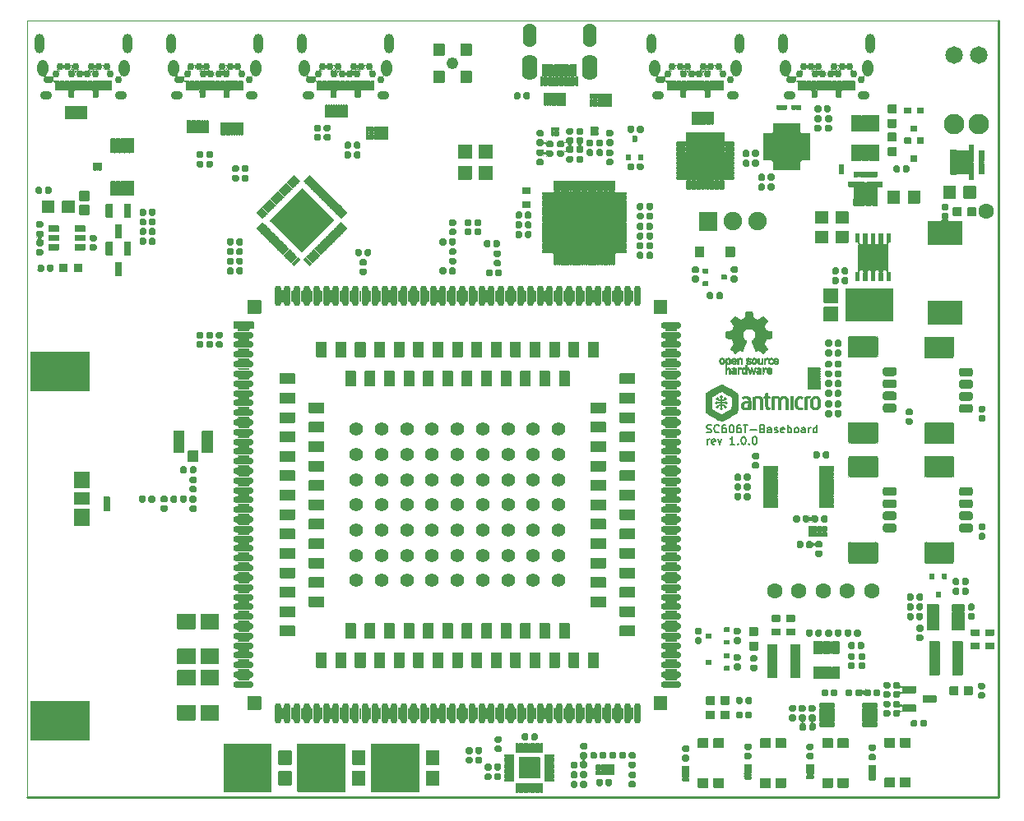
<source format=gbr>
%TF.GenerationSoftware,KiCad,Pcbnew,5.1.9+dfsg1-1*%
%TF.CreationDate,2022-02-21T14:57:17+01:00*%
%TF.ProjectId,sc606-baseboard,73633630-362d-4626-9173-65626f617264,rev?*%
%TF.SameCoordinates,Original*%
%TF.FileFunction,Soldermask,Top*%
%TF.FilePolarity,Negative*%
%FSLAX46Y46*%
G04 Gerber Fmt 4.6, Leading zero omitted, Abs format (unit mm)*
G04 Created by KiCad (PCBNEW 5.1.9+dfsg1-1) date 2022-02-21 14:57:17 commit 2b5f92f*
%MOMM*%
%LPD*%
G01*
G04 APERTURE LIST*
%ADD10C,0.200000*%
%ADD11C,0.175000*%
%TA.AperFunction,Profile*%
%ADD12C,0.120000*%
%TD*%
%TA.AperFunction,Profile*%
%ADD13C,0.254000*%
%TD*%
%ADD14C,0.130000*%
%ADD15C,0.010000*%
%ADD16C,0.100000*%
%ADD17C,1.602000*%
%ADD18C,1.402000*%
%ADD19O,0.752000X2.102000*%
%ADD20O,2.102000X0.752000*%
%ADD21C,1.812000*%
%ADD22C,2.102000*%
%ADD23O,1.002000X2.002000*%
%ADD24O,1.102000X1.702000*%
%ADD25O,1.252000X0.902000*%
%ADD26O,1.052000X0.752000*%
%ADD27C,0.752000*%
%ADD28C,1.242000*%
%ADD29O,1.402000X2.452000*%
%ADD30O,1.602000X2.652000*%
%ADD31C,1.902000*%
G04 APERTURE END LIST*
D10*
X145620476Y-86061904D02*
X145620476Y-85528571D01*
X145620476Y-85680952D02*
X145658571Y-85604761D01*
X145696666Y-85566666D01*
X145772857Y-85528571D01*
X145849047Y-85528571D01*
X146420476Y-86023809D02*
X146344285Y-86061904D01*
X146191904Y-86061904D01*
X146115714Y-86023809D01*
X146077619Y-85947619D01*
X146077619Y-85642857D01*
X146115714Y-85566666D01*
X146191904Y-85528571D01*
X146344285Y-85528571D01*
X146420476Y-85566666D01*
X146458571Y-85642857D01*
X146458571Y-85719047D01*
X146077619Y-85795238D01*
X146725238Y-85528571D02*
X146915714Y-86061904D01*
X147106190Y-85528571D01*
X148439523Y-86061904D02*
X147982380Y-86061904D01*
X148210952Y-86061904D02*
X148210952Y-85261904D01*
X148134761Y-85376190D01*
X148058571Y-85452380D01*
X147982380Y-85490476D01*
X148782380Y-85985714D02*
X148820476Y-86023809D01*
X148782380Y-86061904D01*
X148744285Y-86023809D01*
X148782380Y-85985714D01*
X148782380Y-86061904D01*
X149315714Y-85261904D02*
X149391904Y-85261904D01*
X149468095Y-85300000D01*
X149506190Y-85338095D01*
X149544285Y-85414285D01*
X149582380Y-85566666D01*
X149582380Y-85757142D01*
X149544285Y-85909523D01*
X149506190Y-85985714D01*
X149468095Y-86023809D01*
X149391904Y-86061904D01*
X149315714Y-86061904D01*
X149239523Y-86023809D01*
X149201428Y-85985714D01*
X149163333Y-85909523D01*
X149125238Y-85757142D01*
X149125238Y-85566666D01*
X149163333Y-85414285D01*
X149201428Y-85338095D01*
X149239523Y-85300000D01*
X149315714Y-85261904D01*
X149925238Y-85985714D02*
X149963333Y-86023809D01*
X149925238Y-86061904D01*
X149887142Y-86023809D01*
X149925238Y-85985714D01*
X149925238Y-86061904D01*
X150458571Y-85261904D02*
X150534761Y-85261904D01*
X150610952Y-85300000D01*
X150649047Y-85338095D01*
X150687142Y-85414285D01*
X150725238Y-85566666D01*
X150725238Y-85757142D01*
X150687142Y-85909523D01*
X150649047Y-85985714D01*
X150610952Y-86023809D01*
X150534761Y-86061904D01*
X150458571Y-86061904D01*
X150382380Y-86023809D01*
X150344285Y-85985714D01*
X150306190Y-85909523D01*
X150268095Y-85757142D01*
X150268095Y-85566666D01*
X150306190Y-85414285D01*
X150344285Y-85338095D01*
X150382380Y-85300000D01*
X150458571Y-85261904D01*
D11*
X145566130Y-84823809D02*
X145680416Y-84861904D01*
X145870892Y-84861904D01*
X145947083Y-84823809D01*
X145985178Y-84785714D01*
X146023273Y-84709523D01*
X146023273Y-84633333D01*
X145985178Y-84557142D01*
X145947083Y-84519047D01*
X145870892Y-84480952D01*
X145718511Y-84442857D01*
X145642321Y-84404761D01*
X145604226Y-84366666D01*
X145566130Y-84290476D01*
X145566130Y-84214285D01*
X145604226Y-84138095D01*
X145642321Y-84100000D01*
X145718511Y-84061904D01*
X145908988Y-84061904D01*
X146023273Y-84100000D01*
X146823273Y-84785714D02*
X146785178Y-84823809D01*
X146670892Y-84861904D01*
X146594702Y-84861904D01*
X146480416Y-84823809D01*
X146404226Y-84747619D01*
X146366130Y-84671428D01*
X146328035Y-84519047D01*
X146328035Y-84404761D01*
X146366130Y-84252380D01*
X146404226Y-84176190D01*
X146480416Y-84100000D01*
X146594702Y-84061904D01*
X146670892Y-84061904D01*
X146785178Y-84100000D01*
X146823273Y-84138095D01*
X147508988Y-84061904D02*
X147356607Y-84061904D01*
X147280416Y-84100000D01*
X147242321Y-84138095D01*
X147166130Y-84252380D01*
X147128035Y-84404761D01*
X147128035Y-84709523D01*
X147166130Y-84785714D01*
X147204226Y-84823809D01*
X147280416Y-84861904D01*
X147432797Y-84861904D01*
X147508988Y-84823809D01*
X147547083Y-84785714D01*
X147585178Y-84709523D01*
X147585178Y-84519047D01*
X147547083Y-84442857D01*
X147508988Y-84404761D01*
X147432797Y-84366666D01*
X147280416Y-84366666D01*
X147204226Y-84404761D01*
X147166130Y-84442857D01*
X147128035Y-84519047D01*
X148080416Y-84061904D02*
X148156607Y-84061904D01*
X148232797Y-84100000D01*
X148270892Y-84138095D01*
X148308988Y-84214285D01*
X148347083Y-84366666D01*
X148347083Y-84557142D01*
X148308988Y-84709523D01*
X148270892Y-84785714D01*
X148232797Y-84823809D01*
X148156607Y-84861904D01*
X148080416Y-84861904D01*
X148004226Y-84823809D01*
X147966130Y-84785714D01*
X147928035Y-84709523D01*
X147889940Y-84557142D01*
X147889940Y-84366666D01*
X147928035Y-84214285D01*
X147966130Y-84138095D01*
X148004226Y-84100000D01*
X148080416Y-84061904D01*
X149032797Y-84061904D02*
X148880416Y-84061904D01*
X148804226Y-84100000D01*
X148766130Y-84138095D01*
X148689940Y-84252380D01*
X148651845Y-84404761D01*
X148651845Y-84709523D01*
X148689940Y-84785714D01*
X148728035Y-84823809D01*
X148804226Y-84861904D01*
X148956607Y-84861904D01*
X149032797Y-84823809D01*
X149070892Y-84785714D01*
X149108988Y-84709523D01*
X149108988Y-84519047D01*
X149070892Y-84442857D01*
X149032797Y-84404761D01*
X148956607Y-84366666D01*
X148804226Y-84366666D01*
X148728035Y-84404761D01*
X148689940Y-84442857D01*
X148651845Y-84519047D01*
X149337559Y-84061904D02*
X149794702Y-84061904D01*
X149566130Y-84861904D02*
X149566130Y-84061904D01*
X150061369Y-84557142D02*
X150670892Y-84557142D01*
X151318511Y-84442857D02*
X151432797Y-84480952D01*
X151470892Y-84519047D01*
X151508988Y-84595238D01*
X151508988Y-84709523D01*
X151470892Y-84785714D01*
X151432797Y-84823809D01*
X151356607Y-84861904D01*
X151051845Y-84861904D01*
X151051845Y-84061904D01*
X151318511Y-84061904D01*
X151394702Y-84100000D01*
X151432797Y-84138095D01*
X151470892Y-84214285D01*
X151470892Y-84290476D01*
X151432797Y-84366666D01*
X151394702Y-84404761D01*
X151318511Y-84442857D01*
X151051845Y-84442857D01*
X152194702Y-84861904D02*
X152194702Y-84442857D01*
X152156607Y-84366666D01*
X152080416Y-84328571D01*
X151928035Y-84328571D01*
X151851845Y-84366666D01*
X152194702Y-84823809D02*
X152118511Y-84861904D01*
X151928035Y-84861904D01*
X151851845Y-84823809D01*
X151813750Y-84747619D01*
X151813750Y-84671428D01*
X151851845Y-84595238D01*
X151928035Y-84557142D01*
X152118511Y-84557142D01*
X152194702Y-84519047D01*
X152537559Y-84823809D02*
X152613750Y-84861904D01*
X152766130Y-84861904D01*
X152842321Y-84823809D01*
X152880416Y-84747619D01*
X152880416Y-84709523D01*
X152842321Y-84633333D01*
X152766130Y-84595238D01*
X152651845Y-84595238D01*
X152575654Y-84557142D01*
X152537559Y-84480952D01*
X152537559Y-84442857D01*
X152575654Y-84366666D01*
X152651845Y-84328571D01*
X152766130Y-84328571D01*
X152842321Y-84366666D01*
X153528035Y-84823809D02*
X153451845Y-84861904D01*
X153299464Y-84861904D01*
X153223273Y-84823809D01*
X153185178Y-84747619D01*
X153185178Y-84442857D01*
X153223273Y-84366666D01*
X153299464Y-84328571D01*
X153451845Y-84328571D01*
X153528035Y-84366666D01*
X153566130Y-84442857D01*
X153566130Y-84519047D01*
X153185178Y-84595238D01*
X153908988Y-84861904D02*
X153908988Y-84061904D01*
X153908988Y-84366666D02*
X153985178Y-84328571D01*
X154137559Y-84328571D01*
X154213750Y-84366666D01*
X154251845Y-84404761D01*
X154289940Y-84480952D01*
X154289940Y-84709523D01*
X154251845Y-84785714D01*
X154213750Y-84823809D01*
X154137559Y-84861904D01*
X153985178Y-84861904D01*
X153908988Y-84823809D01*
X154747083Y-84861904D02*
X154670892Y-84823809D01*
X154632797Y-84785714D01*
X154594702Y-84709523D01*
X154594702Y-84480952D01*
X154632797Y-84404761D01*
X154670892Y-84366666D01*
X154747083Y-84328571D01*
X154861369Y-84328571D01*
X154937559Y-84366666D01*
X154975654Y-84404761D01*
X155013750Y-84480952D01*
X155013750Y-84709523D01*
X154975654Y-84785714D01*
X154937559Y-84823809D01*
X154861369Y-84861904D01*
X154747083Y-84861904D01*
X155699464Y-84861904D02*
X155699464Y-84442857D01*
X155661369Y-84366666D01*
X155585178Y-84328571D01*
X155432797Y-84328571D01*
X155356607Y-84366666D01*
X155699464Y-84823809D02*
X155623273Y-84861904D01*
X155432797Y-84861904D01*
X155356607Y-84823809D01*
X155318511Y-84747619D01*
X155318511Y-84671428D01*
X155356607Y-84595238D01*
X155432797Y-84557142D01*
X155623273Y-84557142D01*
X155699464Y-84519047D01*
X156080416Y-84861904D02*
X156080416Y-84328571D01*
X156080416Y-84480952D02*
X156118511Y-84404761D01*
X156156607Y-84366666D01*
X156232797Y-84328571D01*
X156308988Y-84328571D01*
X156918511Y-84861904D02*
X156918511Y-84061904D01*
X156918511Y-84823809D02*
X156842321Y-84861904D01*
X156689940Y-84861904D01*
X156613750Y-84823809D01*
X156575654Y-84785714D01*
X156537559Y-84709523D01*
X156537559Y-84480952D01*
X156575654Y-84404761D01*
X156613750Y-84366666D01*
X156689940Y-84328571D01*
X156842321Y-84328571D01*
X156918511Y-84366666D01*
D12*
X175600000Y-42400000D02*
X75600000Y-42400000D01*
D13*
X175600000Y-42400000D02*
X175600000Y-122400000D01*
D12*
X75600000Y-122400000D02*
X75600000Y-42400000D01*
D13*
X175600000Y-122400000D02*
X75600000Y-122400000D01*
D14*
%TO.C,N1*%
X146675703Y-81798104D02*
X147031303Y-81798104D01*
X146675703Y-81798104D02*
G75*
G03*
X146675703Y-81798104I-88900J0D01*
G01*
X147463103Y-81800892D02*
X147107503Y-81800892D01*
X146739203Y-82219992D02*
G75*
G03*
X146739203Y-82219992I-88900J0D01*
G01*
X146739203Y-81356392D02*
G75*
G03*
X146739203Y-81356392I-88900J0D01*
G01*
X146840803Y-82016792D02*
X146713803Y-82143792D01*
X146840803Y-81559592D02*
X146713803Y-81432592D01*
X146840803Y-81559592D02*
X147069403Y-81559592D01*
X147298003Y-81559592D02*
X147425003Y-81432592D01*
X147298003Y-82016792D02*
X147425003Y-82143792D01*
X147298003Y-82016792D02*
X147069403Y-82016792D01*
X146840803Y-82016792D02*
X147069403Y-82016792D01*
X147298003Y-81559592D02*
X147069403Y-81559592D01*
X147577403Y-81356392D02*
G75*
G03*
X147577403Y-81356392I-88900J0D01*
G01*
X147640903Y-81800892D02*
G75*
G03*
X147640903Y-81800892I-88900J0D01*
G01*
X147577403Y-82219992D02*
G75*
G03*
X147577403Y-82219992I-88900J0D01*
G01*
X147069403Y-81308380D02*
X147069403Y-82296192D01*
X147186491Y-82407704D02*
G75*
G03*
X147186491Y-82407704I-117088J0D01*
G01*
X147186491Y-81191292D02*
G75*
G03*
X147186491Y-81191292I-117088J0D01*
G01*
D15*
G36*
X156135914Y-81101770D02*
G01*
X156178346Y-81119914D01*
X156182059Y-81129722D01*
X156166102Y-81230394D01*
X156120972Y-81282772D01*
X156072866Y-81290744D01*
X155984098Y-81288172D01*
X155921389Y-81289010D01*
X155843777Y-81292000D01*
X155843777Y-82449111D01*
X155589777Y-82449111D01*
X155589777Y-81181298D01*
X155736011Y-81137871D01*
X155843389Y-81113039D01*
X155954874Y-81098580D01*
X156056903Y-81094741D01*
X156135914Y-81101770D01*
G37*
X156135914Y-81101770D02*
X156178346Y-81119914D01*
X156182059Y-81129722D01*
X156166102Y-81230394D01*
X156120972Y-81282772D01*
X156072866Y-81290744D01*
X155984098Y-81288172D01*
X155921389Y-81289010D01*
X155843777Y-81292000D01*
X155843777Y-82449111D01*
X155589777Y-82449111D01*
X155589777Y-81181298D01*
X155736011Y-81137871D01*
X155843389Y-81113039D01*
X155954874Y-81098580D01*
X156056903Y-81094741D01*
X156135914Y-81101770D01*
G36*
X154432666Y-82449111D02*
G01*
X154178666Y-82449111D01*
X154178666Y-81122667D01*
X154432666Y-81122667D01*
X154432666Y-82449111D01*
G37*
X154432666Y-82449111D02*
X154178666Y-82449111D01*
X154178666Y-81122667D01*
X154432666Y-81122667D01*
X154432666Y-82449111D01*
G36*
X153653835Y-81128537D02*
G01*
X153781791Y-81202295D01*
X153860604Y-81289118D01*
X153883038Y-81325501D01*
X153899523Y-81363634D01*
X153910972Y-81412468D01*
X153918297Y-81480954D01*
X153922412Y-81578043D01*
X153924230Y-81712686D01*
X153924664Y-81893833D01*
X153924666Y-81917063D01*
X153924666Y-82449111D01*
X153670666Y-82449111D01*
X153670666Y-81939256D01*
X153669211Y-81772226D01*
X153665173Y-81622387D01*
X153659041Y-81499845D01*
X153651304Y-81414705D01*
X153643523Y-81378682D01*
X153579654Y-81313686D01*
X153485760Y-81279778D01*
X153380005Y-81278660D01*
X153280554Y-81312034D01*
X153240277Y-81340906D01*
X153222818Y-81362138D01*
X153209978Y-81395146D01*
X153201068Y-81447967D01*
X153195399Y-81528636D01*
X153192283Y-81645188D01*
X153191032Y-81805661D01*
X153190889Y-81917263D01*
X153190889Y-82449111D01*
X152936889Y-82449111D01*
X152936889Y-81933280D01*
X152935851Y-81730059D01*
X152931466Y-81575913D01*
X152921828Y-81463489D01*
X152905031Y-81385434D01*
X152879167Y-81334396D01*
X152842331Y-81303024D01*
X152792617Y-81283965D01*
X152766907Y-81277747D01*
X152680938Y-81270122D01*
X152582231Y-81276022D01*
X152569386Y-81277993D01*
X152457111Y-81296961D01*
X152457111Y-82449111D01*
X152203111Y-82449111D01*
X152203111Y-81180688D01*
X152361738Y-81134574D01*
X152506229Y-81105684D01*
X152658943Y-81096816D01*
X152803166Y-81107100D01*
X152922187Y-81135666D01*
X152982661Y-81166891D01*
X153058460Y-81223483D01*
X153185902Y-81158964D01*
X153344063Y-81104590D01*
X153503983Y-81095209D01*
X153653835Y-81128537D01*
G37*
X153653835Y-81128537D02*
X153781791Y-81202295D01*
X153860604Y-81289118D01*
X153883038Y-81325501D01*
X153899523Y-81363634D01*
X153910972Y-81412468D01*
X153918297Y-81480954D01*
X153922412Y-81578043D01*
X153924230Y-81712686D01*
X153924664Y-81893833D01*
X153924666Y-81917063D01*
X153924666Y-82449111D01*
X153670666Y-82449111D01*
X153670666Y-81939256D01*
X153669211Y-81772226D01*
X153665173Y-81622387D01*
X153659041Y-81499845D01*
X153651304Y-81414705D01*
X153643523Y-81378682D01*
X153579654Y-81313686D01*
X153485760Y-81279778D01*
X153380005Y-81278660D01*
X153280554Y-81312034D01*
X153240277Y-81340906D01*
X153222818Y-81362138D01*
X153209978Y-81395146D01*
X153201068Y-81447967D01*
X153195399Y-81528636D01*
X153192283Y-81645188D01*
X153191032Y-81805661D01*
X153190889Y-81917263D01*
X153190889Y-82449111D01*
X152936889Y-82449111D01*
X152936889Y-81933280D01*
X152935851Y-81730059D01*
X152931466Y-81575913D01*
X152921828Y-81463489D01*
X152905031Y-81385434D01*
X152879167Y-81334396D01*
X152842331Y-81303024D01*
X152792617Y-81283965D01*
X152766907Y-81277747D01*
X152680938Y-81270122D01*
X152582231Y-81276022D01*
X152569386Y-81277993D01*
X152457111Y-81296961D01*
X152457111Y-82449111D01*
X152203111Y-82449111D01*
X152203111Y-81180688D01*
X152361738Y-81134574D01*
X152506229Y-81105684D01*
X152658943Y-81096816D01*
X152803166Y-81107100D01*
X152922187Y-81135666D01*
X152982661Y-81166891D01*
X153058460Y-81223483D01*
X153185902Y-81158964D01*
X153344063Y-81104590D01*
X153503983Y-81095209D01*
X153653835Y-81128537D01*
G36*
X150959773Y-81110697D02*
G01*
X151092388Y-81148781D01*
X151093517Y-81149291D01*
X151159182Y-81182636D01*
X151209291Y-81220481D01*
X151245930Y-81270515D01*
X151271179Y-81340428D01*
X151287124Y-81437910D01*
X151295847Y-81570652D01*
X151299431Y-81746342D01*
X151300000Y-81911487D01*
X151300000Y-82449111D01*
X151046000Y-82449111D01*
X151046000Y-81933280D01*
X151044962Y-81730059D01*
X151040577Y-81575913D01*
X151030939Y-81463489D01*
X151014142Y-81385434D01*
X150988278Y-81334396D01*
X150951443Y-81303024D01*
X150901728Y-81283965D01*
X150876018Y-81277747D01*
X150790049Y-81270122D01*
X150691342Y-81276022D01*
X150678498Y-81277993D01*
X150566222Y-81296961D01*
X150566222Y-82449111D01*
X150312222Y-82449111D01*
X150312222Y-81181298D01*
X150458455Y-81137871D01*
X150622340Y-81104874D01*
X150796268Y-81095938D01*
X150959773Y-81110697D01*
G37*
X150959773Y-81110697D02*
X151092388Y-81148781D01*
X151093517Y-81149291D01*
X151159182Y-81182636D01*
X151209291Y-81220481D01*
X151245930Y-81270515D01*
X151271179Y-81340428D01*
X151287124Y-81437910D01*
X151295847Y-81570652D01*
X151299431Y-81746342D01*
X151300000Y-81911487D01*
X151300000Y-82449111D01*
X151046000Y-82449111D01*
X151046000Y-81933280D01*
X151044962Y-81730059D01*
X151040577Y-81575913D01*
X151030939Y-81463489D01*
X151014142Y-81385434D01*
X150988278Y-81334396D01*
X150951443Y-81303024D01*
X150901728Y-81283965D01*
X150876018Y-81277747D01*
X150790049Y-81270122D01*
X150691342Y-81276022D01*
X150678498Y-81277993D01*
X150566222Y-81296961D01*
X150566222Y-82449111D01*
X150312222Y-82449111D01*
X150312222Y-81181298D01*
X150458455Y-81137871D01*
X150622340Y-81104874D01*
X150796268Y-81095938D01*
X150959773Y-81110697D01*
G36*
X156891141Y-81120689D02*
G01*
X157031863Y-81195519D01*
X157141149Y-81313081D01*
X157169459Y-81361802D01*
X157203374Y-81435720D01*
X157224598Y-81506516D01*
X157235972Y-81591055D01*
X157240335Y-81706200D01*
X157240777Y-81785136D01*
X157238712Y-81925966D01*
X157230755Y-82027142D01*
X157214267Y-82105360D01*
X157186607Y-82177317D01*
X157174855Y-82201970D01*
X157094645Y-82329683D01*
X156996462Y-82412327D01*
X156868258Y-82457491D01*
X156747520Y-82471221D01*
X156633548Y-82472614D01*
X156553224Y-82460389D01*
X156484565Y-82430467D01*
X156465165Y-82418819D01*
X156358082Y-82338020D01*
X156282341Y-82244148D01*
X156233532Y-82126712D01*
X156207244Y-81975220D01*
X156200558Y-81819935D01*
X156441081Y-81819935D01*
X156457970Y-81968099D01*
X156491184Y-82100399D01*
X156539236Y-82203646D01*
X156599343Y-82263961D01*
X156681476Y-82299789D01*
X156749399Y-82300075D01*
X156828981Y-82266998D01*
X156897047Y-82214600D01*
X156944127Y-82134264D01*
X156972730Y-82018102D01*
X156985365Y-81858229D01*
X156986511Y-81771778D01*
X156979675Y-81596881D01*
X156957418Y-81468607D01*
X156916520Y-81378469D01*
X156853759Y-81317981D01*
X156804664Y-81292551D01*
X156697851Y-81275964D01*
X156597377Y-81309485D01*
X156517720Y-81387370D01*
X156503244Y-81412152D01*
X156462230Y-81528773D01*
X156442005Y-81669097D01*
X156441081Y-81819935D01*
X156200558Y-81819935D01*
X156199091Y-81785889D01*
X156200506Y-81645479D01*
X156207812Y-81545926D01*
X156223313Y-81471754D01*
X156249314Y-81407490D01*
X156257928Y-81390778D01*
X156357612Y-81245104D01*
X156477159Y-81150271D01*
X156622827Y-81102338D01*
X156728635Y-81094445D01*
X156891141Y-81120689D01*
G37*
X156891141Y-81120689D02*
X157031863Y-81195519D01*
X157141149Y-81313081D01*
X157169459Y-81361802D01*
X157203374Y-81435720D01*
X157224598Y-81506516D01*
X157235972Y-81591055D01*
X157240335Y-81706200D01*
X157240777Y-81785136D01*
X157238712Y-81925966D01*
X157230755Y-82027142D01*
X157214267Y-82105360D01*
X157186607Y-82177317D01*
X157174855Y-82201970D01*
X157094645Y-82329683D01*
X156996462Y-82412327D01*
X156868258Y-82457491D01*
X156747520Y-82471221D01*
X156633548Y-82472614D01*
X156553224Y-82460389D01*
X156484565Y-82430467D01*
X156465165Y-82418819D01*
X156358082Y-82338020D01*
X156282341Y-82244148D01*
X156233532Y-82126712D01*
X156207244Y-81975220D01*
X156200558Y-81819935D01*
X156441081Y-81819935D01*
X156457970Y-81968099D01*
X156491184Y-82100399D01*
X156539236Y-82203646D01*
X156599343Y-82263961D01*
X156681476Y-82299789D01*
X156749399Y-82300075D01*
X156828981Y-82266998D01*
X156897047Y-82214600D01*
X156944127Y-82134264D01*
X156972730Y-82018102D01*
X156985365Y-81858229D01*
X156986511Y-81771778D01*
X156979675Y-81596881D01*
X156957418Y-81468607D01*
X156916520Y-81378469D01*
X156853759Y-81317981D01*
X156804664Y-81292551D01*
X156697851Y-81275964D01*
X156597377Y-81309485D01*
X156517720Y-81387370D01*
X156503244Y-81412152D01*
X156462230Y-81528773D01*
X156442005Y-81669097D01*
X156441081Y-81819935D01*
X156200558Y-81819935D01*
X156199091Y-81785889D01*
X156200506Y-81645479D01*
X156207812Y-81545926D01*
X156223313Y-81471754D01*
X156249314Y-81407490D01*
X156257928Y-81390778D01*
X156357612Y-81245104D01*
X156477159Y-81150271D01*
X156622827Y-81102338D01*
X156728635Y-81094445D01*
X156891141Y-81120689D01*
G36*
X155295988Y-81118826D02*
G01*
X155379805Y-81153313D01*
X155412834Y-81206358D01*
X155399060Y-81274151D01*
X155375180Y-81316946D01*
X155344622Y-81329153D01*
X155287524Y-81315345D01*
X155260231Y-81306119D01*
X155171606Y-81284358D01*
X155099207Y-81292426D01*
X155070058Y-81302946D01*
X154981020Y-81354716D01*
X154920135Y-81431070D01*
X154882439Y-81541821D01*
X154862967Y-81696783D01*
X154861861Y-81714582D01*
X154864343Y-81906244D01*
X154894480Y-82064104D01*
X154950464Y-82181595D01*
X155005743Y-82237492D01*
X155091502Y-82270756D01*
X155197763Y-82277992D01*
X155294252Y-82257830D01*
X155308226Y-82251197D01*
X155356432Y-82239567D01*
X155390481Y-82276530D01*
X155391037Y-82277564D01*
X155418270Y-82356648D01*
X155396975Y-82410899D01*
X155331566Y-82446350D01*
X155243436Y-82465273D01*
X155132485Y-82474010D01*
X155024179Y-82471870D01*
X154943985Y-82458160D01*
X154940666Y-82456970D01*
X154816420Y-82381751D01*
X154712512Y-82261534D01*
X154669565Y-82183808D01*
X154634939Y-82098151D01*
X154614349Y-82011775D01*
X154604549Y-81905300D01*
X154602275Y-81782056D01*
X154604187Y-81651037D01*
X154612696Y-81557372D01*
X154631463Y-81482048D01*
X154664148Y-81406051D01*
X154681035Y-81372933D01*
X154772766Y-81235443D01*
X154882342Y-81148241D01*
X155018940Y-81106130D01*
X155159741Y-81101716D01*
X155295988Y-81118826D01*
G37*
X155295988Y-81118826D02*
X155379805Y-81153313D01*
X155412834Y-81206358D01*
X155399060Y-81274151D01*
X155375180Y-81316946D01*
X155344622Y-81329153D01*
X155287524Y-81315345D01*
X155260231Y-81306119D01*
X155171606Y-81284358D01*
X155099207Y-81292426D01*
X155070058Y-81302946D01*
X154981020Y-81354716D01*
X154920135Y-81431070D01*
X154882439Y-81541821D01*
X154862967Y-81696783D01*
X154861861Y-81714582D01*
X154864343Y-81906244D01*
X154894480Y-82064104D01*
X154950464Y-82181595D01*
X155005743Y-82237492D01*
X155091502Y-82270756D01*
X155197763Y-82277992D01*
X155294252Y-82257830D01*
X155308226Y-82251197D01*
X155356432Y-82239567D01*
X155390481Y-82276530D01*
X155391037Y-82277564D01*
X155418270Y-82356648D01*
X155396975Y-82410899D01*
X155331566Y-82446350D01*
X155243436Y-82465273D01*
X155132485Y-82474010D01*
X155024179Y-82471870D01*
X154943985Y-82458160D01*
X154940666Y-82456970D01*
X154816420Y-82381751D01*
X154712512Y-82261534D01*
X154669565Y-82183808D01*
X154634939Y-82098151D01*
X154614349Y-82011775D01*
X154604549Y-81905300D01*
X154602275Y-81782056D01*
X154604187Y-81651037D01*
X154612696Y-81557372D01*
X154631463Y-81482048D01*
X154664148Y-81406051D01*
X154681035Y-81372933D01*
X154772766Y-81235443D01*
X154882342Y-81148241D01*
X155018940Y-81106130D01*
X155159741Y-81101716D01*
X155295988Y-81118826D01*
G36*
X151808000Y-81122667D02*
G01*
X151920889Y-81122667D01*
X151993274Y-81126010D01*
X152025452Y-81144128D01*
X152033599Y-81189153D01*
X152033777Y-81207333D01*
X152029319Y-81261622D01*
X152005162Y-81285756D01*
X151945129Y-81291866D01*
X151920889Y-81292000D01*
X151808000Y-81292000D01*
X151808000Y-81723165D01*
X151810008Y-81916360D01*
X151817341Y-82060103D01*
X151831963Y-82161286D01*
X151855838Y-82226800D01*
X151890930Y-82263540D01*
X151939204Y-82278395D01*
X151966610Y-82279778D01*
X152014622Y-82286606D01*
X152030720Y-82318429D01*
X152028510Y-82371500D01*
X152016201Y-82433977D01*
X151983246Y-82461231D01*
X151920889Y-82469864D01*
X151824586Y-82463176D01*
X151736760Y-82438627D01*
X151684770Y-82409991D01*
X151645766Y-82371313D01*
X151617940Y-82314770D01*
X151599482Y-82232542D01*
X151588583Y-82116807D01*
X151583435Y-81959744D01*
X151582222Y-81770450D01*
X151582222Y-81292000D01*
X151497555Y-81292000D01*
X151437586Y-81285007D01*
X151415482Y-81252020D01*
X151412889Y-81207333D01*
X151419882Y-81147364D01*
X151452868Y-81125261D01*
X151497555Y-81122667D01*
X151546150Y-81120009D01*
X151571326Y-81102725D01*
X151580782Y-81056845D01*
X151582222Y-80969110D01*
X151584167Y-80874888D01*
X151597034Y-80821518D01*
X151631370Y-80793410D01*
X151697724Y-80774974D01*
X151716277Y-80770965D01*
X151808000Y-80751293D01*
X151808000Y-81122667D01*
G37*
X151808000Y-81122667D02*
X151920889Y-81122667D01*
X151993274Y-81126010D01*
X152025452Y-81144128D01*
X152033599Y-81189153D01*
X152033777Y-81207333D01*
X152029319Y-81261622D01*
X152005162Y-81285756D01*
X151945129Y-81291866D01*
X151920889Y-81292000D01*
X151808000Y-81292000D01*
X151808000Y-81723165D01*
X151810008Y-81916360D01*
X151817341Y-82060103D01*
X151831963Y-82161286D01*
X151855838Y-82226800D01*
X151890930Y-82263540D01*
X151939204Y-82278395D01*
X151966610Y-82279778D01*
X152014622Y-82286606D01*
X152030720Y-82318429D01*
X152028510Y-82371500D01*
X152016201Y-82433977D01*
X151983246Y-82461231D01*
X151920889Y-82469864D01*
X151824586Y-82463176D01*
X151736760Y-82438627D01*
X151684770Y-82409991D01*
X151645766Y-82371313D01*
X151617940Y-82314770D01*
X151599482Y-82232542D01*
X151588583Y-82116807D01*
X151583435Y-81959744D01*
X151582222Y-81770450D01*
X151582222Y-81292000D01*
X151497555Y-81292000D01*
X151437586Y-81285007D01*
X151415482Y-81252020D01*
X151412889Y-81207333D01*
X151419882Y-81147364D01*
X151452868Y-81125261D01*
X151497555Y-81122667D01*
X151546150Y-81120009D01*
X151571326Y-81102725D01*
X151580782Y-81056845D01*
X151582222Y-80969110D01*
X151584167Y-80874888D01*
X151597034Y-80821518D01*
X151631370Y-80793410D01*
X151697724Y-80774974D01*
X151716277Y-80770965D01*
X151808000Y-80751293D01*
X151808000Y-81122667D01*
G36*
X149722304Y-81111246D02*
G01*
X149806793Y-81121343D01*
X149867008Y-81141887D01*
X149907986Y-81167538D01*
X149962800Y-81212858D01*
X150004123Y-81262407D01*
X150034042Y-81324823D01*
X150054643Y-81408741D01*
X150068012Y-81522797D01*
X150076235Y-81675627D01*
X150081399Y-81875868D01*
X150081594Y-81886187D01*
X150090854Y-82381597D01*
X150011038Y-82419849D01*
X149946719Y-82438498D01*
X149844409Y-82455069D01*
X149722556Y-82466828D01*
X149677222Y-82469366D01*
X149542742Y-82472808D01*
X149448554Y-82467761D01*
X149378906Y-82452440D01*
X149326450Y-82429593D01*
X149208738Y-82344579D01*
X149139292Y-82235378D01*
X149113243Y-82093754D01*
X149113111Y-82086454D01*
X149352666Y-82086454D01*
X149374399Y-82192586D01*
X149439764Y-82263286D01*
X149549010Y-82298726D01*
X149661447Y-82302192D01*
X149818333Y-82293889D01*
X149834357Y-81720903D01*
X149717547Y-81747149D01*
X149552584Y-81799887D01*
X149438409Y-81873699D01*
X149372599Y-81970842D01*
X149352666Y-82086454D01*
X149113111Y-82086454D01*
X149112777Y-82068111D01*
X149136112Y-81921675D01*
X149206873Y-81801607D01*
X149326193Y-81706929D01*
X149495206Y-81636663D01*
X149656055Y-81599255D01*
X149752495Y-81580198D01*
X149805612Y-81561309D01*
X149828044Y-81535391D01*
X149832444Y-81498796D01*
X149809595Y-81393118D01*
X149744362Y-81320451D01*
X149641718Y-81283092D01*
X149506637Y-81283336D01*
X149409111Y-81303289D01*
X149319356Y-81325741D01*
X149267249Y-81331061D01*
X149236543Y-81318899D01*
X149218611Y-81299178D01*
X149189178Y-81245546D01*
X149183333Y-81219474D01*
X149209965Y-81179245D01*
X149283856Y-81145922D01*
X149396001Y-81121918D01*
X149537395Y-81109643D01*
X149597541Y-81108556D01*
X149722304Y-81111246D01*
G37*
X149722304Y-81111246D02*
X149806793Y-81121343D01*
X149867008Y-81141887D01*
X149907986Y-81167538D01*
X149962800Y-81212858D01*
X150004123Y-81262407D01*
X150034042Y-81324823D01*
X150054643Y-81408741D01*
X150068012Y-81522797D01*
X150076235Y-81675627D01*
X150081399Y-81875868D01*
X150081594Y-81886187D01*
X150090854Y-82381597D01*
X150011038Y-82419849D01*
X149946719Y-82438498D01*
X149844409Y-82455069D01*
X149722556Y-82466828D01*
X149677222Y-82469366D01*
X149542742Y-82472808D01*
X149448554Y-82467761D01*
X149378906Y-82452440D01*
X149326450Y-82429593D01*
X149208738Y-82344579D01*
X149139292Y-82235378D01*
X149113243Y-82093754D01*
X149113111Y-82086454D01*
X149352666Y-82086454D01*
X149374399Y-82192586D01*
X149439764Y-82263286D01*
X149549010Y-82298726D01*
X149661447Y-82302192D01*
X149818333Y-82293889D01*
X149834357Y-81720903D01*
X149717547Y-81747149D01*
X149552584Y-81799887D01*
X149438409Y-81873699D01*
X149372599Y-81970842D01*
X149352666Y-82086454D01*
X149113111Y-82086454D01*
X149112777Y-82068111D01*
X149136112Y-81921675D01*
X149206873Y-81801607D01*
X149326193Y-81706929D01*
X149495206Y-81636663D01*
X149656055Y-81599255D01*
X149752495Y-81580198D01*
X149805612Y-81561309D01*
X149828044Y-81535391D01*
X149832444Y-81498796D01*
X149809595Y-81393118D01*
X149744362Y-81320451D01*
X149641718Y-81283092D01*
X149506637Y-81283336D01*
X149409111Y-81303289D01*
X149319356Y-81325741D01*
X149267249Y-81331061D01*
X149236543Y-81318899D01*
X149218611Y-81299178D01*
X149189178Y-81245546D01*
X149183333Y-81219474D01*
X149209965Y-81179245D01*
X149283856Y-81145922D01*
X149396001Y-81121918D01*
X149537395Y-81109643D01*
X149597541Y-81108556D01*
X149722304Y-81111246D01*
G36*
X147122130Y-79894573D02*
G01*
X147207778Y-79931979D01*
X147318839Y-79987637D01*
X147443864Y-80056077D01*
X147463221Y-80067168D01*
X147605957Y-80149238D01*
X147779351Y-80248598D01*
X147964957Y-80354696D01*
X148144331Y-80456982D01*
X148209666Y-80494160D01*
X148352552Y-80576981D01*
X148480812Y-80654274D01*
X148585176Y-80720220D01*
X148656369Y-80768999D01*
X148682389Y-80790785D01*
X148696011Y-80810316D01*
X148706892Y-80838737D01*
X148715335Y-80882050D01*
X148721643Y-80946259D01*
X148726120Y-81037366D01*
X148729069Y-81161374D01*
X148730792Y-81324287D01*
X148731594Y-81532106D01*
X148731777Y-81768625D01*
X148731395Y-82029681D01*
X148730089Y-82239939D01*
X148727624Y-82405040D01*
X148723765Y-82530624D01*
X148718274Y-82622335D01*
X148710917Y-82685812D01*
X148701456Y-82726698D01*
X148690751Y-82749125D01*
X148654090Y-82780967D01*
X148576427Y-82834772D01*
X148466153Y-82905192D01*
X148331662Y-82986878D01*
X148181347Y-83074480D01*
X148171019Y-83080371D01*
X147999989Y-83178099D01*
X147824780Y-83278753D01*
X147659383Y-83374260D01*
X147517793Y-83456542D01*
X147430328Y-83507855D01*
X147289264Y-83587011D01*
X147183625Y-83635772D01*
X147104044Y-83658086D01*
X147068116Y-83660520D01*
X147024483Y-83652474D01*
X146959471Y-83628186D01*
X146868364Y-83585216D01*
X146746444Y-83521123D01*
X146588997Y-83433469D01*
X146391307Y-83319811D01*
X146248222Y-83236247D01*
X146063177Y-83126981D01*
X145892106Y-83024584D01*
X145741642Y-82933135D01*
X145618418Y-82856714D01*
X145529067Y-82799398D01*
X145480220Y-82765268D01*
X145475035Y-82760756D01*
X145460467Y-82743437D01*
X145448812Y-82719668D01*
X145439750Y-82683482D01*
X145432963Y-82628913D01*
X145428133Y-82549995D01*
X145424941Y-82440760D01*
X145423068Y-82295241D01*
X145422196Y-82107474D01*
X145422007Y-81871490D01*
X145422046Y-81769096D01*
X146022876Y-81769096D01*
X146024009Y-81945967D01*
X146026921Y-82104467D01*
X146031294Y-82235614D01*
X146036808Y-82330426D01*
X146043143Y-82379923D01*
X146044743Y-82384049D01*
X146075732Y-82409296D01*
X146146776Y-82456619D01*
X146248642Y-82520587D01*
X146372094Y-82595773D01*
X146507898Y-82676747D01*
X146646819Y-82758079D01*
X146779624Y-82834341D01*
X146897077Y-82900103D01*
X146989945Y-82949937D01*
X147048993Y-82978413D01*
X147063493Y-82982994D01*
X147098927Y-82970074D01*
X147174904Y-82932675D01*
X147283397Y-82875076D01*
X147416380Y-82801557D01*
X147565828Y-82716397D01*
X147592969Y-82700678D01*
X147744431Y-82611012D01*
X147879724Y-82527633D01*
X147990910Y-82455700D01*
X148070050Y-82400373D01*
X148109207Y-82366810D01*
X148111198Y-82363866D01*
X148119357Y-82321122D01*
X148126263Y-82232885D01*
X148131813Y-82110098D01*
X148135902Y-81963701D01*
X148138429Y-81804635D01*
X148139289Y-81643841D01*
X148138379Y-81492261D01*
X148135596Y-81360835D01*
X148130837Y-81260504D01*
X148123997Y-81202209D01*
X148122227Y-81196173D01*
X148092524Y-81167319D01*
X148022156Y-81117243D01*
X147920271Y-81051266D01*
X147796019Y-80974706D01*
X147658550Y-80892883D01*
X147517012Y-80811117D01*
X147380556Y-80734728D01*
X147258329Y-80669034D01*
X147159483Y-80619357D01*
X147093165Y-80591014D01*
X147073542Y-80586445D01*
X147033406Y-80600048D01*
X146954381Y-80637311D01*
X146846014Y-80692910D01*
X146717853Y-80761525D01*
X146579445Y-80837832D01*
X146440337Y-80916510D01*
X146310076Y-80992236D01*
X146198210Y-81059689D01*
X146114285Y-81113545D01*
X146071833Y-81144847D01*
X146055074Y-81164539D01*
X146042567Y-81195456D01*
X146033716Y-81245227D01*
X146027920Y-81321478D01*
X146024583Y-81431836D01*
X146023105Y-81583927D01*
X146022876Y-81769096D01*
X145422046Y-81769096D01*
X145422047Y-81768227D01*
X145422580Y-80829062D01*
X145489679Y-80775469D01*
X145546431Y-80735801D01*
X145641125Y-80675999D01*
X145766379Y-80600233D01*
X145914810Y-80512673D01*
X146079035Y-80417491D01*
X146251672Y-80318855D01*
X146425337Y-80220937D01*
X146592649Y-80127907D01*
X146746224Y-80043935D01*
X146878679Y-79973191D01*
X146982633Y-79919846D01*
X147050703Y-79888071D01*
X147073343Y-79880889D01*
X147122130Y-79894573D01*
G37*
X147122130Y-79894573D02*
X147207778Y-79931979D01*
X147318839Y-79987637D01*
X147443864Y-80056077D01*
X147463221Y-80067168D01*
X147605957Y-80149238D01*
X147779351Y-80248598D01*
X147964957Y-80354696D01*
X148144331Y-80456982D01*
X148209666Y-80494160D01*
X148352552Y-80576981D01*
X148480812Y-80654274D01*
X148585176Y-80720220D01*
X148656369Y-80768999D01*
X148682389Y-80790785D01*
X148696011Y-80810316D01*
X148706892Y-80838737D01*
X148715335Y-80882050D01*
X148721643Y-80946259D01*
X148726120Y-81037366D01*
X148729069Y-81161374D01*
X148730792Y-81324287D01*
X148731594Y-81532106D01*
X148731777Y-81768625D01*
X148731395Y-82029681D01*
X148730089Y-82239939D01*
X148727624Y-82405040D01*
X148723765Y-82530624D01*
X148718274Y-82622335D01*
X148710917Y-82685812D01*
X148701456Y-82726698D01*
X148690751Y-82749125D01*
X148654090Y-82780967D01*
X148576427Y-82834772D01*
X148466153Y-82905192D01*
X148331662Y-82986878D01*
X148181347Y-83074480D01*
X148171019Y-83080371D01*
X147999989Y-83178099D01*
X147824780Y-83278753D01*
X147659383Y-83374260D01*
X147517793Y-83456542D01*
X147430328Y-83507855D01*
X147289264Y-83587011D01*
X147183625Y-83635772D01*
X147104044Y-83658086D01*
X147068116Y-83660520D01*
X147024483Y-83652474D01*
X146959471Y-83628186D01*
X146868364Y-83585216D01*
X146746444Y-83521123D01*
X146588997Y-83433469D01*
X146391307Y-83319811D01*
X146248222Y-83236247D01*
X146063177Y-83126981D01*
X145892106Y-83024584D01*
X145741642Y-82933135D01*
X145618418Y-82856714D01*
X145529067Y-82799398D01*
X145480220Y-82765268D01*
X145475035Y-82760756D01*
X145460467Y-82743437D01*
X145448812Y-82719668D01*
X145439750Y-82683482D01*
X145432963Y-82628913D01*
X145428133Y-82549995D01*
X145424941Y-82440760D01*
X145423068Y-82295241D01*
X145422196Y-82107474D01*
X145422007Y-81871490D01*
X145422046Y-81769096D01*
X146022876Y-81769096D01*
X146024009Y-81945967D01*
X146026921Y-82104467D01*
X146031294Y-82235614D01*
X146036808Y-82330426D01*
X146043143Y-82379923D01*
X146044743Y-82384049D01*
X146075732Y-82409296D01*
X146146776Y-82456619D01*
X146248642Y-82520587D01*
X146372094Y-82595773D01*
X146507898Y-82676747D01*
X146646819Y-82758079D01*
X146779624Y-82834341D01*
X146897077Y-82900103D01*
X146989945Y-82949937D01*
X147048993Y-82978413D01*
X147063493Y-82982994D01*
X147098927Y-82970074D01*
X147174904Y-82932675D01*
X147283397Y-82875076D01*
X147416380Y-82801557D01*
X147565828Y-82716397D01*
X147592969Y-82700678D01*
X147744431Y-82611012D01*
X147879724Y-82527633D01*
X147990910Y-82455700D01*
X148070050Y-82400373D01*
X148109207Y-82366810D01*
X148111198Y-82363866D01*
X148119357Y-82321122D01*
X148126263Y-82232885D01*
X148131813Y-82110098D01*
X148135902Y-81963701D01*
X148138429Y-81804635D01*
X148139289Y-81643841D01*
X148138379Y-81492261D01*
X148135596Y-81360835D01*
X148130837Y-81260504D01*
X148123997Y-81202209D01*
X148122227Y-81196173D01*
X148092524Y-81167319D01*
X148022156Y-81117243D01*
X147920271Y-81051266D01*
X147796019Y-80974706D01*
X147658550Y-80892883D01*
X147517012Y-80811117D01*
X147380556Y-80734728D01*
X147258329Y-80669034D01*
X147159483Y-80619357D01*
X147093165Y-80591014D01*
X147073542Y-80586445D01*
X147033406Y-80600048D01*
X146954381Y-80637311D01*
X146846014Y-80692910D01*
X146717853Y-80761525D01*
X146579445Y-80837832D01*
X146440337Y-80916510D01*
X146310076Y-80992236D01*
X146198210Y-81059689D01*
X146114285Y-81113545D01*
X146071833Y-81144847D01*
X146055074Y-81164539D01*
X146042567Y-81195456D01*
X146033716Y-81245227D01*
X146027920Y-81321478D01*
X146024583Y-81431836D01*
X146023105Y-81583927D01*
X146022876Y-81769096D01*
X145422046Y-81769096D01*
X145422047Y-81768227D01*
X145422580Y-80829062D01*
X145489679Y-80775469D01*
X145546431Y-80735801D01*
X145641125Y-80675999D01*
X145766379Y-80600233D01*
X145914810Y-80512673D01*
X146079035Y-80417491D01*
X146251672Y-80318855D01*
X146425337Y-80220937D01*
X146592649Y-80127907D01*
X146746224Y-80043935D01*
X146878679Y-79973191D01*
X146982633Y-79919846D01*
X147050703Y-79888071D01*
X147073343Y-79880889D01*
X147122130Y-79894573D01*
%TO.C,N2*%
G36*
X148379453Y-78159315D02*
G01*
X148415743Y-78162589D01*
X148446429Y-78168483D01*
X148473710Y-78177419D01*
X148499312Y-78189559D01*
X148529319Y-78210821D01*
X148555742Y-78239027D01*
X148575745Y-78270988D01*
X148579721Y-78279956D01*
X148591890Y-78310180D01*
X148591900Y-78797860D01*
X148467440Y-78800712D01*
X148467440Y-78772616D01*
X148466999Y-78757262D01*
X148465860Y-78747057D01*
X148464744Y-78744520D01*
X148460075Y-78747991D01*
X148451420Y-78756755D01*
X148447001Y-78761658D01*
X148428022Y-78778645D01*
X148404420Y-78790826D01*
X148374682Y-78798710D01*
X148337297Y-78802805D01*
X148322660Y-78803422D01*
X148297176Y-78803658D01*
X148273012Y-78803015D01*
X148253462Y-78801624D01*
X148244470Y-78800315D01*
X148214318Y-78791062D01*
X148183065Y-78776628D01*
X148154669Y-78759088D01*
X148135954Y-78743501D01*
X148110375Y-78711334D01*
X148093204Y-78675521D01*
X148084199Y-78637506D01*
X148083122Y-78598734D01*
X148083360Y-78597361D01*
X148203777Y-78597361D01*
X148204748Y-78620525D01*
X148213505Y-78642310D01*
X148230280Y-78660562D01*
X148232413Y-78662115D01*
X148246054Y-78670585D01*
X148260134Y-78676449D01*
X148276821Y-78680099D01*
X148298281Y-78681928D01*
X148326684Y-78682328D01*
X148342980Y-78682134D01*
X148371545Y-78681426D01*
X148392068Y-78680233D01*
X148406664Y-78678268D01*
X148417451Y-78675242D01*
X148426543Y-78670866D01*
X148426800Y-78670718D01*
X148442345Y-78658381D01*
X148453518Y-78641138D01*
X148460962Y-78617444D01*
X148465327Y-78585753D01*
X148465967Y-78577094D01*
X148468943Y-78531160D01*
X148367861Y-78531271D01*
X148332331Y-78531414D01*
X148305339Y-78531841D01*
X148285266Y-78532682D01*
X148270492Y-78534068D01*
X148259396Y-78536129D01*
X148250359Y-78538995D01*
X148245294Y-78541136D01*
X148224280Y-78555512D01*
X148210364Y-78574971D01*
X148203777Y-78597361D01*
X148083360Y-78597361D01*
X148089732Y-78560648D01*
X148103789Y-78524695D01*
X148125055Y-78492318D01*
X148153287Y-78464961D01*
X148185460Y-78445351D01*
X148200609Y-78438812D01*
X148215818Y-78433785D01*
X148232705Y-78430081D01*
X148252890Y-78427504D01*
X148277992Y-78425865D01*
X148309632Y-78424969D01*
X148349429Y-78424625D01*
X148360095Y-78424604D01*
X148468651Y-78424480D01*
X148466543Y-78376281D01*
X148464357Y-78347652D01*
X148459995Y-78326818D01*
X148452381Y-78311473D01*
X148440443Y-78299312D01*
X148426268Y-78289860D01*
X148417877Y-78285647D01*
X148408184Y-78282768D01*
X148395140Y-78280982D01*
X148376701Y-78280045D01*
X148350819Y-78279716D01*
X148340440Y-78279700D01*
X148306549Y-78280227D01*
X148280897Y-78282156D01*
X148261598Y-78286003D01*
X148246771Y-78292284D01*
X148234530Y-78301518D01*
X148225418Y-78311280D01*
X148214536Y-78324211D01*
X148165728Y-78286948D01*
X148146892Y-78272336D01*
X148131432Y-78259904D01*
X148120919Y-78250946D01*
X148116922Y-78246755D01*
X148116920Y-78246721D01*
X148120731Y-78240177D01*
X148130735Y-78229658D01*
X148144784Y-78216991D01*
X148160733Y-78204005D01*
X148176434Y-78192529D01*
X148189742Y-78184392D01*
X148190580Y-78183969D01*
X148212167Y-78174068D01*
X148232238Y-78166998D01*
X148253252Y-78162323D01*
X148277671Y-78159605D01*
X148307953Y-78158408D01*
X148335360Y-78158242D01*
X148379453Y-78159315D01*
G37*
X148379453Y-78159315D02*
X148415743Y-78162589D01*
X148446429Y-78168483D01*
X148473710Y-78177419D01*
X148499312Y-78189559D01*
X148529319Y-78210821D01*
X148555742Y-78239027D01*
X148575745Y-78270988D01*
X148579721Y-78279956D01*
X148591890Y-78310180D01*
X148591900Y-78797860D01*
X148467440Y-78800712D01*
X148467440Y-78772616D01*
X148466999Y-78757262D01*
X148465860Y-78747057D01*
X148464744Y-78744520D01*
X148460075Y-78747991D01*
X148451420Y-78756755D01*
X148447001Y-78761658D01*
X148428022Y-78778645D01*
X148404420Y-78790826D01*
X148374682Y-78798710D01*
X148337297Y-78802805D01*
X148322660Y-78803422D01*
X148297176Y-78803658D01*
X148273012Y-78803015D01*
X148253462Y-78801624D01*
X148244470Y-78800315D01*
X148214318Y-78791062D01*
X148183065Y-78776628D01*
X148154669Y-78759088D01*
X148135954Y-78743501D01*
X148110375Y-78711334D01*
X148093204Y-78675521D01*
X148084199Y-78637506D01*
X148083122Y-78598734D01*
X148083360Y-78597361D01*
X148203777Y-78597361D01*
X148204748Y-78620525D01*
X148213505Y-78642310D01*
X148230280Y-78660562D01*
X148232413Y-78662115D01*
X148246054Y-78670585D01*
X148260134Y-78676449D01*
X148276821Y-78680099D01*
X148298281Y-78681928D01*
X148326684Y-78682328D01*
X148342980Y-78682134D01*
X148371545Y-78681426D01*
X148392068Y-78680233D01*
X148406664Y-78678268D01*
X148417451Y-78675242D01*
X148426543Y-78670866D01*
X148426800Y-78670718D01*
X148442345Y-78658381D01*
X148453518Y-78641138D01*
X148460962Y-78617444D01*
X148465327Y-78585753D01*
X148465967Y-78577094D01*
X148468943Y-78531160D01*
X148367861Y-78531271D01*
X148332331Y-78531414D01*
X148305339Y-78531841D01*
X148285266Y-78532682D01*
X148270492Y-78534068D01*
X148259396Y-78536129D01*
X148250359Y-78538995D01*
X148245294Y-78541136D01*
X148224280Y-78555512D01*
X148210364Y-78574971D01*
X148203777Y-78597361D01*
X148083360Y-78597361D01*
X148089732Y-78560648D01*
X148103789Y-78524695D01*
X148125055Y-78492318D01*
X148153287Y-78464961D01*
X148185460Y-78445351D01*
X148200609Y-78438812D01*
X148215818Y-78433785D01*
X148232705Y-78430081D01*
X148252890Y-78427504D01*
X148277992Y-78425865D01*
X148309632Y-78424969D01*
X148349429Y-78424625D01*
X148360095Y-78424604D01*
X148468651Y-78424480D01*
X148466543Y-78376281D01*
X148464357Y-78347652D01*
X148459995Y-78326818D01*
X148452381Y-78311473D01*
X148440443Y-78299312D01*
X148426268Y-78289860D01*
X148417877Y-78285647D01*
X148408184Y-78282768D01*
X148395140Y-78280982D01*
X148376701Y-78280045D01*
X148350819Y-78279716D01*
X148340440Y-78279700D01*
X148306549Y-78280227D01*
X148280897Y-78282156D01*
X148261598Y-78286003D01*
X148246771Y-78292284D01*
X148234530Y-78301518D01*
X148225418Y-78311280D01*
X148214536Y-78324211D01*
X148165728Y-78286948D01*
X148146892Y-78272336D01*
X148131432Y-78259904D01*
X148120919Y-78250946D01*
X148116922Y-78246755D01*
X148116920Y-78246721D01*
X148120731Y-78240177D01*
X148130735Y-78229658D01*
X148144784Y-78216991D01*
X148160733Y-78204005D01*
X148176434Y-78192529D01*
X148189742Y-78184392D01*
X148190580Y-78183969D01*
X148212167Y-78174068D01*
X148232238Y-78166998D01*
X148253252Y-78162323D01*
X148277671Y-78159605D01*
X148307953Y-78158408D01*
X148335360Y-78158242D01*
X148379453Y-78159315D01*
G36*
X149671400Y-78800712D02*
G01*
X149546940Y-78797860D01*
X149545419Y-78765803D01*
X149543899Y-78733747D01*
X149526571Y-78748961D01*
X149489161Y-78775477D01*
X149447543Y-78793803D01*
X149403480Y-78803550D01*
X149358733Y-78804334D01*
X149315067Y-78795769D01*
X149314174Y-78795486D01*
X149279668Y-78781195D01*
X149249180Y-78760914D01*
X149227682Y-78741334D01*
X149211720Y-78723924D01*
X149198751Y-78706211D01*
X149188481Y-78686931D01*
X149180618Y-78664822D01*
X149174868Y-78638620D01*
X149170939Y-78607064D01*
X149168536Y-78568888D01*
X149167369Y-78522832D01*
X149167126Y-78480360D01*
X149298020Y-78480360D01*
X149298083Y-78515801D01*
X149298373Y-78542733D01*
X149299039Y-78562806D01*
X149300230Y-78577671D01*
X149302096Y-78588977D01*
X149304787Y-78598375D01*
X149308453Y-78607515D01*
X149309818Y-78610572D01*
X149326770Y-78639292D01*
X149348257Y-78659582D01*
X149375163Y-78671934D01*
X149408374Y-78676844D01*
X149428109Y-78676636D01*
X149458366Y-78672511D01*
X149482209Y-78663319D01*
X149482649Y-78663073D01*
X149502665Y-78648543D01*
X149518325Y-78629355D01*
X149529971Y-78604495D01*
X149537944Y-78572955D01*
X149542584Y-78533722D01*
X149544232Y-78485787D01*
X149544245Y-78480360D01*
X149542496Y-78428359D01*
X149537011Y-78385380D01*
X149527425Y-78350860D01*
X149513372Y-78324236D01*
X149494487Y-78304946D01*
X149470404Y-78292427D01*
X149440757Y-78286114D01*
X149417400Y-78285080D01*
X149383228Y-78287911D01*
X149356373Y-78296486D01*
X149335151Y-78311837D01*
X149317877Y-78334992D01*
X149309644Y-78351005D01*
X149305702Y-78360135D01*
X149302766Y-78369122D01*
X149300689Y-78379603D01*
X149299323Y-78393220D01*
X149298522Y-78411610D01*
X149298138Y-78436414D01*
X149298023Y-78469270D01*
X149298020Y-78480360D01*
X149167126Y-78480360D01*
X149167505Y-78427470D01*
X149168854Y-78383442D01*
X149171488Y-78346998D01*
X149175725Y-78316860D01*
X149181881Y-78291751D01*
X149190274Y-78270393D01*
X149201220Y-78251509D01*
X149215036Y-78233821D01*
X149232038Y-78216052D01*
X149232853Y-78215258D01*
X149268718Y-78187159D01*
X149308504Y-78167896D01*
X149350866Y-78157613D01*
X149394461Y-78156456D01*
X149437945Y-78164570D01*
X149479974Y-78182101D01*
X149489328Y-78187502D01*
X149506446Y-78198644D01*
X149523067Y-78210544D01*
X149527890Y-78214306D01*
X149544400Y-78227662D01*
X149544400Y-77906320D01*
X149671400Y-77906320D01*
X149671400Y-78800712D01*
G37*
X149671400Y-78800712D02*
X149546940Y-78797860D01*
X149545419Y-78765803D01*
X149543899Y-78733747D01*
X149526571Y-78748961D01*
X149489161Y-78775477D01*
X149447543Y-78793803D01*
X149403480Y-78803550D01*
X149358733Y-78804334D01*
X149315067Y-78795769D01*
X149314174Y-78795486D01*
X149279668Y-78781195D01*
X149249180Y-78760914D01*
X149227682Y-78741334D01*
X149211720Y-78723924D01*
X149198751Y-78706211D01*
X149188481Y-78686931D01*
X149180618Y-78664822D01*
X149174868Y-78638620D01*
X149170939Y-78607064D01*
X149168536Y-78568888D01*
X149167369Y-78522832D01*
X149167126Y-78480360D01*
X149298020Y-78480360D01*
X149298083Y-78515801D01*
X149298373Y-78542733D01*
X149299039Y-78562806D01*
X149300230Y-78577671D01*
X149302096Y-78588977D01*
X149304787Y-78598375D01*
X149308453Y-78607515D01*
X149309818Y-78610572D01*
X149326770Y-78639292D01*
X149348257Y-78659582D01*
X149375163Y-78671934D01*
X149408374Y-78676844D01*
X149428109Y-78676636D01*
X149458366Y-78672511D01*
X149482209Y-78663319D01*
X149482649Y-78663073D01*
X149502665Y-78648543D01*
X149518325Y-78629355D01*
X149529971Y-78604495D01*
X149537944Y-78572955D01*
X149542584Y-78533722D01*
X149544232Y-78485787D01*
X149544245Y-78480360D01*
X149542496Y-78428359D01*
X149537011Y-78385380D01*
X149527425Y-78350860D01*
X149513372Y-78324236D01*
X149494487Y-78304946D01*
X149470404Y-78292427D01*
X149440757Y-78286114D01*
X149417400Y-78285080D01*
X149383228Y-78287911D01*
X149356373Y-78296486D01*
X149335151Y-78311837D01*
X149317877Y-78334992D01*
X149309644Y-78351005D01*
X149305702Y-78360135D01*
X149302766Y-78369122D01*
X149300689Y-78379603D01*
X149299323Y-78393220D01*
X149298522Y-78411610D01*
X149298138Y-78436414D01*
X149298023Y-78469270D01*
X149298020Y-78480360D01*
X149167126Y-78480360D01*
X149167505Y-78427470D01*
X149168854Y-78383442D01*
X149171488Y-78346998D01*
X149175725Y-78316860D01*
X149181881Y-78291751D01*
X149190274Y-78270393D01*
X149201220Y-78251509D01*
X149215036Y-78233821D01*
X149232038Y-78216052D01*
X149232853Y-78215258D01*
X149268718Y-78187159D01*
X149308504Y-78167896D01*
X149350866Y-78157613D01*
X149394461Y-78156456D01*
X149437945Y-78164570D01*
X149479974Y-78182101D01*
X149489328Y-78187502D01*
X149506446Y-78198644D01*
X149523067Y-78210544D01*
X149527890Y-78214306D01*
X149544400Y-78227662D01*
X149544400Y-77906320D01*
X149671400Y-77906320D01*
X149671400Y-78800712D01*
G36*
X150938658Y-78156999D02*
G01*
X150991282Y-78163659D01*
X151037736Y-78176601D01*
X151077447Y-78195588D01*
X151109841Y-78220381D01*
X151134342Y-78250742D01*
X151142238Y-78265302D01*
X151147495Y-78277777D01*
X151151900Y-78291708D01*
X151155515Y-78308027D01*
X151158402Y-78327665D01*
X151160621Y-78351555D01*
X151162236Y-78380627D01*
X151163308Y-78415814D01*
X151163898Y-78458047D01*
X151164069Y-78508257D01*
X151163881Y-78567376D01*
X151163748Y-78589580D01*
X151162380Y-78797860D01*
X151035380Y-78797860D01*
X151033842Y-78771118D01*
X151032304Y-78744377D01*
X151019233Y-78759911D01*
X150996185Y-78779576D01*
X150965039Y-78793734D01*
X150926343Y-78802213D01*
X150880645Y-78804841D01*
X150876379Y-78804788D01*
X150855641Y-78804177D01*
X150837414Y-78803212D01*
X150825330Y-78802090D01*
X150824560Y-78801970D01*
X150779073Y-78789911D01*
X150739607Y-78770505D01*
X150706748Y-78744654D01*
X150681080Y-78713260D01*
X150663188Y-78677223D01*
X150653657Y-78637447D01*
X150653220Y-78605579D01*
X150773760Y-78605579D01*
X150774656Y-78623198D01*
X150778506Y-78635500D01*
X150787049Y-78647254D01*
X150790270Y-78650826D01*
X150803492Y-78663313D01*
X150817828Y-78672236D01*
X150835168Y-78678077D01*
X150857403Y-78681317D01*
X150886423Y-78682437D01*
X150913460Y-78682182D01*
X150943426Y-78681219D01*
X150965196Y-78679662D01*
X150980731Y-78677264D01*
X150991987Y-78673776D01*
X150996409Y-78671661D01*
X151012632Y-78658685D01*
X151023838Y-78639377D01*
X151030406Y-78612731D01*
X151032717Y-78577744D01*
X151032728Y-78575610D01*
X151032840Y-78531160D01*
X150935050Y-78531271D01*
X150899917Y-78531431D01*
X150873305Y-78531906D01*
X150853574Y-78532829D01*
X150839085Y-78534331D01*
X150828201Y-78536544D01*
X150819283Y-78539599D01*
X150816540Y-78540793D01*
X150793977Y-78554502D01*
X150780254Y-78571912D01*
X150774250Y-78594720D01*
X150773760Y-78605579D01*
X150653220Y-78605579D01*
X150653072Y-78594831D01*
X150661777Y-78551065D01*
X150668571Y-78531049D01*
X150676155Y-78515691D01*
X150686796Y-78501355D01*
X150702764Y-78484403D01*
X150704325Y-78482839D01*
X150720663Y-78467146D01*
X150735715Y-78454719D01*
X150750966Y-78445155D01*
X150767899Y-78438050D01*
X150787995Y-78433003D01*
X150812738Y-78429609D01*
X150843612Y-78427465D01*
X150882099Y-78426170D01*
X150915180Y-78425538D01*
X151033740Y-78423651D01*
X151032020Y-78371122D01*
X151031013Y-78346916D01*
X151029550Y-78330529D01*
X151027126Y-78319619D01*
X151023240Y-78311845D01*
X151017898Y-78305404D01*
X150998579Y-78291890D01*
X150970188Y-78282719D01*
X150932851Y-78277923D01*
X150906777Y-78277160D01*
X150872406Y-78278280D01*
X150845850Y-78282029D01*
X150824973Y-78288988D01*
X150807638Y-78299742D01*
X150800160Y-78306223D01*
X150782279Y-78323087D01*
X150734839Y-78286958D01*
X150716294Y-78272654D01*
X150701145Y-78260626D01*
X150690984Y-78252163D01*
X150687400Y-78248576D01*
X150691306Y-78239567D01*
X150701763Y-78226931D01*
X150716877Y-78212690D01*
X150732288Y-78200608D01*
X150764986Y-78181503D01*
X150802471Y-78168052D01*
X150846385Y-78159769D01*
X150880440Y-78156859D01*
X150938658Y-78156999D01*
G37*
X150938658Y-78156999D02*
X150991282Y-78163659D01*
X151037736Y-78176601D01*
X151077447Y-78195588D01*
X151109841Y-78220381D01*
X151134342Y-78250742D01*
X151142238Y-78265302D01*
X151147495Y-78277777D01*
X151151900Y-78291708D01*
X151155515Y-78308027D01*
X151158402Y-78327665D01*
X151160621Y-78351555D01*
X151162236Y-78380627D01*
X151163308Y-78415814D01*
X151163898Y-78458047D01*
X151164069Y-78508257D01*
X151163881Y-78567376D01*
X151163748Y-78589580D01*
X151162380Y-78797860D01*
X151035380Y-78797860D01*
X151033842Y-78771118D01*
X151032304Y-78744377D01*
X151019233Y-78759911D01*
X150996185Y-78779576D01*
X150965039Y-78793734D01*
X150926343Y-78802213D01*
X150880645Y-78804841D01*
X150876379Y-78804788D01*
X150855641Y-78804177D01*
X150837414Y-78803212D01*
X150825330Y-78802090D01*
X150824560Y-78801970D01*
X150779073Y-78789911D01*
X150739607Y-78770505D01*
X150706748Y-78744654D01*
X150681080Y-78713260D01*
X150663188Y-78677223D01*
X150653657Y-78637447D01*
X150653220Y-78605579D01*
X150773760Y-78605579D01*
X150774656Y-78623198D01*
X150778506Y-78635500D01*
X150787049Y-78647254D01*
X150790270Y-78650826D01*
X150803492Y-78663313D01*
X150817828Y-78672236D01*
X150835168Y-78678077D01*
X150857403Y-78681317D01*
X150886423Y-78682437D01*
X150913460Y-78682182D01*
X150943426Y-78681219D01*
X150965196Y-78679662D01*
X150980731Y-78677264D01*
X150991987Y-78673776D01*
X150996409Y-78671661D01*
X151012632Y-78658685D01*
X151023838Y-78639377D01*
X151030406Y-78612731D01*
X151032717Y-78577744D01*
X151032728Y-78575610D01*
X151032840Y-78531160D01*
X150935050Y-78531271D01*
X150899917Y-78531431D01*
X150873305Y-78531906D01*
X150853574Y-78532829D01*
X150839085Y-78534331D01*
X150828201Y-78536544D01*
X150819283Y-78539599D01*
X150816540Y-78540793D01*
X150793977Y-78554502D01*
X150780254Y-78571912D01*
X150774250Y-78594720D01*
X150773760Y-78605579D01*
X150653220Y-78605579D01*
X150653072Y-78594831D01*
X150661777Y-78551065D01*
X150668571Y-78531049D01*
X150676155Y-78515691D01*
X150686796Y-78501355D01*
X150702764Y-78484403D01*
X150704325Y-78482839D01*
X150720663Y-78467146D01*
X150735715Y-78454719D01*
X150750966Y-78445155D01*
X150767899Y-78438050D01*
X150787995Y-78433003D01*
X150812738Y-78429609D01*
X150843612Y-78427465D01*
X150882099Y-78426170D01*
X150915180Y-78425538D01*
X151033740Y-78423651D01*
X151032020Y-78371122D01*
X151031013Y-78346916D01*
X151029550Y-78330529D01*
X151027126Y-78319619D01*
X151023240Y-78311845D01*
X151017898Y-78305404D01*
X150998579Y-78291890D01*
X150970188Y-78282719D01*
X150932851Y-78277923D01*
X150906777Y-78277160D01*
X150872406Y-78278280D01*
X150845850Y-78282029D01*
X150824973Y-78288988D01*
X150807638Y-78299742D01*
X150800160Y-78306223D01*
X150782279Y-78323087D01*
X150734839Y-78286958D01*
X150716294Y-78272654D01*
X150701145Y-78260626D01*
X150690984Y-78252163D01*
X150687400Y-78248576D01*
X150691306Y-78239567D01*
X150701763Y-78226931D01*
X150716877Y-78212690D01*
X150732288Y-78200608D01*
X150764986Y-78181503D01*
X150802471Y-78168052D01*
X150846385Y-78159769D01*
X150880440Y-78156859D01*
X150938658Y-78156999D01*
G36*
X152048397Y-78161629D02*
G01*
X152093640Y-78174995D01*
X152135729Y-78195745D01*
X152173240Y-78223342D01*
X152204746Y-78257247D01*
X152226124Y-78291379D01*
X152238147Y-78318120D01*
X152246812Y-78345053D01*
X152252553Y-78374538D01*
X152255808Y-78408934D01*
X152257012Y-78450603D01*
X152257044Y-78458770D01*
X152257120Y-78531160D01*
X151860257Y-78531160D01*
X151863671Y-78555290D01*
X151873572Y-78593731D01*
X151891250Y-78626977D01*
X151915921Y-78653847D01*
X151939620Y-78669675D01*
X151957440Y-78676495D01*
X151980851Y-78680698D01*
X152003120Y-78682417D01*
X152044440Y-78681004D01*
X152080804Y-78671900D01*
X152114663Y-78654370D01*
X152127798Y-78645029D01*
X152140746Y-78635540D01*
X152150331Y-78629238D01*
X152153671Y-78627680D01*
X152158975Y-78630812D01*
X152169761Y-78639101D01*
X152184106Y-78650883D01*
X152200085Y-78664495D01*
X152215775Y-78678276D01*
X152229252Y-78690561D01*
X152238591Y-78699688D01*
X152241880Y-78703919D01*
X152237925Y-78710864D01*
X152227387Y-78721673D01*
X152212256Y-78734757D01*
X152194522Y-78748528D01*
X152176173Y-78761396D01*
X152159200Y-78771774D01*
X152152695Y-78775135D01*
X152104473Y-78792921D01*
X152052193Y-78802882D01*
X151998569Y-78804771D01*
X151946313Y-78798341D01*
X151932968Y-78795193D01*
X151884723Y-78778240D01*
X151843536Y-78754343D01*
X151809085Y-78723164D01*
X151781044Y-78684367D01*
X151759091Y-78637617D01*
X151747989Y-78603009D01*
X151741966Y-78572432D01*
X151738154Y-78534955D01*
X151736547Y-78493590D01*
X151737140Y-78451351D01*
X151739007Y-78424480D01*
X151860257Y-78424480D01*
X152130120Y-78424480D01*
X152130120Y-78413383D01*
X152125878Y-78383861D01*
X152114259Y-78353765D01*
X152096919Y-78325767D01*
X152075516Y-78302542D01*
X152051707Y-78286762D01*
X152051576Y-78286702D01*
X152028920Y-78280129D01*
X152001125Y-78277458D01*
X151972496Y-78278842D01*
X151951338Y-78283134D01*
X151923979Y-78296415D01*
X151900173Y-78317960D01*
X151881134Y-78346148D01*
X151868075Y-78379355D01*
X151863708Y-78400350D01*
X151860257Y-78424480D01*
X151739007Y-78424480D01*
X151739927Y-78411253D01*
X151744904Y-78376310D01*
X151748410Y-78360980D01*
X151766454Y-78308186D01*
X151789878Y-78263759D01*
X151819102Y-78227202D01*
X151854545Y-78198016D01*
X151896627Y-78175701D01*
X151907997Y-78171225D01*
X151954150Y-78159206D01*
X152001425Y-78156187D01*
X152048397Y-78161629D01*
G37*
X152048397Y-78161629D02*
X152093640Y-78174995D01*
X152135729Y-78195745D01*
X152173240Y-78223342D01*
X152204746Y-78257247D01*
X152226124Y-78291379D01*
X152238147Y-78318120D01*
X152246812Y-78345053D01*
X152252553Y-78374538D01*
X152255808Y-78408934D01*
X152257012Y-78450603D01*
X152257044Y-78458770D01*
X152257120Y-78531160D01*
X151860257Y-78531160D01*
X151863671Y-78555290D01*
X151873572Y-78593731D01*
X151891250Y-78626977D01*
X151915921Y-78653847D01*
X151939620Y-78669675D01*
X151957440Y-78676495D01*
X151980851Y-78680698D01*
X152003120Y-78682417D01*
X152044440Y-78681004D01*
X152080804Y-78671900D01*
X152114663Y-78654370D01*
X152127798Y-78645029D01*
X152140746Y-78635540D01*
X152150331Y-78629238D01*
X152153671Y-78627680D01*
X152158975Y-78630812D01*
X152169761Y-78639101D01*
X152184106Y-78650883D01*
X152200085Y-78664495D01*
X152215775Y-78678276D01*
X152229252Y-78690561D01*
X152238591Y-78699688D01*
X152241880Y-78703919D01*
X152237925Y-78710864D01*
X152227387Y-78721673D01*
X152212256Y-78734757D01*
X152194522Y-78748528D01*
X152176173Y-78761396D01*
X152159200Y-78771774D01*
X152152695Y-78775135D01*
X152104473Y-78792921D01*
X152052193Y-78802882D01*
X151998569Y-78804771D01*
X151946313Y-78798341D01*
X151932968Y-78795193D01*
X151884723Y-78778240D01*
X151843536Y-78754343D01*
X151809085Y-78723164D01*
X151781044Y-78684367D01*
X151759091Y-78637617D01*
X151747989Y-78603009D01*
X151741966Y-78572432D01*
X151738154Y-78534955D01*
X151736547Y-78493590D01*
X151737140Y-78451351D01*
X151739007Y-78424480D01*
X151860257Y-78424480D01*
X152130120Y-78424480D01*
X152130120Y-78413383D01*
X152125878Y-78383861D01*
X152114259Y-78353765D01*
X152096919Y-78325767D01*
X152075516Y-78302542D01*
X152051707Y-78286762D01*
X152051576Y-78286702D01*
X152028920Y-78280129D01*
X152001125Y-78277458D01*
X151972496Y-78278842D01*
X151951338Y-78283134D01*
X151923979Y-78296415D01*
X151900173Y-78317960D01*
X151881134Y-78346148D01*
X151868075Y-78379355D01*
X151863708Y-78400350D01*
X151860257Y-78424480D01*
X151739007Y-78424480D01*
X151739927Y-78411253D01*
X151744904Y-78376310D01*
X151748410Y-78360980D01*
X151766454Y-78308186D01*
X151789878Y-78263759D01*
X151819102Y-78227202D01*
X151854545Y-78198016D01*
X151896627Y-78175701D01*
X151907997Y-78171225D01*
X151954150Y-78159206D01*
X152001425Y-78156187D01*
X152048397Y-78161629D01*
G36*
X147835503Y-77159869D02*
G01*
X147876926Y-77176181D01*
X147914071Y-77201008D01*
X147927134Y-77212970D01*
X147943831Y-77230946D01*
X147957401Y-77249027D01*
X147968150Y-77268490D01*
X147976388Y-77290613D01*
X147982419Y-77316673D01*
X147986553Y-77347949D01*
X147989095Y-77385717D01*
X147990354Y-77431256D01*
X147990644Y-77477060D01*
X147990230Y-77530269D01*
X147988788Y-77574614D01*
X147986017Y-77611363D01*
X147981617Y-77641785D01*
X147975288Y-77667150D01*
X147966728Y-77688726D01*
X147955637Y-77707783D01*
X147941714Y-77725590D01*
X147928450Y-77739673D01*
X147907491Y-77757399D01*
X147882490Y-77773865D01*
X147869223Y-77780878D01*
X147853266Y-77788105D01*
X147840012Y-77792797D01*
X147826435Y-77795495D01*
X147809513Y-77796746D01*
X147786219Y-77797091D01*
X147778979Y-77797100D01*
X147753705Y-77796907D01*
X147735630Y-77795972D01*
X147721798Y-77793753D01*
X147709248Y-77789713D01*
X147695023Y-77783311D01*
X147690079Y-77780895D01*
X147669493Y-77769571D01*
X147649101Y-77756448D01*
X147635590Y-77746209D01*
X147614000Y-77727728D01*
X147614000Y-78227542D01*
X147634980Y-78208587D01*
X147652313Y-78195225D01*
X147673011Y-78182376D01*
X147683531Y-78177011D01*
X147727172Y-78162105D01*
X147771166Y-78156469D01*
X147814304Y-78159573D01*
X147855379Y-78170892D01*
X147893186Y-78189897D01*
X147926516Y-78216062D01*
X147954164Y-78248859D01*
X147974922Y-78287761D01*
X147981745Y-78307292D01*
X147983715Y-78315141D01*
X147985349Y-78324824D01*
X147986678Y-78337291D01*
X147987730Y-78353490D01*
X147988536Y-78374373D01*
X147989126Y-78400887D01*
X147989529Y-78433983D01*
X147989776Y-78474610D01*
X147989895Y-78523718D01*
X147989920Y-78567798D01*
X147989920Y-78800712D01*
X147865460Y-78797860D01*
X147862920Y-78584500D01*
X147862283Y-78532300D01*
X147861696Y-78489263D01*
X147861099Y-78454392D01*
X147860432Y-78426688D01*
X147859639Y-78405155D01*
X147858659Y-78388796D01*
X147857434Y-78376613D01*
X147855906Y-78367609D01*
X147854016Y-78360788D01*
X147851705Y-78355152D01*
X147849125Y-78350095D01*
X147828733Y-78321980D01*
X147802471Y-78301112D01*
X147772082Y-78288039D01*
X147739306Y-78283311D01*
X147705885Y-78287476D01*
X147680812Y-78297085D01*
X147660981Y-78310680D01*
X147641638Y-78329665D01*
X147626507Y-78350162D01*
X147622549Y-78357734D01*
X147620814Y-78365731D01*
X147619267Y-78381784D01*
X147617894Y-78406254D01*
X147616682Y-78439500D01*
X147615616Y-78481884D01*
X147614684Y-78533767D01*
X147614000Y-78584500D01*
X147611460Y-78797860D01*
X147487000Y-78800712D01*
X147487000Y-77477060D01*
X147614000Y-77477060D01*
X147615314Y-77526093D01*
X147619509Y-77566272D01*
X147626960Y-77598588D01*
X147638044Y-77624032D01*
X147653137Y-77643598D01*
X147672617Y-77658276D01*
X147685156Y-77664547D01*
X147706024Y-77670117D01*
X147732242Y-77672304D01*
X147759599Y-77671168D01*
X147783886Y-77666767D01*
X147794340Y-77663009D01*
X147821757Y-77644944D01*
X147842261Y-77619537D01*
X147850873Y-77601448D01*
X147855134Y-77584415D01*
X147858484Y-77559591D01*
X147860875Y-77529307D01*
X147862258Y-77495893D01*
X147862586Y-77461683D01*
X147861810Y-77429006D01*
X147859883Y-77400195D01*
X147856756Y-77377581D01*
X147855591Y-77372410D01*
X147843777Y-77338016D01*
X147827674Y-77312468D01*
X147806355Y-77295026D01*
X147778892Y-77284948D01*
X147744357Y-77281493D01*
X147741772Y-77281480D01*
X147708025Y-77283930D01*
X147680190Y-77291708D01*
X147657851Y-77305448D01*
X147640593Y-77325790D01*
X147627998Y-77353368D01*
X147619651Y-77388822D01*
X147615136Y-77432787D01*
X147614000Y-77477060D01*
X147487000Y-77477060D01*
X147487000Y-77159560D01*
X147614000Y-77159560D01*
X147614000Y-77220849D01*
X147640901Y-77200538D01*
X147675522Y-77177961D01*
X147710443Y-77163135D01*
X147746250Y-77154858D01*
X147791409Y-77152590D01*
X147835503Y-77159869D01*
G37*
X147835503Y-77159869D02*
X147876926Y-77176181D01*
X147914071Y-77201008D01*
X147927134Y-77212970D01*
X147943831Y-77230946D01*
X147957401Y-77249027D01*
X147968150Y-77268490D01*
X147976388Y-77290613D01*
X147982419Y-77316673D01*
X147986553Y-77347949D01*
X147989095Y-77385717D01*
X147990354Y-77431256D01*
X147990644Y-77477060D01*
X147990230Y-77530269D01*
X147988788Y-77574614D01*
X147986017Y-77611363D01*
X147981617Y-77641785D01*
X147975288Y-77667150D01*
X147966728Y-77688726D01*
X147955637Y-77707783D01*
X147941714Y-77725590D01*
X147928450Y-77739673D01*
X147907491Y-77757399D01*
X147882490Y-77773865D01*
X147869223Y-77780878D01*
X147853266Y-77788105D01*
X147840012Y-77792797D01*
X147826435Y-77795495D01*
X147809513Y-77796746D01*
X147786219Y-77797091D01*
X147778979Y-77797100D01*
X147753705Y-77796907D01*
X147735630Y-77795972D01*
X147721798Y-77793753D01*
X147709248Y-77789713D01*
X147695023Y-77783311D01*
X147690079Y-77780895D01*
X147669493Y-77769571D01*
X147649101Y-77756448D01*
X147635590Y-77746209D01*
X147614000Y-77727728D01*
X147614000Y-78227542D01*
X147634980Y-78208587D01*
X147652313Y-78195225D01*
X147673011Y-78182376D01*
X147683531Y-78177011D01*
X147727172Y-78162105D01*
X147771166Y-78156469D01*
X147814304Y-78159573D01*
X147855379Y-78170892D01*
X147893186Y-78189897D01*
X147926516Y-78216062D01*
X147954164Y-78248859D01*
X147974922Y-78287761D01*
X147981745Y-78307292D01*
X147983715Y-78315141D01*
X147985349Y-78324824D01*
X147986678Y-78337291D01*
X147987730Y-78353490D01*
X147988536Y-78374373D01*
X147989126Y-78400887D01*
X147989529Y-78433983D01*
X147989776Y-78474610D01*
X147989895Y-78523718D01*
X147989920Y-78567798D01*
X147989920Y-78800712D01*
X147865460Y-78797860D01*
X147862920Y-78584500D01*
X147862283Y-78532300D01*
X147861696Y-78489263D01*
X147861099Y-78454392D01*
X147860432Y-78426688D01*
X147859639Y-78405155D01*
X147858659Y-78388796D01*
X147857434Y-78376613D01*
X147855906Y-78367609D01*
X147854016Y-78360788D01*
X147851705Y-78355152D01*
X147849125Y-78350095D01*
X147828733Y-78321980D01*
X147802471Y-78301112D01*
X147772082Y-78288039D01*
X147739306Y-78283311D01*
X147705885Y-78287476D01*
X147680812Y-78297085D01*
X147660981Y-78310680D01*
X147641638Y-78329665D01*
X147626507Y-78350162D01*
X147622549Y-78357734D01*
X147620814Y-78365731D01*
X147619267Y-78381784D01*
X147617894Y-78406254D01*
X147616682Y-78439500D01*
X147615616Y-78481884D01*
X147614684Y-78533767D01*
X147614000Y-78584500D01*
X147611460Y-78797860D01*
X147487000Y-78800712D01*
X147487000Y-77477060D01*
X147614000Y-77477060D01*
X147615314Y-77526093D01*
X147619509Y-77566272D01*
X147626960Y-77598588D01*
X147638044Y-77624032D01*
X147653137Y-77643598D01*
X147672617Y-77658276D01*
X147685156Y-77664547D01*
X147706024Y-77670117D01*
X147732242Y-77672304D01*
X147759599Y-77671168D01*
X147783886Y-77666767D01*
X147794340Y-77663009D01*
X147821757Y-77644944D01*
X147842261Y-77619537D01*
X147850873Y-77601448D01*
X147855134Y-77584415D01*
X147858484Y-77559591D01*
X147860875Y-77529307D01*
X147862258Y-77495893D01*
X147862586Y-77461683D01*
X147861810Y-77429006D01*
X147859883Y-77400195D01*
X147856756Y-77377581D01*
X147855591Y-77372410D01*
X147843777Y-77338016D01*
X147827674Y-77312468D01*
X147806355Y-77295026D01*
X147778892Y-77284948D01*
X147744357Y-77281493D01*
X147741772Y-77281480D01*
X147708025Y-77283930D01*
X147680190Y-77291708D01*
X147657851Y-77305448D01*
X147640593Y-77325790D01*
X147627998Y-77353368D01*
X147619651Y-77388822D01*
X147615136Y-77432787D01*
X147614000Y-77477060D01*
X147487000Y-77477060D01*
X147487000Y-77159560D01*
X147614000Y-77159560D01*
X147614000Y-77220849D01*
X147640901Y-77200538D01*
X147675522Y-77177961D01*
X147710443Y-77163135D01*
X147746250Y-77154858D01*
X147791409Y-77152590D01*
X147835503Y-77159869D01*
G36*
X149057146Y-78158238D02*
G01*
X149085301Y-78164601D01*
X149106716Y-78172328D01*
X149127584Y-78181726D01*
X149141505Y-78189591D01*
X149162790Y-78203849D01*
X149117197Y-78258284D01*
X149100562Y-78277915D01*
X149086227Y-78294399D01*
X149075443Y-78306328D01*
X149069463Y-78312297D01*
X149068756Y-78312720D01*
X149063093Y-78310055D01*
X149053035Y-78303544D01*
X149051687Y-78302593D01*
X149026605Y-78290251D01*
X148996809Y-78284263D01*
X148965984Y-78285262D01*
X148958759Y-78286629D01*
X148925538Y-78298426D01*
X148899101Y-78317623D01*
X148880367Y-78341992D01*
X148866220Y-78366060D01*
X148861140Y-78797860D01*
X148736680Y-78800712D01*
X148736680Y-78165400D01*
X148863680Y-78165400D01*
X148863680Y-78226476D01*
X148891156Y-78204096D01*
X148928562Y-78179793D01*
X148969963Y-78163791D01*
X149013457Y-78156477D01*
X149057146Y-78158238D01*
G37*
X149057146Y-78158238D02*
X149085301Y-78164601D01*
X149106716Y-78172328D01*
X149127584Y-78181726D01*
X149141505Y-78189591D01*
X149162790Y-78203849D01*
X149117197Y-78258284D01*
X149100562Y-78277915D01*
X149086227Y-78294399D01*
X149075443Y-78306328D01*
X149069463Y-78312297D01*
X149068756Y-78312720D01*
X149063093Y-78310055D01*
X149053035Y-78303544D01*
X149051687Y-78302593D01*
X149026605Y-78290251D01*
X148996809Y-78284263D01*
X148965984Y-78285262D01*
X148958759Y-78286629D01*
X148925538Y-78298426D01*
X148899101Y-78317623D01*
X148880367Y-78341992D01*
X148866220Y-78366060D01*
X148861140Y-78797860D01*
X148736680Y-78800712D01*
X148736680Y-78165400D01*
X148863680Y-78165400D01*
X148863680Y-78226476D01*
X148891156Y-78204096D01*
X148928562Y-78179793D01*
X148969963Y-78163791D01*
X149013457Y-78156477D01*
X149057146Y-78158238D01*
G36*
X149935350Y-78377490D02*
G01*
X149947597Y-78422490D01*
X149959122Y-78464699D01*
X149969633Y-78503055D01*
X149978835Y-78536495D01*
X149986437Y-78563954D01*
X149992145Y-78584372D01*
X149995666Y-78596683D01*
X149996608Y-78599740D01*
X149998790Y-78599338D01*
X150003068Y-78591268D01*
X150009581Y-78575151D01*
X150018471Y-78550610D01*
X150029875Y-78517267D01*
X150043934Y-78474744D01*
X150052017Y-78449880D01*
X150065587Y-78407974D01*
X150079166Y-78366094D01*
X150092174Y-78326028D01*
X150104028Y-78289566D01*
X150114148Y-78258496D01*
X150121951Y-78234608D01*
X150124239Y-78227630D01*
X150144681Y-78165400D01*
X150238499Y-78165400D01*
X150306231Y-78374950D01*
X150320645Y-78419489D01*
X150334234Y-78461381D01*
X150346651Y-78499560D01*
X150357550Y-78532961D01*
X150366581Y-78560522D01*
X150373397Y-78581177D01*
X150377651Y-78593863D01*
X150378826Y-78597200D01*
X150380371Y-78598889D01*
X150382606Y-78596821D01*
X150385754Y-78590282D01*
X150390039Y-78578558D01*
X150395685Y-78560935D01*
X150402914Y-78536700D01*
X150411952Y-78505138D01*
X150423022Y-78465537D01*
X150436347Y-78417181D01*
X150443915Y-78389532D01*
X150456386Y-78344020D01*
X150468072Y-78301592D01*
X150478698Y-78263238D01*
X150487986Y-78229950D01*
X150495658Y-78202718D01*
X150501437Y-78182534D01*
X150505046Y-78170387D01*
X150506176Y-78167129D01*
X150511732Y-78166472D01*
X150525475Y-78166125D01*
X150545439Y-78166104D01*
X150569654Y-78166428D01*
X150573967Y-78166517D01*
X150639724Y-78167940D01*
X150556883Y-78427020D01*
X150540466Y-78478382D01*
X150524436Y-78528567D01*
X150509165Y-78576411D01*
X150495026Y-78620747D01*
X150482388Y-78660409D01*
X150471624Y-78694232D01*
X150463106Y-78721048D01*
X150457206Y-78739693D01*
X150456034Y-78743414D01*
X150438027Y-78800728D01*
X150325301Y-78797860D01*
X150258908Y-78575026D01*
X150241754Y-78517813D01*
X150227197Y-78470057D01*
X150215125Y-78431423D01*
X150205428Y-78401574D01*
X150197994Y-78380176D01*
X150192714Y-78366893D01*
X150189476Y-78361389D01*
X150188474Y-78361666D01*
X150186199Y-78368440D01*
X150181365Y-78383891D01*
X150174295Y-78406953D01*
X150165311Y-78436559D01*
X150154737Y-78471644D01*
X150142896Y-78511141D01*
X150130109Y-78553984D01*
X150123298Y-78576880D01*
X150110190Y-78620989D01*
X150097919Y-78662277D01*
X150086800Y-78699681D01*
X150077149Y-78732140D01*
X150069282Y-78758593D01*
X150063514Y-78777977D01*
X150060161Y-78789231D01*
X150059479Y-78791510D01*
X150057131Y-78795457D01*
X150051731Y-78798044D01*
X150041475Y-78799547D01*
X150024557Y-78800240D01*
X150001098Y-78800400D01*
X149973923Y-78799996D01*
X149955863Y-78798712D01*
X149945901Y-78796435D01*
X149943145Y-78794050D01*
X149941242Y-78788209D01*
X149936521Y-78773530D01*
X149929250Y-78750851D01*
X149919700Y-78721014D01*
X149908138Y-78684860D01*
X149894833Y-78643228D01*
X149880054Y-78596959D01*
X149864070Y-78546894D01*
X149847150Y-78493873D01*
X149843898Y-78483680D01*
X149826819Y-78430171D01*
X149810613Y-78379438D01*
X149795550Y-78332327D01*
X149781900Y-78289680D01*
X149769934Y-78252341D01*
X149759922Y-78221153D01*
X149752134Y-78196960D01*
X149746840Y-78180604D01*
X149744312Y-78172930D01*
X149744169Y-78172530D01*
X149744605Y-78169602D01*
X149749462Y-78167575D01*
X149760117Y-78166300D01*
X149777948Y-78165626D01*
X149804332Y-78165403D01*
X149809576Y-78165400D01*
X149877720Y-78165400D01*
X149935350Y-78377490D01*
G37*
X149935350Y-78377490D02*
X149947597Y-78422490D01*
X149959122Y-78464699D01*
X149969633Y-78503055D01*
X149978835Y-78536495D01*
X149986437Y-78563954D01*
X149992145Y-78584372D01*
X149995666Y-78596683D01*
X149996608Y-78599740D01*
X149998790Y-78599338D01*
X150003068Y-78591268D01*
X150009581Y-78575151D01*
X150018471Y-78550610D01*
X150029875Y-78517267D01*
X150043934Y-78474744D01*
X150052017Y-78449880D01*
X150065587Y-78407974D01*
X150079166Y-78366094D01*
X150092174Y-78326028D01*
X150104028Y-78289566D01*
X150114148Y-78258496D01*
X150121951Y-78234608D01*
X150124239Y-78227630D01*
X150144681Y-78165400D01*
X150238499Y-78165400D01*
X150306231Y-78374950D01*
X150320645Y-78419489D01*
X150334234Y-78461381D01*
X150346651Y-78499560D01*
X150357550Y-78532961D01*
X150366581Y-78560522D01*
X150373397Y-78581177D01*
X150377651Y-78593863D01*
X150378826Y-78597200D01*
X150380371Y-78598889D01*
X150382606Y-78596821D01*
X150385754Y-78590282D01*
X150390039Y-78578558D01*
X150395685Y-78560935D01*
X150402914Y-78536700D01*
X150411952Y-78505138D01*
X150423022Y-78465537D01*
X150436347Y-78417181D01*
X150443915Y-78389532D01*
X150456386Y-78344020D01*
X150468072Y-78301592D01*
X150478698Y-78263238D01*
X150487986Y-78229950D01*
X150495658Y-78202718D01*
X150501437Y-78182534D01*
X150505046Y-78170387D01*
X150506176Y-78167129D01*
X150511732Y-78166472D01*
X150525475Y-78166125D01*
X150545439Y-78166104D01*
X150569654Y-78166428D01*
X150573967Y-78166517D01*
X150639724Y-78167940D01*
X150556883Y-78427020D01*
X150540466Y-78478382D01*
X150524436Y-78528567D01*
X150509165Y-78576411D01*
X150495026Y-78620747D01*
X150482388Y-78660409D01*
X150471624Y-78694232D01*
X150463106Y-78721048D01*
X150457206Y-78739693D01*
X150456034Y-78743414D01*
X150438027Y-78800728D01*
X150325301Y-78797860D01*
X150258908Y-78575026D01*
X150241754Y-78517813D01*
X150227197Y-78470057D01*
X150215125Y-78431423D01*
X150205428Y-78401574D01*
X150197994Y-78380176D01*
X150192714Y-78366893D01*
X150189476Y-78361389D01*
X150188474Y-78361666D01*
X150186199Y-78368440D01*
X150181365Y-78383891D01*
X150174295Y-78406953D01*
X150165311Y-78436559D01*
X150154737Y-78471644D01*
X150142896Y-78511141D01*
X150130109Y-78553984D01*
X150123298Y-78576880D01*
X150110190Y-78620989D01*
X150097919Y-78662277D01*
X150086800Y-78699681D01*
X150077149Y-78732140D01*
X150069282Y-78758593D01*
X150063514Y-78777977D01*
X150060161Y-78789231D01*
X150059479Y-78791510D01*
X150057131Y-78795457D01*
X150051731Y-78798044D01*
X150041475Y-78799547D01*
X150024557Y-78800240D01*
X150001098Y-78800400D01*
X149973923Y-78799996D01*
X149955863Y-78798712D01*
X149945901Y-78796435D01*
X149943145Y-78794050D01*
X149941242Y-78788209D01*
X149936521Y-78773530D01*
X149929250Y-78750851D01*
X149919700Y-78721014D01*
X149908138Y-78684860D01*
X149894833Y-78643228D01*
X149880054Y-78596959D01*
X149864070Y-78546894D01*
X149847150Y-78493873D01*
X149843898Y-78483680D01*
X149826819Y-78430171D01*
X149810613Y-78379438D01*
X149795550Y-78332327D01*
X149781900Y-78289680D01*
X149769934Y-78252341D01*
X149759922Y-78221153D01*
X149752134Y-78196960D01*
X149746840Y-78180604D01*
X149744312Y-78172930D01*
X149744169Y-78172530D01*
X149744605Y-78169602D01*
X149749462Y-78167575D01*
X149760117Y-78166300D01*
X149777948Y-78165626D01*
X149804332Y-78165403D01*
X149809576Y-78165400D01*
X149877720Y-78165400D01*
X149935350Y-78377490D01*
G36*
X151653486Y-78163572D02*
G01*
X151668707Y-78168733D01*
X151687505Y-78177090D01*
X151704886Y-78186465D01*
X151718688Y-78195495D01*
X151726747Y-78202814D01*
X151727862Y-78206069D01*
X151724353Y-78211108D01*
X151715883Y-78221949D01*
X151703906Y-78236835D01*
X151689874Y-78254006D01*
X151675241Y-78271702D01*
X151661460Y-78288164D01*
X151649984Y-78301633D01*
X151642265Y-78310350D01*
X151639774Y-78312720D01*
X151635118Y-78310443D01*
X151624283Y-78304565D01*
X151613869Y-78298750D01*
X151597827Y-78290793D01*
X151582779Y-78286600D01*
X151564203Y-78285149D01*
X151553540Y-78285118D01*
X151518721Y-78288900D01*
X151490202Y-78299911D01*
X151466590Y-78318740D01*
X151461969Y-78323927D01*
X151454834Y-78332482D01*
X151448916Y-78340357D01*
X151444095Y-78348559D01*
X151440247Y-78358098D01*
X151437252Y-78369982D01*
X151434987Y-78385219D01*
X151433330Y-78404820D01*
X151432160Y-78429791D01*
X151431355Y-78461143D01*
X151430792Y-78499883D01*
X151430350Y-78547021D01*
X151430026Y-78588310D01*
X151428383Y-78800400D01*
X151368618Y-78800400D01*
X151344925Y-78800127D01*
X151325071Y-78799386D01*
X151311190Y-78798291D01*
X151305466Y-78797013D01*
X151304868Y-78791467D01*
X151304303Y-78776638D01*
X151303781Y-78753404D01*
X151303312Y-78722642D01*
X151302904Y-78685230D01*
X151302568Y-78642045D01*
X151302313Y-78593964D01*
X151302147Y-78541865D01*
X151302080Y-78486625D01*
X151302080Y-78165400D01*
X151429080Y-78165400D01*
X151429080Y-78195880D01*
X151429563Y-78211957D01*
X151430821Y-78223001D01*
X151432274Y-78226360D01*
X151437551Y-78223229D01*
X151447578Y-78215217D01*
X151454951Y-78208758D01*
X151488903Y-78184515D01*
X151527959Y-78167458D01*
X151569893Y-78158004D01*
X151612478Y-78156570D01*
X151653486Y-78163572D01*
G37*
X151653486Y-78163572D02*
X151668707Y-78168733D01*
X151687505Y-78177090D01*
X151704886Y-78186465D01*
X151718688Y-78195495D01*
X151726747Y-78202814D01*
X151727862Y-78206069D01*
X151724353Y-78211108D01*
X151715883Y-78221949D01*
X151703906Y-78236835D01*
X151689874Y-78254006D01*
X151675241Y-78271702D01*
X151661460Y-78288164D01*
X151649984Y-78301633D01*
X151642265Y-78310350D01*
X151639774Y-78312720D01*
X151635118Y-78310443D01*
X151624283Y-78304565D01*
X151613869Y-78298750D01*
X151597827Y-78290793D01*
X151582779Y-78286600D01*
X151564203Y-78285149D01*
X151553540Y-78285118D01*
X151518721Y-78288900D01*
X151490202Y-78299911D01*
X151466590Y-78318740D01*
X151461969Y-78323927D01*
X151454834Y-78332482D01*
X151448916Y-78340357D01*
X151444095Y-78348559D01*
X151440247Y-78358098D01*
X151437252Y-78369982D01*
X151434987Y-78385219D01*
X151433330Y-78404820D01*
X151432160Y-78429791D01*
X151431355Y-78461143D01*
X151430792Y-78499883D01*
X151430350Y-78547021D01*
X151430026Y-78588310D01*
X151428383Y-78800400D01*
X151368618Y-78800400D01*
X151344925Y-78800127D01*
X151325071Y-78799386D01*
X151311190Y-78798291D01*
X151305466Y-78797013D01*
X151304868Y-78791467D01*
X151304303Y-78776638D01*
X151303781Y-78753404D01*
X151303312Y-78722642D01*
X151302904Y-78685230D01*
X151302568Y-78642045D01*
X151302313Y-78593964D01*
X151302147Y-78541865D01*
X151302080Y-78486625D01*
X151302080Y-78165400D01*
X151429080Y-78165400D01*
X151429080Y-78195880D01*
X151429563Y-78211957D01*
X151430821Y-78223001D01*
X151432274Y-78226360D01*
X151437551Y-78223229D01*
X151447578Y-78215217D01*
X151454951Y-78208758D01*
X151488903Y-78184515D01*
X151527959Y-78167458D01*
X151569893Y-78158004D01*
X151612478Y-78156570D01*
X151653486Y-78163572D01*
G36*
X147167200Y-77157697D02*
G01*
X147215454Y-77170663D01*
X147258411Y-77192290D01*
X147296100Y-77222592D01*
X147319735Y-77249454D01*
X147338217Y-77276927D01*
X147352574Y-77306492D01*
X147363095Y-77339537D01*
X147370073Y-77377455D01*
X147373797Y-77421634D01*
X147374560Y-77473464D01*
X147373761Y-77507540D01*
X147371056Y-77556516D01*
X147366237Y-77597186D01*
X147358704Y-77631291D01*
X147347856Y-77660570D01*
X147333093Y-77686764D01*
X147313815Y-77711615D01*
X147297324Y-77729131D01*
X147263354Y-77758152D01*
X147227010Y-77778971D01*
X147186664Y-77792200D01*
X147140689Y-77798453D01*
X147111282Y-77799129D01*
X147087551Y-77798418D01*
X147065394Y-77796951D01*
X147048349Y-77794993D01*
X147043508Y-77794074D01*
X147002853Y-77779634D01*
X146963859Y-77755699D01*
X146930335Y-77726384D01*
X146907599Y-77701720D01*
X146889827Y-77677392D01*
X146876378Y-77651593D01*
X146866611Y-77622517D01*
X146859883Y-77588358D01*
X146855554Y-77547310D01*
X146853456Y-77510015D01*
X146853241Y-77482248D01*
X146981540Y-77482248D01*
X146981540Y-77568716D01*
X146997811Y-77601766D01*
X147015853Y-77631176D01*
X147037411Y-77651992D01*
X147063769Y-77664929D01*
X147096208Y-77670703D01*
X147121833Y-77670926D01*
X147145461Y-77669112D01*
X147163037Y-77665333D01*
X147178627Y-77658591D01*
X147183731Y-77655719D01*
X147203904Y-77641639D01*
X147219416Y-77625025D01*
X147230862Y-77604405D01*
X147238840Y-77578307D01*
X147243944Y-77545257D01*
X147246772Y-77503782D01*
X147246934Y-77499608D01*
X147247458Y-77448728D01*
X147244694Y-77406574D01*
X147238302Y-77372146D01*
X147227944Y-77344448D01*
X147213279Y-77322480D01*
X147193969Y-77305245D01*
X147177479Y-77295450D01*
X147145768Y-77284217D01*
X147112392Y-77280797D01*
X147079466Y-77284757D01*
X147049106Y-77295663D01*
X147023429Y-77313084D01*
X147008662Y-77329953D01*
X146999325Y-77345177D01*
X146992340Y-77360910D01*
X146987392Y-77378925D01*
X146984163Y-77401000D01*
X146982338Y-77428909D01*
X146981601Y-77464428D01*
X146981540Y-77482248D01*
X146853241Y-77482248D01*
X146852947Y-77444555D01*
X146857156Y-77386749D01*
X146866020Y-77336973D01*
X146879472Y-77295600D01*
X146896042Y-77264995D01*
X146928922Y-77224961D01*
X146965969Y-77194033D01*
X147007662Y-77171967D01*
X147054479Y-77158517D01*
X147106900Y-77153436D01*
X147113620Y-77153378D01*
X147167200Y-77157697D01*
G37*
X147167200Y-77157697D02*
X147215454Y-77170663D01*
X147258411Y-77192290D01*
X147296100Y-77222592D01*
X147319735Y-77249454D01*
X147338217Y-77276927D01*
X147352574Y-77306492D01*
X147363095Y-77339537D01*
X147370073Y-77377455D01*
X147373797Y-77421634D01*
X147374560Y-77473464D01*
X147373761Y-77507540D01*
X147371056Y-77556516D01*
X147366237Y-77597186D01*
X147358704Y-77631291D01*
X147347856Y-77660570D01*
X147333093Y-77686764D01*
X147313815Y-77711615D01*
X147297324Y-77729131D01*
X147263354Y-77758152D01*
X147227010Y-77778971D01*
X147186664Y-77792200D01*
X147140689Y-77798453D01*
X147111282Y-77799129D01*
X147087551Y-77798418D01*
X147065394Y-77796951D01*
X147048349Y-77794993D01*
X147043508Y-77794074D01*
X147002853Y-77779634D01*
X146963859Y-77755699D01*
X146930335Y-77726384D01*
X146907599Y-77701720D01*
X146889827Y-77677392D01*
X146876378Y-77651593D01*
X146866611Y-77622517D01*
X146859883Y-77588358D01*
X146855554Y-77547310D01*
X146853456Y-77510015D01*
X146853241Y-77482248D01*
X146981540Y-77482248D01*
X146981540Y-77568716D01*
X146997811Y-77601766D01*
X147015853Y-77631176D01*
X147037411Y-77651992D01*
X147063769Y-77664929D01*
X147096208Y-77670703D01*
X147121833Y-77670926D01*
X147145461Y-77669112D01*
X147163037Y-77665333D01*
X147178627Y-77658591D01*
X147183731Y-77655719D01*
X147203904Y-77641639D01*
X147219416Y-77625025D01*
X147230862Y-77604405D01*
X147238840Y-77578307D01*
X147243944Y-77545257D01*
X147246772Y-77503782D01*
X147246934Y-77499608D01*
X147247458Y-77448728D01*
X147244694Y-77406574D01*
X147238302Y-77372146D01*
X147227944Y-77344448D01*
X147213279Y-77322480D01*
X147193969Y-77305245D01*
X147177479Y-77295450D01*
X147145768Y-77284217D01*
X147112392Y-77280797D01*
X147079466Y-77284757D01*
X147049106Y-77295663D01*
X147023429Y-77313084D01*
X147008662Y-77329953D01*
X146999325Y-77345177D01*
X146992340Y-77360910D01*
X146987392Y-77378925D01*
X146984163Y-77401000D01*
X146982338Y-77428909D01*
X146981601Y-77464428D01*
X146981540Y-77482248D01*
X146853241Y-77482248D01*
X146852947Y-77444555D01*
X146857156Y-77386749D01*
X146866020Y-77336973D01*
X146879472Y-77295600D01*
X146896042Y-77264995D01*
X146928922Y-77224961D01*
X146965969Y-77194033D01*
X147007662Y-77171967D01*
X147054479Y-77158517D01*
X147106900Y-77153436D01*
X147113620Y-77153378D01*
X147167200Y-77157697D01*
G36*
X148406757Y-77160181D02*
G01*
X148453424Y-77176238D01*
X148495621Y-77200723D01*
X148532433Y-77233232D01*
X148559816Y-77268413D01*
X148574068Y-77292651D01*
X148584847Y-77316946D01*
X148592670Y-77343406D01*
X148598056Y-77374141D01*
X148601522Y-77411262D01*
X148603199Y-77445310D01*
X148606117Y-77525320D01*
X148208360Y-77525320D01*
X148208360Y-77542177D01*
X148213301Y-77577916D01*
X148227784Y-77611015D01*
X148250907Y-77639918D01*
X148274335Y-77659164D01*
X148299305Y-77671629D01*
X148328440Y-77678246D01*
X148363300Y-77679961D01*
X148403247Y-77674691D01*
X148442376Y-77660014D01*
X148478827Y-77636628D01*
X148479057Y-77636444D01*
X148498295Y-77621059D01*
X148541371Y-77657630D01*
X148558941Y-77672707D01*
X148573521Y-77685520D01*
X148583423Y-77694567D01*
X148586894Y-77698159D01*
X148584970Y-77703967D01*
X148576351Y-77713819D01*
X148562851Y-77726214D01*
X148546287Y-77739648D01*
X148528473Y-77752616D01*
X148511224Y-77763617D01*
X148501597Y-77768797D01*
X148479491Y-77778418D01*
X148455335Y-77787240D01*
X148439702Y-77791910D01*
X148412257Y-77796652D01*
X148378950Y-77799007D01*
X148343409Y-77799014D01*
X148309264Y-77796715D01*
X148280144Y-77792150D01*
X148271860Y-77790038D01*
X148223521Y-77771586D01*
X148182609Y-77746372D01*
X148148739Y-77714021D01*
X148121530Y-77674158D01*
X148100597Y-77626407D01*
X148098479Y-77620099D01*
X148090872Y-77589141D01*
X148085380Y-77551129D01*
X148082122Y-77508971D01*
X148081214Y-77465578D01*
X148082777Y-77423856D01*
X148084960Y-77404322D01*
X148208360Y-77404322D01*
X148208360Y-77418640D01*
X148472520Y-77418640D01*
X148472520Y-77401050D01*
X148468745Y-77375727D01*
X148458585Y-77348257D01*
X148443785Y-77322586D01*
X148431011Y-77307206D01*
X148405028Y-77288056D01*
X148374116Y-77276247D01*
X148340719Y-77272129D01*
X148307278Y-77276051D01*
X148281051Y-77285758D01*
X148254822Y-77304415D01*
X148232989Y-77330152D01*
X148217195Y-77360289D01*
X148209085Y-77392144D01*
X148208360Y-77404322D01*
X148084960Y-77404322D01*
X148086928Y-77386715D01*
X148088601Y-77377373D01*
X148103401Y-77324094D01*
X148125200Y-77276953D01*
X148153441Y-77236526D01*
X148187567Y-77203389D01*
X148227021Y-77178116D01*
X148271247Y-77161286D01*
X148303664Y-77154969D01*
X148356532Y-77152956D01*
X148406757Y-77160181D01*
G37*
X148406757Y-77160181D02*
X148453424Y-77176238D01*
X148495621Y-77200723D01*
X148532433Y-77233232D01*
X148559816Y-77268413D01*
X148574068Y-77292651D01*
X148584847Y-77316946D01*
X148592670Y-77343406D01*
X148598056Y-77374141D01*
X148601522Y-77411262D01*
X148603199Y-77445310D01*
X148606117Y-77525320D01*
X148208360Y-77525320D01*
X148208360Y-77542177D01*
X148213301Y-77577916D01*
X148227784Y-77611015D01*
X148250907Y-77639918D01*
X148274335Y-77659164D01*
X148299305Y-77671629D01*
X148328440Y-77678246D01*
X148363300Y-77679961D01*
X148403247Y-77674691D01*
X148442376Y-77660014D01*
X148478827Y-77636628D01*
X148479057Y-77636444D01*
X148498295Y-77621059D01*
X148541371Y-77657630D01*
X148558941Y-77672707D01*
X148573521Y-77685520D01*
X148583423Y-77694567D01*
X148586894Y-77698159D01*
X148584970Y-77703967D01*
X148576351Y-77713819D01*
X148562851Y-77726214D01*
X148546287Y-77739648D01*
X148528473Y-77752616D01*
X148511224Y-77763617D01*
X148501597Y-77768797D01*
X148479491Y-77778418D01*
X148455335Y-77787240D01*
X148439702Y-77791910D01*
X148412257Y-77796652D01*
X148378950Y-77799007D01*
X148343409Y-77799014D01*
X148309264Y-77796715D01*
X148280144Y-77792150D01*
X148271860Y-77790038D01*
X148223521Y-77771586D01*
X148182609Y-77746372D01*
X148148739Y-77714021D01*
X148121530Y-77674158D01*
X148100597Y-77626407D01*
X148098479Y-77620099D01*
X148090872Y-77589141D01*
X148085380Y-77551129D01*
X148082122Y-77508971D01*
X148081214Y-77465578D01*
X148082777Y-77423856D01*
X148084960Y-77404322D01*
X148208360Y-77404322D01*
X148208360Y-77418640D01*
X148472520Y-77418640D01*
X148472520Y-77401050D01*
X148468745Y-77375727D01*
X148458585Y-77348257D01*
X148443785Y-77322586D01*
X148431011Y-77307206D01*
X148405028Y-77288056D01*
X148374116Y-77276247D01*
X148340719Y-77272129D01*
X148307278Y-77276051D01*
X148281051Y-77285758D01*
X148254822Y-77304415D01*
X148232989Y-77330152D01*
X148217195Y-77360289D01*
X148209085Y-77392144D01*
X148208360Y-77404322D01*
X148084960Y-77404322D01*
X148086928Y-77386715D01*
X148088601Y-77377373D01*
X148103401Y-77324094D01*
X148125200Y-77276953D01*
X148153441Y-77236526D01*
X148187567Y-77203389D01*
X148227021Y-77178116D01*
X148271247Y-77161286D01*
X148303664Y-77154969D01*
X148356532Y-77152956D01*
X148406757Y-77160181D01*
G36*
X149904435Y-77156290D02*
G01*
X149954498Y-77166516D01*
X150002286Y-77182883D01*
X150046112Y-77205338D01*
X150054848Y-77210950D01*
X150093217Y-77236613D01*
X150078321Y-77255236D01*
X150066899Y-77268960D01*
X150052026Y-77286104D01*
X150038862Y-77300812D01*
X150014300Y-77327765D01*
X149970868Y-77305253D01*
X149932622Y-77288638D01*
X149893943Y-77277694D01*
X149856318Y-77272406D01*
X149821237Y-77272759D01*
X149790187Y-77278740D01*
X149764656Y-77290334D01*
X149746209Y-77307421D01*
X149738626Y-77324974D01*
X149736174Y-77345072D01*
X149736928Y-77361359D01*
X149741065Y-77372295D01*
X149750474Y-77382579D01*
X149751664Y-77383652D01*
X149761497Y-77391350D01*
X149772671Y-77397354D01*
X149786807Y-77402032D01*
X149805524Y-77405758D01*
X149830445Y-77408903D01*
X149863189Y-77411837D01*
X149880411Y-77413152D01*
X149927410Y-77417683D01*
X149965759Y-77423880D01*
X149996886Y-77432107D01*
X150022216Y-77442730D01*
X150040524Y-77454113D01*
X150066265Y-77479048D01*
X150086438Y-77510958D01*
X150100237Y-77547847D01*
X150106859Y-77587716D01*
X150106643Y-77618235D01*
X150098431Y-77660433D01*
X150081435Y-77697744D01*
X150055931Y-77729882D01*
X150022195Y-77756556D01*
X149980503Y-77777478D01*
X149942745Y-77789591D01*
X149905242Y-77796323D01*
X149862223Y-77799429D01*
X149817665Y-77798915D01*
X149775540Y-77794789D01*
X149747600Y-77789242D01*
X149723974Y-77781921D01*
X149696874Y-77771702D01*
X149671695Y-77760640D01*
X149668860Y-77759255D01*
X149649527Y-77748794D01*
X149628878Y-77736196D01*
X149608784Y-77722789D01*
X149591115Y-77709899D01*
X149577742Y-77698855D01*
X149570537Y-77690984D01*
X149569800Y-77688963D01*
X149573199Y-77684073D01*
X149582447Y-77673644D01*
X149596113Y-77659225D01*
X149612093Y-77643042D01*
X149654386Y-77600968D01*
X149679203Y-77621476D01*
X149716074Y-77647385D01*
X149755061Y-77665281D01*
X149798152Y-77675833D01*
X149847331Y-77679712D01*
X149851740Y-77679755D01*
X149877391Y-77679485D01*
X149896097Y-77678045D01*
X149911049Y-77674954D01*
X149925437Y-77669730D01*
X149929353Y-77668019D01*
X149954553Y-77652570D01*
X149971489Y-77633048D01*
X149979611Y-77610578D01*
X149978365Y-77586283D01*
X149974782Y-77575483D01*
X149968978Y-77564717D01*
X149960733Y-77556216D01*
X149948695Y-77549523D01*
X149931511Y-77544181D01*
X149907827Y-77539732D01*
X149876291Y-77535721D01*
X149848762Y-77532923D01*
X149811179Y-77529147D01*
X149781829Y-77525627D01*
X149758807Y-77521963D01*
X149740207Y-77517757D01*
X149724123Y-77512610D01*
X149708651Y-77506123D01*
X149699340Y-77501656D01*
X149665009Y-77479441D01*
X149638528Y-77450920D01*
X149620182Y-77416567D01*
X149610256Y-77376856D01*
X149608456Y-77350060D01*
X149609162Y-77327399D01*
X149611215Y-77305711D01*
X149614187Y-77289383D01*
X149614493Y-77288300D01*
X149627250Y-77259071D01*
X149647161Y-77230140D01*
X149671723Y-77204966D01*
X149679020Y-77199118D01*
X149715162Y-77177847D01*
X149757461Y-77162982D01*
X149804231Y-77154469D01*
X149853784Y-77152256D01*
X149904435Y-77156290D01*
G37*
X149904435Y-77156290D02*
X149954498Y-77166516D01*
X150002286Y-77182883D01*
X150046112Y-77205338D01*
X150054848Y-77210950D01*
X150093217Y-77236613D01*
X150078321Y-77255236D01*
X150066899Y-77268960D01*
X150052026Y-77286104D01*
X150038862Y-77300812D01*
X150014300Y-77327765D01*
X149970868Y-77305253D01*
X149932622Y-77288638D01*
X149893943Y-77277694D01*
X149856318Y-77272406D01*
X149821237Y-77272759D01*
X149790187Y-77278740D01*
X149764656Y-77290334D01*
X149746209Y-77307421D01*
X149738626Y-77324974D01*
X149736174Y-77345072D01*
X149736928Y-77361359D01*
X149741065Y-77372295D01*
X149750474Y-77382579D01*
X149751664Y-77383652D01*
X149761497Y-77391350D01*
X149772671Y-77397354D01*
X149786807Y-77402032D01*
X149805524Y-77405758D01*
X149830445Y-77408903D01*
X149863189Y-77411837D01*
X149880411Y-77413152D01*
X149927410Y-77417683D01*
X149965759Y-77423880D01*
X149996886Y-77432107D01*
X150022216Y-77442730D01*
X150040524Y-77454113D01*
X150066265Y-77479048D01*
X150086438Y-77510958D01*
X150100237Y-77547847D01*
X150106859Y-77587716D01*
X150106643Y-77618235D01*
X150098431Y-77660433D01*
X150081435Y-77697744D01*
X150055931Y-77729882D01*
X150022195Y-77756556D01*
X149980503Y-77777478D01*
X149942745Y-77789591D01*
X149905242Y-77796323D01*
X149862223Y-77799429D01*
X149817665Y-77798915D01*
X149775540Y-77794789D01*
X149747600Y-77789242D01*
X149723974Y-77781921D01*
X149696874Y-77771702D01*
X149671695Y-77760640D01*
X149668860Y-77759255D01*
X149649527Y-77748794D01*
X149628878Y-77736196D01*
X149608784Y-77722789D01*
X149591115Y-77709899D01*
X149577742Y-77698855D01*
X149570537Y-77690984D01*
X149569800Y-77688963D01*
X149573199Y-77684073D01*
X149582447Y-77673644D01*
X149596113Y-77659225D01*
X149612093Y-77643042D01*
X149654386Y-77600968D01*
X149679203Y-77621476D01*
X149716074Y-77647385D01*
X149755061Y-77665281D01*
X149798152Y-77675833D01*
X149847331Y-77679712D01*
X149851740Y-77679755D01*
X149877391Y-77679485D01*
X149896097Y-77678045D01*
X149911049Y-77674954D01*
X149925437Y-77669730D01*
X149929353Y-77668019D01*
X149954553Y-77652570D01*
X149971489Y-77633048D01*
X149979611Y-77610578D01*
X149978365Y-77586283D01*
X149974782Y-77575483D01*
X149968978Y-77564717D01*
X149960733Y-77556216D01*
X149948695Y-77549523D01*
X149931511Y-77544181D01*
X149907827Y-77539732D01*
X149876291Y-77535721D01*
X149848762Y-77532923D01*
X149811179Y-77529147D01*
X149781829Y-77525627D01*
X149758807Y-77521963D01*
X149740207Y-77517757D01*
X149724123Y-77512610D01*
X149708651Y-77506123D01*
X149699340Y-77501656D01*
X149665009Y-77479441D01*
X149638528Y-77450920D01*
X149620182Y-77416567D01*
X149610256Y-77376856D01*
X149608456Y-77350060D01*
X149609162Y-77327399D01*
X149611215Y-77305711D01*
X149614187Y-77289383D01*
X149614493Y-77288300D01*
X149627250Y-77259071D01*
X149647161Y-77230140D01*
X149671723Y-77204966D01*
X149679020Y-77199118D01*
X149715162Y-77177847D01*
X149757461Y-77162982D01*
X149804231Y-77154469D01*
X149853784Y-77152256D01*
X149904435Y-77156290D01*
G36*
X150505152Y-77158590D02*
G01*
X150551830Y-77174224D01*
X150594332Y-77198187D01*
X150628375Y-77227050D01*
X150650706Y-77252385D01*
X150668389Y-77278643D01*
X150681867Y-77307325D01*
X150691586Y-77339933D01*
X150697992Y-77377969D01*
X150701528Y-77422932D01*
X150702639Y-77476326D01*
X150702640Y-77477721D01*
X150701589Y-77529907D01*
X150698306Y-77573467D01*
X150692587Y-77609728D01*
X150684233Y-77640019D01*
X150674699Y-77662480D01*
X150648467Y-77703680D01*
X150615030Y-77739098D01*
X150575906Y-77767435D01*
X150532617Y-77787390D01*
X150526336Y-77789432D01*
X150499934Y-77795119D01*
X150467552Y-77798443D01*
X150432932Y-77799337D01*
X150399816Y-77797733D01*
X150371947Y-77793564D01*
X150366912Y-77792301D01*
X150328976Y-77777701D01*
X150291964Y-77755997D01*
X150259988Y-77729693D01*
X150254116Y-77723623D01*
X150232932Y-77698683D01*
X150216190Y-77673827D01*
X150203427Y-77647452D01*
X150194179Y-77617956D01*
X150187983Y-77583738D01*
X150184376Y-77543196D01*
X150182894Y-77494727D01*
X150182792Y-77477060D01*
X150309691Y-77477060D01*
X150310315Y-77518215D01*
X150312477Y-77550942D01*
X150316612Y-77576909D01*
X150323156Y-77597788D01*
X150332545Y-77615249D01*
X150345214Y-77630963D01*
X150351466Y-77637296D01*
X150371249Y-77654021D01*
X150391005Y-77664561D01*
X150414032Y-77670163D01*
X150443560Y-77672071D01*
X150469085Y-77670804D01*
X150490455Y-77665437D01*
X150501980Y-77660562D01*
X150525074Y-77647439D01*
X150542100Y-77631597D01*
X150556021Y-77609961D01*
X150561421Y-77598916D01*
X150565523Y-77589381D01*
X150568536Y-77580016D01*
X150570627Y-77569085D01*
X150571962Y-77554850D01*
X150572708Y-77535575D01*
X150573032Y-77509520D01*
X150573100Y-77477060D01*
X150573022Y-77442993D01*
X150572680Y-77417348D01*
X150571907Y-77398388D01*
X150570535Y-77384376D01*
X150568399Y-77373574D01*
X150565331Y-77364244D01*
X150561421Y-77355203D01*
X150547913Y-77330366D01*
X150532494Y-77312560D01*
X150512200Y-77298711D01*
X150501980Y-77293557D01*
X150469400Y-77283180D01*
X150435284Y-77281068D01*
X150401941Y-77286830D01*
X150371681Y-77300078D01*
X150347596Y-77319564D01*
X150334375Y-77336003D01*
X150324463Y-77353886D01*
X150317449Y-77374917D01*
X150312923Y-77400802D01*
X150310475Y-77433247D01*
X150309694Y-77473955D01*
X150309691Y-77477060D01*
X150182792Y-77477060D01*
X150183699Y-77424348D01*
X150186825Y-77380128D01*
X150192595Y-77342891D01*
X150201434Y-77311128D01*
X150213767Y-77283331D01*
X150230018Y-77257992D01*
X150250611Y-77233602D01*
X150251636Y-77232514D01*
X150285379Y-77201479D01*
X150320770Y-77178891D01*
X150360290Y-77163481D01*
X150405009Y-77154183D01*
X150455733Y-77151754D01*
X150505152Y-77158590D01*
G37*
X150505152Y-77158590D02*
X150551830Y-77174224D01*
X150594332Y-77198187D01*
X150628375Y-77227050D01*
X150650706Y-77252385D01*
X150668389Y-77278643D01*
X150681867Y-77307325D01*
X150691586Y-77339933D01*
X150697992Y-77377969D01*
X150701528Y-77422932D01*
X150702639Y-77476326D01*
X150702640Y-77477721D01*
X150701589Y-77529907D01*
X150698306Y-77573467D01*
X150692587Y-77609728D01*
X150684233Y-77640019D01*
X150674699Y-77662480D01*
X150648467Y-77703680D01*
X150615030Y-77739098D01*
X150575906Y-77767435D01*
X150532617Y-77787390D01*
X150526336Y-77789432D01*
X150499934Y-77795119D01*
X150467552Y-77798443D01*
X150432932Y-77799337D01*
X150399816Y-77797733D01*
X150371947Y-77793564D01*
X150366912Y-77792301D01*
X150328976Y-77777701D01*
X150291964Y-77755997D01*
X150259988Y-77729693D01*
X150254116Y-77723623D01*
X150232932Y-77698683D01*
X150216190Y-77673827D01*
X150203427Y-77647452D01*
X150194179Y-77617956D01*
X150187983Y-77583738D01*
X150184376Y-77543196D01*
X150182894Y-77494727D01*
X150182792Y-77477060D01*
X150309691Y-77477060D01*
X150310315Y-77518215D01*
X150312477Y-77550942D01*
X150316612Y-77576909D01*
X150323156Y-77597788D01*
X150332545Y-77615249D01*
X150345214Y-77630963D01*
X150351466Y-77637296D01*
X150371249Y-77654021D01*
X150391005Y-77664561D01*
X150414032Y-77670163D01*
X150443560Y-77672071D01*
X150469085Y-77670804D01*
X150490455Y-77665437D01*
X150501980Y-77660562D01*
X150525074Y-77647439D01*
X150542100Y-77631597D01*
X150556021Y-77609961D01*
X150561421Y-77598916D01*
X150565523Y-77589381D01*
X150568536Y-77580016D01*
X150570627Y-77569085D01*
X150571962Y-77554850D01*
X150572708Y-77535575D01*
X150573032Y-77509520D01*
X150573100Y-77477060D01*
X150573022Y-77442993D01*
X150572680Y-77417348D01*
X150571907Y-77398388D01*
X150570535Y-77384376D01*
X150568399Y-77373574D01*
X150565331Y-77364244D01*
X150561421Y-77355203D01*
X150547913Y-77330366D01*
X150532494Y-77312560D01*
X150512200Y-77298711D01*
X150501980Y-77293557D01*
X150469400Y-77283180D01*
X150435284Y-77281068D01*
X150401941Y-77286830D01*
X150371681Y-77300078D01*
X150347596Y-77319564D01*
X150334375Y-77336003D01*
X150324463Y-77353886D01*
X150317449Y-77374917D01*
X150312923Y-77400802D01*
X150310475Y-77433247D01*
X150309694Y-77473955D01*
X150309691Y-77477060D01*
X150182792Y-77477060D01*
X150183699Y-77424348D01*
X150186825Y-77380128D01*
X150192595Y-77342891D01*
X150201434Y-77311128D01*
X150213767Y-77283331D01*
X150230018Y-77257992D01*
X150250611Y-77233602D01*
X150251636Y-77232514D01*
X150285379Y-77201479D01*
X150320770Y-77178891D01*
X150360290Y-77163481D01*
X150405009Y-77154183D01*
X150455733Y-77151754D01*
X150505152Y-77158590D01*
G36*
X150942458Y-77369481D02*
G01*
X150943940Y-77579403D01*
X150959257Y-77609342D01*
X150977599Y-77636956D01*
X151000575Y-77656139D01*
X151029331Y-77667609D01*
X151059170Y-77671829D01*
X151093440Y-77670846D01*
X151121522Y-77663099D01*
X151145419Y-77647838D01*
X151158775Y-77634544D01*
X151166643Y-77625449D01*
X151173172Y-77616985D01*
X151178497Y-77608138D01*
X151182751Y-77597892D01*
X151186069Y-77585230D01*
X151188584Y-77569138D01*
X151190430Y-77548599D01*
X151191742Y-77522598D01*
X151192653Y-77490120D01*
X151193297Y-77450149D01*
X151193809Y-77401669D01*
X151194121Y-77366570D01*
X151195926Y-77159560D01*
X151322400Y-77159560D01*
X151322400Y-77794560D01*
X151195400Y-77794560D01*
X151195400Y-77761540D01*
X151195008Y-77744722D01*
X151193982Y-77732829D01*
X151192608Y-77728520D01*
X151187710Y-77731785D01*
X151178195Y-77740148D01*
X151171018Y-77747012D01*
X151156272Y-77759017D01*
X151136682Y-77771776D01*
X151119200Y-77781169D01*
X151102021Y-77788739D01*
X151086852Y-77793568D01*
X151070197Y-77796373D01*
X151048558Y-77797869D01*
X151035380Y-77798333D01*
X151007857Y-77798599D01*
X150987298Y-77797290D01*
X150970583Y-77794078D01*
X150959001Y-77790339D01*
X150936212Y-77781300D01*
X150919005Y-77772516D01*
X150903531Y-77761580D01*
X150885939Y-77746082D01*
X150881277Y-77741703D01*
X150852318Y-77707608D01*
X150831000Y-77668067D01*
X150820116Y-77633019D01*
X150818488Y-77619694D01*
X150817125Y-77596426D01*
X150816032Y-77563432D01*
X150815213Y-77520926D01*
X150814674Y-77469123D01*
X150814420Y-77408238D01*
X150814400Y-77382829D01*
X150814400Y-77159560D01*
X150940976Y-77159560D01*
X150942458Y-77369481D01*
G37*
X150942458Y-77369481D02*
X150943940Y-77579403D01*
X150959257Y-77609342D01*
X150977599Y-77636956D01*
X151000575Y-77656139D01*
X151029331Y-77667609D01*
X151059170Y-77671829D01*
X151093440Y-77670846D01*
X151121522Y-77663099D01*
X151145419Y-77647838D01*
X151158775Y-77634544D01*
X151166643Y-77625449D01*
X151173172Y-77616985D01*
X151178497Y-77608138D01*
X151182751Y-77597892D01*
X151186069Y-77585230D01*
X151188584Y-77569138D01*
X151190430Y-77548599D01*
X151191742Y-77522598D01*
X151192653Y-77490120D01*
X151193297Y-77450149D01*
X151193809Y-77401669D01*
X151194121Y-77366570D01*
X151195926Y-77159560D01*
X151322400Y-77159560D01*
X151322400Y-77794560D01*
X151195400Y-77794560D01*
X151195400Y-77761540D01*
X151195008Y-77744722D01*
X151193982Y-77732829D01*
X151192608Y-77728520D01*
X151187710Y-77731785D01*
X151178195Y-77740148D01*
X151171018Y-77747012D01*
X151156272Y-77759017D01*
X151136682Y-77771776D01*
X151119200Y-77781169D01*
X151102021Y-77788739D01*
X151086852Y-77793568D01*
X151070197Y-77796373D01*
X151048558Y-77797869D01*
X151035380Y-77798333D01*
X151007857Y-77798599D01*
X150987298Y-77797290D01*
X150970583Y-77794078D01*
X150959001Y-77790339D01*
X150936212Y-77781300D01*
X150919005Y-77772516D01*
X150903531Y-77761580D01*
X150885939Y-77746082D01*
X150881277Y-77741703D01*
X150852318Y-77707608D01*
X150831000Y-77668067D01*
X150820116Y-77633019D01*
X150818488Y-77619694D01*
X150817125Y-77596426D01*
X150816032Y-77563432D01*
X150815213Y-77520926D01*
X150814674Y-77469123D01*
X150814420Y-77408238D01*
X150814400Y-77382829D01*
X150814400Y-77159560D01*
X150940976Y-77159560D01*
X150942458Y-77369481D01*
G36*
X152735273Y-77157568D02*
G01*
X152783172Y-77170853D01*
X152826643Y-77192412D01*
X152864796Y-77221537D01*
X152896738Y-77257520D01*
X152921576Y-77299655D01*
X152938421Y-77347232D01*
X152940693Y-77357060D01*
X152943626Y-77376475D01*
X152945961Y-77402774D01*
X152947464Y-77432686D01*
X152947911Y-77458010D01*
X152948000Y-77525320D01*
X152550451Y-77525320D01*
X152553961Y-77551782D01*
X152563419Y-77591612D01*
X152580108Y-77624363D01*
X152603723Y-77649772D01*
X152633961Y-77667575D01*
X152670518Y-77677510D01*
X152701620Y-77679640D01*
X152745174Y-77675448D01*
X152783125Y-77663113D01*
X152816319Y-77642349D01*
X152820267Y-77639068D01*
X152829073Y-77631350D01*
X152835705Y-77626489D01*
X152841859Y-77625071D01*
X152849230Y-77627681D01*
X152859515Y-77634902D01*
X152874409Y-77647319D01*
X152894660Y-77664705D01*
X152910478Y-77678193D01*
X152923203Y-77688982D01*
X152930987Y-77695509D01*
X152932453Y-77696687D01*
X152930302Y-77700775D01*
X152922540Y-77710033D01*
X152910806Y-77722516D01*
X152909911Y-77723428D01*
X152880760Y-77747729D01*
X152845078Y-77769171D01*
X152806457Y-77785758D01*
X152787246Y-77791587D01*
X152761161Y-77796142D01*
X152728750Y-77798603D01*
X152693627Y-77798970D01*
X152659408Y-77797242D01*
X152629709Y-77793420D01*
X152621021Y-77791580D01*
X152575036Y-77775449D01*
X152534273Y-77750795D01*
X152499125Y-77718033D01*
X152469987Y-77677579D01*
X152447250Y-77629850D01*
X152436446Y-77596440D01*
X152432041Y-77573110D01*
X152429015Y-77542361D01*
X152427365Y-77506840D01*
X152427089Y-77469192D01*
X152428187Y-77432065D01*
X152429163Y-77418640D01*
X152550606Y-77418640D01*
X152822130Y-77418640D01*
X152818776Y-77399590D01*
X152808012Y-77358409D01*
X152791583Y-77325533D01*
X152769293Y-77300705D01*
X152740944Y-77283666D01*
X152726519Y-77278575D01*
X152688871Y-77272230D01*
X152653913Y-77275258D01*
X152622589Y-77287023D01*
X152595847Y-77306889D01*
X152574632Y-77334219D01*
X152559890Y-77368378D01*
X152554143Y-77394510D01*
X152550606Y-77418640D01*
X152429163Y-77418640D01*
X152430656Y-77398104D01*
X152434495Y-77369957D01*
X152436587Y-77360220D01*
X152454141Y-77307687D01*
X152478497Y-77262161D01*
X152509188Y-77224031D01*
X152545751Y-77193685D01*
X152587719Y-77171515D01*
X152634628Y-77157908D01*
X152683840Y-77153265D01*
X152735273Y-77157568D01*
G37*
X152735273Y-77157568D02*
X152783172Y-77170853D01*
X152826643Y-77192412D01*
X152864796Y-77221537D01*
X152896738Y-77257520D01*
X152921576Y-77299655D01*
X152938421Y-77347232D01*
X152940693Y-77357060D01*
X152943626Y-77376475D01*
X152945961Y-77402774D01*
X152947464Y-77432686D01*
X152947911Y-77458010D01*
X152948000Y-77525320D01*
X152550451Y-77525320D01*
X152553961Y-77551782D01*
X152563419Y-77591612D01*
X152580108Y-77624363D01*
X152603723Y-77649772D01*
X152633961Y-77667575D01*
X152670518Y-77677510D01*
X152701620Y-77679640D01*
X152745174Y-77675448D01*
X152783125Y-77663113D01*
X152816319Y-77642349D01*
X152820267Y-77639068D01*
X152829073Y-77631350D01*
X152835705Y-77626489D01*
X152841859Y-77625071D01*
X152849230Y-77627681D01*
X152859515Y-77634902D01*
X152874409Y-77647319D01*
X152894660Y-77664705D01*
X152910478Y-77678193D01*
X152923203Y-77688982D01*
X152930987Y-77695509D01*
X152932453Y-77696687D01*
X152930302Y-77700775D01*
X152922540Y-77710033D01*
X152910806Y-77722516D01*
X152909911Y-77723428D01*
X152880760Y-77747729D01*
X152845078Y-77769171D01*
X152806457Y-77785758D01*
X152787246Y-77791587D01*
X152761161Y-77796142D01*
X152728750Y-77798603D01*
X152693627Y-77798970D01*
X152659408Y-77797242D01*
X152629709Y-77793420D01*
X152621021Y-77791580D01*
X152575036Y-77775449D01*
X152534273Y-77750795D01*
X152499125Y-77718033D01*
X152469987Y-77677579D01*
X152447250Y-77629850D01*
X152436446Y-77596440D01*
X152432041Y-77573110D01*
X152429015Y-77542361D01*
X152427365Y-77506840D01*
X152427089Y-77469192D01*
X152428187Y-77432065D01*
X152429163Y-77418640D01*
X152550606Y-77418640D01*
X152822130Y-77418640D01*
X152818776Y-77399590D01*
X152808012Y-77358409D01*
X152791583Y-77325533D01*
X152769293Y-77300705D01*
X152740944Y-77283666D01*
X152726519Y-77278575D01*
X152688871Y-77272230D01*
X152653913Y-77275258D01*
X152622589Y-77287023D01*
X152595847Y-77306889D01*
X152574632Y-77334219D01*
X152559890Y-77368378D01*
X152554143Y-77394510D01*
X152550606Y-77418640D01*
X152429163Y-77418640D01*
X152430656Y-77398104D01*
X152434495Y-77369957D01*
X152436587Y-77360220D01*
X152454141Y-77307687D01*
X152478497Y-77262161D01*
X152509188Y-77224031D01*
X152545751Y-77193685D01*
X152587719Y-77171515D01*
X152634628Y-77157908D01*
X152683840Y-77153265D01*
X152735273Y-77157568D01*
G36*
X149063263Y-77160625D02*
G01*
X149103726Y-77176680D01*
X149139858Y-77200399D01*
X149170510Y-77230984D01*
X149194534Y-77267638D01*
X149210782Y-77309565D01*
X149213563Y-77321100D01*
X149215191Y-77334425D01*
X149216554Y-77357693D01*
X149217647Y-77390687D01*
X149218466Y-77433193D01*
X149219005Y-77484996D01*
X149219259Y-77545881D01*
X149219280Y-77571290D01*
X149219280Y-77794560D01*
X149092703Y-77794560D01*
X149091221Y-77584638D01*
X149089740Y-77374716D01*
X149074422Y-77344777D01*
X149055901Y-77316999D01*
X149032640Y-77297722D01*
X149003591Y-77286288D01*
X148975240Y-77282331D01*
X148953671Y-77282251D01*
X148933548Y-77284089D01*
X148921899Y-77286626D01*
X148899684Y-77298058D01*
X148877853Y-77316281D01*
X148859583Y-77338318D01*
X148851436Y-77352600D01*
X148848810Y-77358654D01*
X148846644Y-77365119D01*
X148844885Y-77373012D01*
X148843480Y-77383351D01*
X148842375Y-77397153D01*
X148841517Y-77415435D01*
X148840852Y-77439216D01*
X148840327Y-77469513D01*
X148839889Y-77507343D01*
X148839484Y-77553724D01*
X148839243Y-77585010D01*
X148837666Y-77794560D01*
X148711280Y-77794560D01*
X148711280Y-77159560D01*
X148838280Y-77159560D01*
X148838280Y-77225716D01*
X148867105Y-77202238D01*
X148899045Y-77179612D01*
X148931001Y-77164698D01*
X148966802Y-77155790D01*
X148973934Y-77154696D01*
X149019616Y-77153031D01*
X149063263Y-77160625D01*
G37*
X149063263Y-77160625D02*
X149103726Y-77176680D01*
X149139858Y-77200399D01*
X149170510Y-77230984D01*
X149194534Y-77267638D01*
X149210782Y-77309565D01*
X149213563Y-77321100D01*
X149215191Y-77334425D01*
X149216554Y-77357693D01*
X149217647Y-77390687D01*
X149218466Y-77433193D01*
X149219005Y-77484996D01*
X149219259Y-77545881D01*
X149219280Y-77571290D01*
X149219280Y-77794560D01*
X149092703Y-77794560D01*
X149091221Y-77584638D01*
X149089740Y-77374716D01*
X149074422Y-77344777D01*
X149055901Y-77316999D01*
X149032640Y-77297722D01*
X149003591Y-77286288D01*
X148975240Y-77282331D01*
X148953671Y-77282251D01*
X148933548Y-77284089D01*
X148921899Y-77286626D01*
X148899684Y-77298058D01*
X148877853Y-77316281D01*
X148859583Y-77338318D01*
X148851436Y-77352600D01*
X148848810Y-77358654D01*
X148846644Y-77365119D01*
X148844885Y-77373012D01*
X148843480Y-77383351D01*
X148842375Y-77397153D01*
X148841517Y-77415435D01*
X148840852Y-77439216D01*
X148840327Y-77469513D01*
X148839889Y-77507343D01*
X148839484Y-77553724D01*
X148839243Y-77585010D01*
X148837666Y-77794560D01*
X148711280Y-77794560D01*
X148711280Y-77159560D01*
X148838280Y-77159560D01*
X148838280Y-77225716D01*
X148867105Y-77202238D01*
X148899045Y-77179612D01*
X148931001Y-77164698D01*
X148966802Y-77155790D01*
X148973934Y-77154696D01*
X149019616Y-77153031D01*
X149063263Y-77160625D01*
G36*
X151789278Y-77154809D02*
G01*
X151807312Y-77159137D01*
X151827866Y-77166178D01*
X151848412Y-77174791D01*
X151866422Y-77183832D01*
X151879369Y-77192160D01*
X151884520Y-77197862D01*
X151882401Y-77204169D01*
X151874662Y-77216441D01*
X151862437Y-77233053D01*
X151846859Y-77252377D01*
X151845053Y-77254523D01*
X151829127Y-77273395D01*
X151815719Y-77289326D01*
X151806117Y-77300786D01*
X151801605Y-77306244D01*
X151801450Y-77306446D01*
X151796520Y-77305478D01*
X151785263Y-77300823D01*
X151773187Y-77295016D01*
X151740875Y-77283578D01*
X151708074Y-77280739D01*
X151676426Y-77285863D01*
X151647572Y-77298319D01*
X151623156Y-77317471D01*
X151604818Y-77342686D01*
X151596602Y-77363168D01*
X151595437Y-77372316D01*
X151594386Y-77390607D01*
X151593473Y-77417026D01*
X151592719Y-77450557D01*
X151592147Y-77490183D01*
X151591780Y-77534891D01*
X151591640Y-77583662D01*
X151591640Y-77794560D01*
X151459560Y-77794560D01*
X151459560Y-77159560D01*
X151591640Y-77159560D01*
X151591640Y-77226089D01*
X151610690Y-77207351D01*
X151639771Y-77185128D01*
X151675336Y-77168051D01*
X151714687Y-77156915D01*
X151755125Y-77152513D01*
X151789278Y-77154809D01*
G37*
X151789278Y-77154809D02*
X151807312Y-77159137D01*
X151827866Y-77166178D01*
X151848412Y-77174791D01*
X151866422Y-77183832D01*
X151879369Y-77192160D01*
X151884520Y-77197862D01*
X151882401Y-77204169D01*
X151874662Y-77216441D01*
X151862437Y-77233053D01*
X151846859Y-77252377D01*
X151845053Y-77254523D01*
X151829127Y-77273395D01*
X151815719Y-77289326D01*
X151806117Y-77300786D01*
X151801605Y-77306244D01*
X151801450Y-77306446D01*
X151796520Y-77305478D01*
X151785263Y-77300823D01*
X151773187Y-77295016D01*
X151740875Y-77283578D01*
X151708074Y-77280739D01*
X151676426Y-77285863D01*
X151647572Y-77298319D01*
X151623156Y-77317471D01*
X151604818Y-77342686D01*
X151596602Y-77363168D01*
X151595437Y-77372316D01*
X151594386Y-77390607D01*
X151593473Y-77417026D01*
X151592719Y-77450557D01*
X151592147Y-77490183D01*
X151591780Y-77534891D01*
X151591640Y-77583662D01*
X151591640Y-77794560D01*
X151459560Y-77794560D01*
X151459560Y-77159560D01*
X151591640Y-77159560D01*
X151591640Y-77226089D01*
X151610690Y-77207351D01*
X151639771Y-77185128D01*
X151675336Y-77168051D01*
X151714687Y-77156915D01*
X151755125Y-77152513D01*
X151789278Y-77154809D01*
G36*
X149963944Y-72399615D02*
G01*
X150018503Y-72399677D01*
X150064447Y-72399806D01*
X150102552Y-72400025D01*
X150133590Y-72400354D01*
X150158334Y-72400815D01*
X150177557Y-72401429D01*
X150192034Y-72402219D01*
X150202537Y-72403206D01*
X150209839Y-72404411D01*
X150214713Y-72405856D01*
X150217934Y-72407562D01*
X150219130Y-72408489D01*
X150221531Y-72411557D01*
X150224143Y-72417220D01*
X150227119Y-72426198D01*
X150230612Y-72439215D01*
X150234776Y-72456990D01*
X150239764Y-72480245D01*
X150245729Y-72509702D01*
X150252825Y-72546081D01*
X150261205Y-72590104D01*
X150271021Y-72642493D01*
X150282428Y-72703967D01*
X150285794Y-72722180D01*
X150295938Y-72776772D01*
X150305693Y-72828614D01*
X150314880Y-72876803D01*
X150323321Y-72920437D01*
X150330839Y-72958614D01*
X150337257Y-72990433D01*
X150342397Y-73014992D01*
X150346080Y-73031389D01*
X150348130Y-73038723D01*
X150348169Y-73038803D01*
X150356812Y-73050153D01*
X150364359Y-73056032D01*
X150376168Y-73061707D01*
X150395535Y-73070244D01*
X150421275Y-73081172D01*
X150452200Y-73094021D01*
X150487125Y-73108321D01*
X150524864Y-73123599D01*
X150564231Y-73139386D01*
X150604039Y-73155210D01*
X150643103Y-73170601D01*
X150680237Y-73185087D01*
X150714255Y-73198199D01*
X150743970Y-73209464D01*
X150768197Y-73218412D01*
X150785749Y-73224573D01*
X150795440Y-73227475D01*
X150796621Y-73227640D01*
X150811725Y-73224380D01*
X150831874Y-73214288D01*
X150848099Y-73203882D01*
X150862375Y-73194135D01*
X150883862Y-73179436D01*
X150911392Y-73160586D01*
X150943800Y-73138382D01*
X150979921Y-73113625D01*
X151018588Y-73087114D01*
X151058636Y-73059649D01*
X151098899Y-73032029D01*
X151138212Y-73005055D01*
X151175408Y-72979524D01*
X151209323Y-72956238D01*
X151238789Y-72935995D01*
X151262643Y-72919596D01*
X151277499Y-72909368D01*
X151298880Y-72895240D01*
X151318234Y-72883564D01*
X151333568Y-72875467D01*
X151342890Y-72872077D01*
X151343473Y-72872040D01*
X151348048Y-72874002D01*
X151356423Y-72880136D01*
X151368988Y-72890813D01*
X151386133Y-72906402D01*
X151408249Y-72927273D01*
X151435726Y-72953797D01*
X151468952Y-72986344D01*
X151508320Y-73025284D01*
X151554219Y-73070987D01*
X151575064Y-73091815D01*
X151621494Y-73138310D01*
X151661169Y-73178201D01*
X151694577Y-73212006D01*
X151722205Y-73240244D01*
X151744544Y-73263435D01*
X151762081Y-73282098D01*
X151775304Y-73296752D01*
X151784702Y-73307915D01*
X151790764Y-73316108D01*
X151793978Y-73321849D01*
X151794840Y-73325392D01*
X151792783Y-73331574D01*
X151786468Y-73343503D01*
X151775681Y-73361511D01*
X151760204Y-73385931D01*
X151739823Y-73417092D01*
X151714321Y-73455328D01*
X151683483Y-73500969D01*
X151647093Y-73554346D01*
X151621932Y-73591058D01*
X151590797Y-73636574D01*
X151561369Y-73679914D01*
X151534160Y-73720301D01*
X151509681Y-73756961D01*
X151488445Y-73789118D01*
X151470964Y-73815998D01*
X151457749Y-73836825D01*
X151449313Y-73850824D01*
X151446182Y-73857138D01*
X151447503Y-73865094D01*
X151452551Y-73881157D01*
X151460841Y-73904189D01*
X151471887Y-73933051D01*
X151485204Y-73966605D01*
X151500306Y-74003714D01*
X151516707Y-74043238D01*
X151533922Y-74084039D01*
X151551466Y-74124980D01*
X151568852Y-74164921D01*
X151585596Y-74202724D01*
X151601212Y-74237252D01*
X151615213Y-74267365D01*
X151627115Y-74291927D01*
X151636433Y-74309797D01*
X151642679Y-74319838D01*
X151644230Y-74321421D01*
X151651136Y-74323647D01*
X151667124Y-74327500D01*
X151691276Y-74332795D01*
X151722678Y-74339347D01*
X151760412Y-74346970D01*
X151803562Y-74355479D01*
X151851213Y-74364688D01*
X151902449Y-74374413D01*
X151949871Y-74383268D01*
X152003519Y-74393292D01*
X152054400Y-74402961D01*
X152101597Y-74412090D01*
X152144192Y-74420492D01*
X152181268Y-74427985D01*
X152211907Y-74434381D01*
X152235192Y-74439497D01*
X152250206Y-74443147D01*
X152255850Y-74445000D01*
X152267280Y-74452154D01*
X152267280Y-74766634D01*
X152267286Y-74832275D01*
X152267267Y-74888499D01*
X152267161Y-74936048D01*
X152266909Y-74975666D01*
X152266449Y-75008096D01*
X152265722Y-75034079D01*
X152264667Y-75054360D01*
X152263225Y-75069680D01*
X152261334Y-75080783D01*
X152258935Y-75088411D01*
X152255967Y-75093308D01*
X152252370Y-75096215D01*
X152248083Y-75097876D01*
X152243047Y-75099034D01*
X152240254Y-75099651D01*
X152233285Y-75101041D01*
X152217277Y-75104097D01*
X152193181Y-75108640D01*
X152161948Y-75114494D01*
X152124532Y-75121481D01*
X152081883Y-75129422D01*
X152034954Y-75138139D01*
X151984695Y-75147455D01*
X151954860Y-75152977D01*
X151902929Y-75162660D01*
X151853639Y-75171998D01*
X151807963Y-75180799D01*
X151766875Y-75188866D01*
X151731350Y-75196006D01*
X151702361Y-75202023D01*
X151680882Y-75206723D01*
X151667889Y-75209912D01*
X151664705Y-75210954D01*
X151660956Y-75213028D01*
X151657230Y-75216230D01*
X151653169Y-75221351D01*
X151648415Y-75229180D01*
X151642610Y-75240507D01*
X151635397Y-75256122D01*
X151626417Y-75276815D01*
X151615314Y-75303375D01*
X151601730Y-75336592D01*
X151585306Y-75377257D01*
X151565686Y-75426158D01*
X151553877Y-75455664D01*
X151530562Y-75514199D01*
X151510997Y-75563879D01*
X151494996Y-75605215D01*
X151482371Y-75638717D01*
X151472933Y-75664898D01*
X151466496Y-75684266D01*
X151462871Y-75697333D01*
X151461870Y-75704610D01*
X151462000Y-75705551D01*
X151465388Y-75711936D01*
X151474031Y-75725889D01*
X151487401Y-75746619D01*
X151504975Y-75773337D01*
X151526227Y-75805253D01*
X151550633Y-75841579D01*
X151577667Y-75881524D01*
X151606803Y-75924299D01*
X151629977Y-75958137D01*
X151668152Y-76013904D01*
X151700714Y-76061818D01*
X151727941Y-76102307D01*
X151750110Y-76135798D01*
X151767497Y-76162718D01*
X151780379Y-76183494D01*
X151789033Y-76198554D01*
X151793736Y-76208325D01*
X151794840Y-76212588D01*
X151793922Y-76216557D01*
X151790832Y-76222253D01*
X151785061Y-76230218D01*
X151776105Y-76240996D01*
X151763454Y-76255127D01*
X151746604Y-76273155D01*
X151725047Y-76295622D01*
X151698275Y-76323071D01*
X151665783Y-76356044D01*
X151627064Y-76395083D01*
X151582750Y-76439588D01*
X151535779Y-76486630D01*
X151495387Y-76526909D01*
X151461043Y-76560919D01*
X151432216Y-76589155D01*
X151408374Y-76612112D01*
X151388986Y-76630284D01*
X151373522Y-76644165D01*
X151361449Y-76654249D01*
X151352238Y-76661032D01*
X151345355Y-76665008D01*
X151340271Y-76666671D01*
X151338662Y-76666800D01*
X151333748Y-76664003D01*
X151321225Y-76655952D01*
X151301850Y-76643157D01*
X151276378Y-76626128D01*
X151245569Y-76605374D01*
X151210179Y-76581405D01*
X151170964Y-76554731D01*
X151128683Y-76525862D01*
X151093409Y-76501700D01*
X151038331Y-76464066D01*
X150989294Y-76430866D01*
X150946624Y-76402311D01*
X150910647Y-76378614D01*
X150881689Y-76359987D01*
X150860074Y-76346642D01*
X150846129Y-76338793D01*
X150840496Y-76336600D01*
X150832745Y-76338916D01*
X150817444Y-76345425D01*
X150795971Y-76355470D01*
X150769703Y-76368393D01*
X150740017Y-76383534D01*
X150716852Y-76395678D01*
X150681460Y-76414328D01*
X150653869Y-76428542D01*
X150632993Y-76438799D01*
X150617741Y-76445580D01*
X150607025Y-76449364D01*
X150599756Y-76450631D01*
X150594845Y-76449861D01*
X150594346Y-76449646D01*
X150591789Y-76447003D01*
X150587810Y-76440541D01*
X150582221Y-76429820D01*
X150574833Y-76414402D01*
X150565456Y-76393847D01*
X150553901Y-76367715D01*
X150539978Y-76335567D01*
X150523499Y-76296964D01*
X150504275Y-76251465D01*
X150482116Y-76198633D01*
X150456833Y-76138027D01*
X150428236Y-76069208D01*
X150396138Y-75991736D01*
X150370538Y-75929835D01*
X150336422Y-75847230D01*
X150306033Y-75773511D01*
X150279179Y-75708191D01*
X150255668Y-75650782D01*
X150235305Y-75600798D01*
X150217900Y-75557751D01*
X150203259Y-75521153D01*
X150191190Y-75490519D01*
X150181501Y-75465359D01*
X150173999Y-75445188D01*
X150168491Y-75429517D01*
X150164785Y-75417859D01*
X150162689Y-75409728D01*
X150162009Y-75404635D01*
X150162258Y-75402659D01*
X150169083Y-75393311D01*
X150183090Y-75381007D01*
X150202403Y-75367387D01*
X150203284Y-75366822D01*
X150254604Y-75332801D01*
X150298237Y-75300948D01*
X150335974Y-75269765D01*
X150369604Y-75237750D01*
X150400915Y-75203404D01*
X150407555Y-75195524D01*
X150456525Y-75128835D01*
X150496596Y-75057276D01*
X150527623Y-74981128D01*
X150543060Y-74928564D01*
X150551969Y-74882673D01*
X150557688Y-74830680D01*
X150560084Y-74776174D01*
X150559023Y-74722742D01*
X150554369Y-74673971D01*
X150552948Y-74664809D01*
X150534715Y-74585592D01*
X150507448Y-74510201D01*
X150471708Y-74439289D01*
X150428055Y-74373511D01*
X150377052Y-74313523D01*
X150319258Y-74259977D01*
X150255234Y-74213529D01*
X150185542Y-74174834D01*
X150110741Y-74144545D01*
X150105721Y-74142885D01*
X150031625Y-74123791D01*
X149954310Y-74113401D01*
X149875708Y-74111714D01*
X149797750Y-74118733D01*
X149722367Y-74134457D01*
X149694947Y-74142666D01*
X149619971Y-74172366D01*
X149549721Y-74210687D01*
X149484876Y-74256950D01*
X149426116Y-74310477D01*
X149374120Y-74370588D01*
X149329568Y-74436605D01*
X149293141Y-74507848D01*
X149270925Y-74566238D01*
X149251831Y-74640334D01*
X149241441Y-74717649D01*
X149239754Y-74796251D01*
X149246773Y-74874209D01*
X149262497Y-74949592D01*
X149270706Y-74977012D01*
X149282857Y-75009958D01*
X149298587Y-75046378D01*
X149316232Y-75082799D01*
X149334126Y-75115753D01*
X149347767Y-75137678D01*
X149391058Y-75193982D01*
X149443394Y-75248943D01*
X149503663Y-75301553D01*
X149570757Y-75350804D01*
X149611598Y-75376971D01*
X149627592Y-75388786D01*
X149637235Y-75400280D01*
X149638710Y-75403928D01*
X149637325Y-75410662D01*
X149632273Y-75425978D01*
X149623857Y-75449137D01*
X149612385Y-75479401D01*
X149598161Y-75516032D01*
X149581492Y-75558291D01*
X149562684Y-75605440D01*
X149542041Y-75656740D01*
X149519870Y-75711454D01*
X149496477Y-75768842D01*
X149472167Y-75828167D01*
X149447246Y-75888689D01*
X149422019Y-75949672D01*
X149396793Y-76010375D01*
X149371872Y-76070062D01*
X149347564Y-76127992D01*
X149324173Y-76183430D01*
X149302005Y-76235634D01*
X149281366Y-76283868D01*
X149262562Y-76327394D01*
X149245898Y-76365471D01*
X149231680Y-76397363D01*
X149220213Y-76422331D01*
X149211805Y-76439637D01*
X149206759Y-76448541D01*
X149205769Y-76449578D01*
X149201065Y-76450538D01*
X149194053Y-76449481D01*
X149183651Y-76445928D01*
X149168775Y-76439403D01*
X149148342Y-76429428D01*
X149121269Y-76415523D01*
X149086472Y-76397213D01*
X149083478Y-76395626D01*
X149052168Y-76379280D01*
X149023257Y-76364672D01*
X148998125Y-76352459D01*
X148978152Y-76343301D01*
X148964718Y-76337855D01*
X148959829Y-76336602D01*
X148951763Y-76339539D01*
X148936172Y-76348073D01*
X148913719Y-76361790D01*
X148885069Y-76380276D01*
X148850888Y-76403115D01*
X148828120Y-76418655D01*
X148762715Y-76463590D01*
X148705202Y-76503061D01*
X148655114Y-76537383D01*
X148611985Y-76566870D01*
X148575350Y-76591836D01*
X148544742Y-76612596D01*
X148519695Y-76629464D01*
X148499744Y-76642755D01*
X148484423Y-76652782D01*
X148473265Y-76659861D01*
X148465805Y-76664305D01*
X148461577Y-76666429D01*
X148460439Y-76666722D01*
X148451434Y-76664129D01*
X148447120Y-76661830D01*
X148442244Y-76657457D01*
X148430840Y-76646528D01*
X148413555Y-76629682D01*
X148391035Y-76607557D01*
X148363926Y-76580791D01*
X148332875Y-76550022D01*
X148298528Y-76515889D01*
X148261532Y-76479030D01*
X148222533Y-76440083D01*
X148222330Y-76439879D01*
X148174691Y-76392152D01*
X148133916Y-76351081D01*
X148099591Y-76316229D01*
X148071306Y-76287161D01*
X148048646Y-76263441D01*
X148031199Y-76244633D01*
X148018553Y-76230303D01*
X148010295Y-76220013D01*
X148006013Y-76213329D01*
X148005160Y-76210527D01*
X148008071Y-76203499D01*
X148016664Y-76188522D01*
X148030725Y-76165924D01*
X148050041Y-76136031D01*
X148074397Y-76099170D01*
X148103581Y-76055668D01*
X148137379Y-76005852D01*
X148170022Y-75958137D01*
X148200403Y-75913743D01*
X148229080Y-75871579D01*
X148255526Y-75832437D01*
X148279217Y-75797105D01*
X148299629Y-75766372D01*
X148316235Y-75741029D01*
X148328511Y-75721865D01*
X148335931Y-75709669D01*
X148337999Y-75705551D01*
X148337600Y-75699585D01*
X148334622Y-75687951D01*
X148328875Y-75670137D01*
X148320173Y-75645633D01*
X148308327Y-75613928D01*
X148293149Y-75574510D01*
X148274453Y-75526870D01*
X148252049Y-75470495D01*
X148246215Y-75455898D01*
X148224417Y-75401522D01*
X148205983Y-75355847D01*
X148190577Y-75318114D01*
X148177861Y-75287563D01*
X148167499Y-75263433D01*
X148159154Y-75244965D01*
X148152487Y-75231399D01*
X148147163Y-75221975D01*
X148142845Y-75215933D01*
X148139194Y-75212513D01*
X148137928Y-75211750D01*
X148133901Y-75210149D01*
X148126929Y-75208106D01*
X148116431Y-75205507D01*
X148101823Y-75202238D01*
X148082525Y-75198186D01*
X148057953Y-75193236D01*
X148027526Y-75187274D01*
X147990661Y-75180187D01*
X147946777Y-75171861D01*
X147895292Y-75162181D01*
X147835623Y-75151035D01*
X147767188Y-75138307D01*
X147689405Y-75123885D01*
X147680040Y-75122150D01*
X147640647Y-75114859D01*
X147610045Y-75109162D01*
X147587040Y-75104775D01*
X147570439Y-75101415D01*
X147559047Y-75098799D01*
X147551671Y-75096644D01*
X147547116Y-75094666D01*
X147544188Y-75092581D01*
X147541695Y-75090108D01*
X147540695Y-75089089D01*
X147539048Y-75086577D01*
X147537641Y-75082092D01*
X147536456Y-75074886D01*
X147535474Y-75064214D01*
X147534676Y-75049329D01*
X147534045Y-75029486D01*
X147533562Y-75003937D01*
X147533209Y-74971936D01*
X147532966Y-74932738D01*
X147532816Y-74885596D01*
X147532740Y-74829764D01*
X147532720Y-74766634D01*
X147532720Y-74452154D01*
X147544150Y-74445018D01*
X147551121Y-74442818D01*
X147567172Y-74438996D01*
X147591384Y-74433736D01*
X147622839Y-74427223D01*
X147660619Y-74419642D01*
X147703804Y-74411177D01*
X147751477Y-74402012D01*
X147802718Y-74392333D01*
X147849633Y-74383610D01*
X147904288Y-74373432D01*
X147955841Y-74363654D01*
X148003408Y-74354456D01*
X148046102Y-74346018D01*
X148083040Y-74338518D01*
X148113335Y-74332135D01*
X148136103Y-74327050D01*
X148150458Y-74323440D01*
X148155275Y-74321745D01*
X148159968Y-74315340D01*
X148167973Y-74300646D01*
X148178802Y-74278801D01*
X148191967Y-74250939D01*
X148206979Y-74218194D01*
X148223351Y-74181703D01*
X148240594Y-74142600D01*
X148258221Y-74102021D01*
X148275743Y-74061100D01*
X148292672Y-74020973D01*
X148308520Y-73982776D01*
X148322800Y-73947642D01*
X148335022Y-73916708D01*
X148344700Y-73891108D01*
X148351344Y-73871978D01*
X148354467Y-73860452D01*
X148354609Y-73858142D01*
X148351428Y-73851658D01*
X148342967Y-73837593D01*
X148329732Y-73816718D01*
X148312232Y-73789801D01*
X148290975Y-73757612D01*
X148266470Y-73720920D01*
X148239223Y-73680495D01*
X148209744Y-73637105D01*
X148178874Y-73592008D01*
X148138844Y-73533577D01*
X148104502Y-73483089D01*
X148075636Y-73440213D01*
X148052031Y-73404623D01*
X148033474Y-73375990D01*
X148019751Y-73353987D01*
X148010648Y-73338284D01*
X148005952Y-73328555D01*
X148005160Y-73325373D01*
X148006203Y-73321417D01*
X148009660Y-73315471D01*
X148016017Y-73307018D01*
X148025763Y-73295539D01*
X148039385Y-73280516D01*
X148057372Y-73261429D01*
X148080212Y-73237760D01*
X148108391Y-73208991D01*
X148142399Y-73174604D01*
X148182723Y-73134080D01*
X148224935Y-73091815D01*
X148273557Y-73043297D01*
X148315492Y-73001688D01*
X148351135Y-72966615D01*
X148380879Y-72937701D01*
X148405121Y-72914574D01*
X148424256Y-72896856D01*
X148438678Y-72884175D01*
X148448782Y-72876155D01*
X148454963Y-72872421D01*
X148456565Y-72872039D01*
X148463231Y-72874916D01*
X148477756Y-72883350D01*
X148499691Y-72897047D01*
X148528588Y-72915713D01*
X148563999Y-72939056D01*
X148605476Y-72966780D01*
X148652571Y-72998592D01*
X148704836Y-73034199D01*
X148727674Y-73049839D01*
X148782473Y-73087364D01*
X148829543Y-73119457D01*
X148869484Y-73146505D01*
X148902896Y-73168893D01*
X148930379Y-73187009D01*
X148952534Y-73201239D01*
X148969959Y-73211969D01*
X148983256Y-73219586D01*
X148993023Y-73224475D01*
X148999863Y-73227024D01*
X149003789Y-73227639D01*
X149012674Y-73225691D01*
X149030144Y-73220036D01*
X149055441Y-73210961D01*
X149087806Y-73198751D01*
X149126483Y-73183692D01*
X149170711Y-73166071D01*
X149219264Y-73146366D01*
X149271234Y-73125088D01*
X149314603Y-73107282D01*
X149350179Y-73092584D01*
X149378768Y-73080627D01*
X149401176Y-73071047D01*
X149418210Y-73063478D01*
X149430677Y-73057555D01*
X149439384Y-73052913D01*
X149445138Y-73049186D01*
X149448744Y-73046010D01*
X149451011Y-73043019D01*
X149452202Y-73040897D01*
X149453927Y-73034442D01*
X149457309Y-73018879D01*
X149462175Y-72995095D01*
X149468352Y-72963974D01*
X149475668Y-72926404D01*
X149483950Y-72883270D01*
X149493027Y-72835458D01*
X149502725Y-72783854D01*
X149512872Y-72729345D01*
X149513729Y-72724720D01*
X149525690Y-72660310D01*
X149536014Y-72605187D01*
X149544853Y-72558636D01*
X149552360Y-72519943D01*
X149558686Y-72488392D01*
X149563984Y-72463268D01*
X149568404Y-72443858D01*
X149572100Y-72429446D01*
X149575222Y-72419318D01*
X149577924Y-72412758D01*
X149580356Y-72409053D01*
X149580939Y-72408490D01*
X149583621Y-72406649D01*
X149587584Y-72405080D01*
X149593599Y-72403762D01*
X149602442Y-72402672D01*
X149614884Y-72401789D01*
X149631698Y-72401092D01*
X149653658Y-72400559D01*
X149681537Y-72400169D01*
X149716108Y-72399900D01*
X149758144Y-72399730D01*
X149808419Y-72399638D01*
X149867704Y-72399603D01*
X149899999Y-72399600D01*
X149963944Y-72399615D01*
G37*
X149963944Y-72399615D02*
X150018503Y-72399677D01*
X150064447Y-72399806D01*
X150102552Y-72400025D01*
X150133590Y-72400354D01*
X150158334Y-72400815D01*
X150177557Y-72401429D01*
X150192034Y-72402219D01*
X150202537Y-72403206D01*
X150209839Y-72404411D01*
X150214713Y-72405856D01*
X150217934Y-72407562D01*
X150219130Y-72408489D01*
X150221531Y-72411557D01*
X150224143Y-72417220D01*
X150227119Y-72426198D01*
X150230612Y-72439215D01*
X150234776Y-72456990D01*
X150239764Y-72480245D01*
X150245729Y-72509702D01*
X150252825Y-72546081D01*
X150261205Y-72590104D01*
X150271021Y-72642493D01*
X150282428Y-72703967D01*
X150285794Y-72722180D01*
X150295938Y-72776772D01*
X150305693Y-72828614D01*
X150314880Y-72876803D01*
X150323321Y-72920437D01*
X150330839Y-72958614D01*
X150337257Y-72990433D01*
X150342397Y-73014992D01*
X150346080Y-73031389D01*
X150348130Y-73038723D01*
X150348169Y-73038803D01*
X150356812Y-73050153D01*
X150364359Y-73056032D01*
X150376168Y-73061707D01*
X150395535Y-73070244D01*
X150421275Y-73081172D01*
X150452200Y-73094021D01*
X150487125Y-73108321D01*
X150524864Y-73123599D01*
X150564231Y-73139386D01*
X150604039Y-73155210D01*
X150643103Y-73170601D01*
X150680237Y-73185087D01*
X150714255Y-73198199D01*
X150743970Y-73209464D01*
X150768197Y-73218412D01*
X150785749Y-73224573D01*
X150795440Y-73227475D01*
X150796621Y-73227640D01*
X150811725Y-73224380D01*
X150831874Y-73214288D01*
X150848099Y-73203882D01*
X150862375Y-73194135D01*
X150883862Y-73179436D01*
X150911392Y-73160586D01*
X150943800Y-73138382D01*
X150979921Y-73113625D01*
X151018588Y-73087114D01*
X151058636Y-73059649D01*
X151098899Y-73032029D01*
X151138212Y-73005055D01*
X151175408Y-72979524D01*
X151209323Y-72956238D01*
X151238789Y-72935995D01*
X151262643Y-72919596D01*
X151277499Y-72909368D01*
X151298880Y-72895240D01*
X151318234Y-72883564D01*
X151333568Y-72875467D01*
X151342890Y-72872077D01*
X151343473Y-72872040D01*
X151348048Y-72874002D01*
X151356423Y-72880136D01*
X151368988Y-72890813D01*
X151386133Y-72906402D01*
X151408249Y-72927273D01*
X151435726Y-72953797D01*
X151468952Y-72986344D01*
X151508320Y-73025284D01*
X151554219Y-73070987D01*
X151575064Y-73091815D01*
X151621494Y-73138310D01*
X151661169Y-73178201D01*
X151694577Y-73212006D01*
X151722205Y-73240244D01*
X151744544Y-73263435D01*
X151762081Y-73282098D01*
X151775304Y-73296752D01*
X151784702Y-73307915D01*
X151790764Y-73316108D01*
X151793978Y-73321849D01*
X151794840Y-73325392D01*
X151792783Y-73331574D01*
X151786468Y-73343503D01*
X151775681Y-73361511D01*
X151760204Y-73385931D01*
X151739823Y-73417092D01*
X151714321Y-73455328D01*
X151683483Y-73500969D01*
X151647093Y-73554346D01*
X151621932Y-73591058D01*
X151590797Y-73636574D01*
X151561369Y-73679914D01*
X151534160Y-73720301D01*
X151509681Y-73756961D01*
X151488445Y-73789118D01*
X151470964Y-73815998D01*
X151457749Y-73836825D01*
X151449313Y-73850824D01*
X151446182Y-73857138D01*
X151447503Y-73865094D01*
X151452551Y-73881157D01*
X151460841Y-73904189D01*
X151471887Y-73933051D01*
X151485204Y-73966605D01*
X151500306Y-74003714D01*
X151516707Y-74043238D01*
X151533922Y-74084039D01*
X151551466Y-74124980D01*
X151568852Y-74164921D01*
X151585596Y-74202724D01*
X151601212Y-74237252D01*
X151615213Y-74267365D01*
X151627115Y-74291927D01*
X151636433Y-74309797D01*
X151642679Y-74319838D01*
X151644230Y-74321421D01*
X151651136Y-74323647D01*
X151667124Y-74327500D01*
X151691276Y-74332795D01*
X151722678Y-74339347D01*
X151760412Y-74346970D01*
X151803562Y-74355479D01*
X151851213Y-74364688D01*
X151902449Y-74374413D01*
X151949871Y-74383268D01*
X152003519Y-74393292D01*
X152054400Y-74402961D01*
X152101597Y-74412090D01*
X152144192Y-74420492D01*
X152181268Y-74427985D01*
X152211907Y-74434381D01*
X152235192Y-74439497D01*
X152250206Y-74443147D01*
X152255850Y-74445000D01*
X152267280Y-74452154D01*
X152267280Y-74766634D01*
X152267286Y-74832275D01*
X152267267Y-74888499D01*
X152267161Y-74936048D01*
X152266909Y-74975666D01*
X152266449Y-75008096D01*
X152265722Y-75034079D01*
X152264667Y-75054360D01*
X152263225Y-75069680D01*
X152261334Y-75080783D01*
X152258935Y-75088411D01*
X152255967Y-75093308D01*
X152252370Y-75096215D01*
X152248083Y-75097876D01*
X152243047Y-75099034D01*
X152240254Y-75099651D01*
X152233285Y-75101041D01*
X152217277Y-75104097D01*
X152193181Y-75108640D01*
X152161948Y-75114494D01*
X152124532Y-75121481D01*
X152081883Y-75129422D01*
X152034954Y-75138139D01*
X151984695Y-75147455D01*
X151954860Y-75152977D01*
X151902929Y-75162660D01*
X151853639Y-75171998D01*
X151807963Y-75180799D01*
X151766875Y-75188866D01*
X151731350Y-75196006D01*
X151702361Y-75202023D01*
X151680882Y-75206723D01*
X151667889Y-75209912D01*
X151664705Y-75210954D01*
X151660956Y-75213028D01*
X151657230Y-75216230D01*
X151653169Y-75221351D01*
X151648415Y-75229180D01*
X151642610Y-75240507D01*
X151635397Y-75256122D01*
X151626417Y-75276815D01*
X151615314Y-75303375D01*
X151601730Y-75336592D01*
X151585306Y-75377257D01*
X151565686Y-75426158D01*
X151553877Y-75455664D01*
X151530562Y-75514199D01*
X151510997Y-75563879D01*
X151494996Y-75605215D01*
X151482371Y-75638717D01*
X151472933Y-75664898D01*
X151466496Y-75684266D01*
X151462871Y-75697333D01*
X151461870Y-75704610D01*
X151462000Y-75705551D01*
X151465388Y-75711936D01*
X151474031Y-75725889D01*
X151487401Y-75746619D01*
X151504975Y-75773337D01*
X151526227Y-75805253D01*
X151550633Y-75841579D01*
X151577667Y-75881524D01*
X151606803Y-75924299D01*
X151629977Y-75958137D01*
X151668152Y-76013904D01*
X151700714Y-76061818D01*
X151727941Y-76102307D01*
X151750110Y-76135798D01*
X151767497Y-76162718D01*
X151780379Y-76183494D01*
X151789033Y-76198554D01*
X151793736Y-76208325D01*
X151794840Y-76212588D01*
X151793922Y-76216557D01*
X151790832Y-76222253D01*
X151785061Y-76230218D01*
X151776105Y-76240996D01*
X151763454Y-76255127D01*
X151746604Y-76273155D01*
X151725047Y-76295622D01*
X151698275Y-76323071D01*
X151665783Y-76356044D01*
X151627064Y-76395083D01*
X151582750Y-76439588D01*
X151535779Y-76486630D01*
X151495387Y-76526909D01*
X151461043Y-76560919D01*
X151432216Y-76589155D01*
X151408374Y-76612112D01*
X151388986Y-76630284D01*
X151373522Y-76644165D01*
X151361449Y-76654249D01*
X151352238Y-76661032D01*
X151345355Y-76665008D01*
X151340271Y-76666671D01*
X151338662Y-76666800D01*
X151333748Y-76664003D01*
X151321225Y-76655952D01*
X151301850Y-76643157D01*
X151276378Y-76626128D01*
X151245569Y-76605374D01*
X151210179Y-76581405D01*
X151170964Y-76554731D01*
X151128683Y-76525862D01*
X151093409Y-76501700D01*
X151038331Y-76464066D01*
X150989294Y-76430866D01*
X150946624Y-76402311D01*
X150910647Y-76378614D01*
X150881689Y-76359987D01*
X150860074Y-76346642D01*
X150846129Y-76338793D01*
X150840496Y-76336600D01*
X150832745Y-76338916D01*
X150817444Y-76345425D01*
X150795971Y-76355470D01*
X150769703Y-76368393D01*
X150740017Y-76383534D01*
X150716852Y-76395678D01*
X150681460Y-76414328D01*
X150653869Y-76428542D01*
X150632993Y-76438799D01*
X150617741Y-76445580D01*
X150607025Y-76449364D01*
X150599756Y-76450631D01*
X150594845Y-76449861D01*
X150594346Y-76449646D01*
X150591789Y-76447003D01*
X150587810Y-76440541D01*
X150582221Y-76429820D01*
X150574833Y-76414402D01*
X150565456Y-76393847D01*
X150553901Y-76367715D01*
X150539978Y-76335567D01*
X150523499Y-76296964D01*
X150504275Y-76251465D01*
X150482116Y-76198633D01*
X150456833Y-76138027D01*
X150428236Y-76069208D01*
X150396138Y-75991736D01*
X150370538Y-75929835D01*
X150336422Y-75847230D01*
X150306033Y-75773511D01*
X150279179Y-75708191D01*
X150255668Y-75650782D01*
X150235305Y-75600798D01*
X150217900Y-75557751D01*
X150203259Y-75521153D01*
X150191190Y-75490519D01*
X150181501Y-75465359D01*
X150173999Y-75445188D01*
X150168491Y-75429517D01*
X150164785Y-75417859D01*
X150162689Y-75409728D01*
X150162009Y-75404635D01*
X150162258Y-75402659D01*
X150169083Y-75393311D01*
X150183090Y-75381007D01*
X150202403Y-75367387D01*
X150203284Y-75366822D01*
X150254604Y-75332801D01*
X150298237Y-75300948D01*
X150335974Y-75269765D01*
X150369604Y-75237750D01*
X150400915Y-75203404D01*
X150407555Y-75195524D01*
X150456525Y-75128835D01*
X150496596Y-75057276D01*
X150527623Y-74981128D01*
X150543060Y-74928564D01*
X150551969Y-74882673D01*
X150557688Y-74830680D01*
X150560084Y-74776174D01*
X150559023Y-74722742D01*
X150554369Y-74673971D01*
X150552948Y-74664809D01*
X150534715Y-74585592D01*
X150507448Y-74510201D01*
X150471708Y-74439289D01*
X150428055Y-74373511D01*
X150377052Y-74313523D01*
X150319258Y-74259977D01*
X150255234Y-74213529D01*
X150185542Y-74174834D01*
X150110741Y-74144545D01*
X150105721Y-74142885D01*
X150031625Y-74123791D01*
X149954310Y-74113401D01*
X149875708Y-74111714D01*
X149797750Y-74118733D01*
X149722367Y-74134457D01*
X149694947Y-74142666D01*
X149619971Y-74172366D01*
X149549721Y-74210687D01*
X149484876Y-74256950D01*
X149426116Y-74310477D01*
X149374120Y-74370588D01*
X149329568Y-74436605D01*
X149293141Y-74507848D01*
X149270925Y-74566238D01*
X149251831Y-74640334D01*
X149241441Y-74717649D01*
X149239754Y-74796251D01*
X149246773Y-74874209D01*
X149262497Y-74949592D01*
X149270706Y-74977012D01*
X149282857Y-75009958D01*
X149298587Y-75046378D01*
X149316232Y-75082799D01*
X149334126Y-75115753D01*
X149347767Y-75137678D01*
X149391058Y-75193982D01*
X149443394Y-75248943D01*
X149503663Y-75301553D01*
X149570757Y-75350804D01*
X149611598Y-75376971D01*
X149627592Y-75388786D01*
X149637235Y-75400280D01*
X149638710Y-75403928D01*
X149637325Y-75410662D01*
X149632273Y-75425978D01*
X149623857Y-75449137D01*
X149612385Y-75479401D01*
X149598161Y-75516032D01*
X149581492Y-75558291D01*
X149562684Y-75605440D01*
X149542041Y-75656740D01*
X149519870Y-75711454D01*
X149496477Y-75768842D01*
X149472167Y-75828167D01*
X149447246Y-75888689D01*
X149422019Y-75949672D01*
X149396793Y-76010375D01*
X149371872Y-76070062D01*
X149347564Y-76127992D01*
X149324173Y-76183430D01*
X149302005Y-76235634D01*
X149281366Y-76283868D01*
X149262562Y-76327394D01*
X149245898Y-76365471D01*
X149231680Y-76397363D01*
X149220213Y-76422331D01*
X149211805Y-76439637D01*
X149206759Y-76448541D01*
X149205769Y-76449578D01*
X149201065Y-76450538D01*
X149194053Y-76449481D01*
X149183651Y-76445928D01*
X149168775Y-76439403D01*
X149148342Y-76429428D01*
X149121269Y-76415523D01*
X149086472Y-76397213D01*
X149083478Y-76395626D01*
X149052168Y-76379280D01*
X149023257Y-76364672D01*
X148998125Y-76352459D01*
X148978152Y-76343301D01*
X148964718Y-76337855D01*
X148959829Y-76336602D01*
X148951763Y-76339539D01*
X148936172Y-76348073D01*
X148913719Y-76361790D01*
X148885069Y-76380276D01*
X148850888Y-76403115D01*
X148828120Y-76418655D01*
X148762715Y-76463590D01*
X148705202Y-76503061D01*
X148655114Y-76537383D01*
X148611985Y-76566870D01*
X148575350Y-76591836D01*
X148544742Y-76612596D01*
X148519695Y-76629464D01*
X148499744Y-76642755D01*
X148484423Y-76652782D01*
X148473265Y-76659861D01*
X148465805Y-76664305D01*
X148461577Y-76666429D01*
X148460439Y-76666722D01*
X148451434Y-76664129D01*
X148447120Y-76661830D01*
X148442244Y-76657457D01*
X148430840Y-76646528D01*
X148413555Y-76629682D01*
X148391035Y-76607557D01*
X148363926Y-76580791D01*
X148332875Y-76550022D01*
X148298528Y-76515889D01*
X148261532Y-76479030D01*
X148222533Y-76440083D01*
X148222330Y-76439879D01*
X148174691Y-76392152D01*
X148133916Y-76351081D01*
X148099591Y-76316229D01*
X148071306Y-76287161D01*
X148048646Y-76263441D01*
X148031199Y-76244633D01*
X148018553Y-76230303D01*
X148010295Y-76220013D01*
X148006013Y-76213329D01*
X148005160Y-76210527D01*
X148008071Y-76203499D01*
X148016664Y-76188522D01*
X148030725Y-76165924D01*
X148050041Y-76136031D01*
X148074397Y-76099170D01*
X148103581Y-76055668D01*
X148137379Y-76005852D01*
X148170022Y-75958137D01*
X148200403Y-75913743D01*
X148229080Y-75871579D01*
X148255526Y-75832437D01*
X148279217Y-75797105D01*
X148299629Y-75766372D01*
X148316235Y-75741029D01*
X148328511Y-75721865D01*
X148335931Y-75709669D01*
X148337999Y-75705551D01*
X148337600Y-75699585D01*
X148334622Y-75687951D01*
X148328875Y-75670137D01*
X148320173Y-75645633D01*
X148308327Y-75613928D01*
X148293149Y-75574510D01*
X148274453Y-75526870D01*
X148252049Y-75470495D01*
X148246215Y-75455898D01*
X148224417Y-75401522D01*
X148205983Y-75355847D01*
X148190577Y-75318114D01*
X148177861Y-75287563D01*
X148167499Y-75263433D01*
X148159154Y-75244965D01*
X148152487Y-75231399D01*
X148147163Y-75221975D01*
X148142845Y-75215933D01*
X148139194Y-75212513D01*
X148137928Y-75211750D01*
X148133901Y-75210149D01*
X148126929Y-75208106D01*
X148116431Y-75205507D01*
X148101823Y-75202238D01*
X148082525Y-75198186D01*
X148057953Y-75193236D01*
X148027526Y-75187274D01*
X147990661Y-75180187D01*
X147946777Y-75171861D01*
X147895292Y-75162181D01*
X147835623Y-75151035D01*
X147767188Y-75138307D01*
X147689405Y-75123885D01*
X147680040Y-75122150D01*
X147640647Y-75114859D01*
X147610045Y-75109162D01*
X147587040Y-75104775D01*
X147570439Y-75101415D01*
X147559047Y-75098799D01*
X147551671Y-75096644D01*
X147547116Y-75094666D01*
X147544188Y-75092581D01*
X147541695Y-75090108D01*
X147540695Y-75089089D01*
X147539048Y-75086577D01*
X147537641Y-75082092D01*
X147536456Y-75074886D01*
X147535474Y-75064214D01*
X147534676Y-75049329D01*
X147534045Y-75029486D01*
X147533562Y-75003937D01*
X147533209Y-74971936D01*
X147532966Y-74932738D01*
X147532816Y-74885596D01*
X147532740Y-74829764D01*
X147532720Y-74766634D01*
X147532720Y-74452154D01*
X147544150Y-74445018D01*
X147551121Y-74442818D01*
X147567172Y-74438996D01*
X147591384Y-74433736D01*
X147622839Y-74427223D01*
X147660619Y-74419642D01*
X147703804Y-74411177D01*
X147751477Y-74402012D01*
X147802718Y-74392333D01*
X147849633Y-74383610D01*
X147904288Y-74373432D01*
X147955841Y-74363654D01*
X148003408Y-74354456D01*
X148046102Y-74346018D01*
X148083040Y-74338518D01*
X148113335Y-74332135D01*
X148136103Y-74327050D01*
X148150458Y-74323440D01*
X148155275Y-74321745D01*
X148159968Y-74315340D01*
X148167973Y-74300646D01*
X148178802Y-74278801D01*
X148191967Y-74250939D01*
X148206979Y-74218194D01*
X148223351Y-74181703D01*
X148240594Y-74142600D01*
X148258221Y-74102021D01*
X148275743Y-74061100D01*
X148292672Y-74020973D01*
X148308520Y-73982776D01*
X148322800Y-73947642D01*
X148335022Y-73916708D01*
X148344700Y-73891108D01*
X148351344Y-73871978D01*
X148354467Y-73860452D01*
X148354609Y-73858142D01*
X148351428Y-73851658D01*
X148342967Y-73837593D01*
X148329732Y-73816718D01*
X148312232Y-73789801D01*
X148290975Y-73757612D01*
X148266470Y-73720920D01*
X148239223Y-73680495D01*
X148209744Y-73637105D01*
X148178874Y-73592008D01*
X148138844Y-73533577D01*
X148104502Y-73483089D01*
X148075636Y-73440213D01*
X148052031Y-73404623D01*
X148033474Y-73375990D01*
X148019751Y-73353987D01*
X148010648Y-73338284D01*
X148005952Y-73328555D01*
X148005160Y-73325373D01*
X148006203Y-73321417D01*
X148009660Y-73315471D01*
X148016017Y-73307018D01*
X148025763Y-73295539D01*
X148039385Y-73280516D01*
X148057372Y-73261429D01*
X148080212Y-73237760D01*
X148108391Y-73208991D01*
X148142399Y-73174604D01*
X148182723Y-73134080D01*
X148224935Y-73091815D01*
X148273557Y-73043297D01*
X148315492Y-73001688D01*
X148351135Y-72966615D01*
X148380879Y-72937701D01*
X148405121Y-72914574D01*
X148424256Y-72896856D01*
X148438678Y-72884175D01*
X148448782Y-72876155D01*
X148454963Y-72872421D01*
X148456565Y-72872039D01*
X148463231Y-72874916D01*
X148477756Y-72883350D01*
X148499691Y-72897047D01*
X148528588Y-72915713D01*
X148563999Y-72939056D01*
X148605476Y-72966780D01*
X148652571Y-72998592D01*
X148704836Y-73034199D01*
X148727674Y-73049839D01*
X148782473Y-73087364D01*
X148829543Y-73119457D01*
X148869484Y-73146505D01*
X148902896Y-73168893D01*
X148930379Y-73187009D01*
X148952534Y-73201239D01*
X148969959Y-73211969D01*
X148983256Y-73219586D01*
X148993023Y-73224475D01*
X148999863Y-73227024D01*
X149003789Y-73227639D01*
X149012674Y-73225691D01*
X149030144Y-73220036D01*
X149055441Y-73210961D01*
X149087806Y-73198751D01*
X149126483Y-73183692D01*
X149170711Y-73166071D01*
X149219264Y-73146366D01*
X149271234Y-73125088D01*
X149314603Y-73107282D01*
X149350179Y-73092584D01*
X149378768Y-73080627D01*
X149401176Y-73071047D01*
X149418210Y-73063478D01*
X149430677Y-73057555D01*
X149439384Y-73052913D01*
X149445138Y-73049186D01*
X149448744Y-73046010D01*
X149451011Y-73043019D01*
X149452202Y-73040897D01*
X149453927Y-73034442D01*
X149457309Y-73018879D01*
X149462175Y-72995095D01*
X149468352Y-72963974D01*
X149475668Y-72926404D01*
X149483950Y-72883270D01*
X149493027Y-72835458D01*
X149502725Y-72783854D01*
X149512872Y-72729345D01*
X149513729Y-72724720D01*
X149525690Y-72660310D01*
X149536014Y-72605187D01*
X149544853Y-72558636D01*
X149552360Y-72519943D01*
X149558686Y-72488392D01*
X149563984Y-72463268D01*
X149568404Y-72443858D01*
X149572100Y-72429446D01*
X149575222Y-72419318D01*
X149577924Y-72412758D01*
X149580356Y-72409053D01*
X149580939Y-72408490D01*
X149583621Y-72406649D01*
X149587584Y-72405080D01*
X149593599Y-72403762D01*
X149602442Y-72402672D01*
X149614884Y-72401789D01*
X149631698Y-72401092D01*
X149653658Y-72400559D01*
X149681537Y-72400169D01*
X149716108Y-72399900D01*
X149758144Y-72399730D01*
X149808419Y-72399638D01*
X149867704Y-72399603D01*
X149899999Y-72399600D01*
X149963944Y-72399615D01*
G36*
X152216335Y-77157212D02*
G01*
X152265289Y-77170473D01*
X152310751Y-77193074D01*
X152353474Y-77225314D01*
X152360170Y-77231447D01*
X152391740Y-77261087D01*
X152366340Y-77284202D01*
X152348922Y-77299811D01*
X152330578Y-77315881D01*
X152319362Y-77325480D01*
X152297784Y-77343644D01*
X152276891Y-77324768D01*
X152245458Y-77301449D01*
X152212177Y-77287400D01*
X152174771Y-77281738D01*
X152165314Y-77281529D01*
X152126987Y-77284284D01*
X152095173Y-77293102D01*
X152067779Y-77308654D01*
X152059417Y-77315321D01*
X152036139Y-77341848D01*
X152018918Y-77376168D01*
X152007925Y-77417791D01*
X152003330Y-77466228D01*
X152003195Y-77476057D01*
X152006466Y-77526873D01*
X152016378Y-77570387D01*
X152032772Y-77606416D01*
X152055485Y-77634777D01*
X152084359Y-77655286D01*
X152119231Y-77667762D01*
X152159942Y-77672020D01*
X152174746Y-77671584D01*
X152209658Y-77666837D01*
X152239003Y-77656237D01*
X152266399Y-77638274D01*
X152277664Y-77628652D01*
X152286514Y-77620784D01*
X152293644Y-77616076D01*
X152300622Y-77615143D01*
X152309017Y-77618601D01*
X152320398Y-77627064D01*
X152336332Y-77641147D01*
X152356180Y-77659427D01*
X152391740Y-77692238D01*
X152376500Y-77708421D01*
X152349459Y-77732681D01*
X152316295Y-77755691D01*
X152280968Y-77774973D01*
X152250901Y-77786995D01*
X152227792Y-77793508D01*
X152206590Y-77797321D01*
X152183032Y-77799001D01*
X152159067Y-77799185D01*
X152133855Y-77798293D01*
X152109446Y-77796280D01*
X152089570Y-77793499D01*
X152082408Y-77791908D01*
X152033165Y-77773457D01*
X151989862Y-77746984D01*
X151953058Y-77712951D01*
X151923314Y-77671823D01*
X151912481Y-77651331D01*
X151900078Y-77623756D01*
X151891056Y-77599224D01*
X151884909Y-77575127D01*
X151881131Y-77548862D01*
X151879217Y-77517822D01*
X151878661Y-77479403D01*
X151878660Y-77477060D01*
X151879152Y-77438223D01*
X151880972Y-77406897D01*
X151884629Y-77380465D01*
X151890635Y-77356310D01*
X151899502Y-77331815D01*
X151911740Y-77304364D01*
X151912862Y-77302000D01*
X151939217Y-77257661D01*
X151972304Y-77220785D01*
X152011698Y-77191627D01*
X152056972Y-77170440D01*
X152107701Y-77157477D01*
X152163140Y-77152992D01*
X152216335Y-77157212D01*
G37*
X152216335Y-77157212D02*
X152265289Y-77170473D01*
X152310751Y-77193074D01*
X152353474Y-77225314D01*
X152360170Y-77231447D01*
X152391740Y-77261087D01*
X152366340Y-77284202D01*
X152348922Y-77299811D01*
X152330578Y-77315881D01*
X152319362Y-77325480D01*
X152297784Y-77343644D01*
X152276891Y-77324768D01*
X152245458Y-77301449D01*
X152212177Y-77287400D01*
X152174771Y-77281738D01*
X152165314Y-77281529D01*
X152126987Y-77284284D01*
X152095173Y-77293102D01*
X152067779Y-77308654D01*
X152059417Y-77315321D01*
X152036139Y-77341848D01*
X152018918Y-77376168D01*
X152007925Y-77417791D01*
X152003330Y-77466228D01*
X152003195Y-77476057D01*
X152006466Y-77526873D01*
X152016378Y-77570387D01*
X152032772Y-77606416D01*
X152055485Y-77634777D01*
X152084359Y-77655286D01*
X152119231Y-77667762D01*
X152159942Y-77672020D01*
X152174746Y-77671584D01*
X152209658Y-77666837D01*
X152239003Y-77656237D01*
X152266399Y-77638274D01*
X152277664Y-77628652D01*
X152286514Y-77620784D01*
X152293644Y-77616076D01*
X152300622Y-77615143D01*
X152309017Y-77618601D01*
X152320398Y-77627064D01*
X152336332Y-77641147D01*
X152356180Y-77659427D01*
X152391740Y-77692238D01*
X152376500Y-77708421D01*
X152349459Y-77732681D01*
X152316295Y-77755691D01*
X152280968Y-77774973D01*
X152250901Y-77786995D01*
X152227792Y-77793508D01*
X152206590Y-77797321D01*
X152183032Y-77799001D01*
X152159067Y-77799185D01*
X152133855Y-77798293D01*
X152109446Y-77796280D01*
X152089570Y-77793499D01*
X152082408Y-77791908D01*
X152033165Y-77773457D01*
X151989862Y-77746984D01*
X151953058Y-77712951D01*
X151923314Y-77671823D01*
X151912481Y-77651331D01*
X151900078Y-77623756D01*
X151891056Y-77599224D01*
X151884909Y-77575127D01*
X151881131Y-77548862D01*
X151879217Y-77517822D01*
X151878661Y-77479403D01*
X151878660Y-77477060D01*
X151879152Y-77438223D01*
X151880972Y-77406897D01*
X151884629Y-77380465D01*
X151890635Y-77356310D01*
X151899502Y-77331815D01*
X151911740Y-77304364D01*
X151912862Y-77302000D01*
X151939217Y-77257661D01*
X151972304Y-77220785D01*
X152011698Y-77191627D01*
X152056972Y-77170440D01*
X152107701Y-77157477D01*
X152163140Y-77152992D01*
X152216335Y-77157212D01*
D16*
%TO.C,Q10*%
G36*
X162074500Y-59113793D02*
G01*
X163599501Y-59113793D01*
X163599501Y-59453798D01*
X163019492Y-59453798D01*
X163019500Y-60840993D01*
X163078179Y-60841000D01*
X163078179Y-61399800D01*
X162671779Y-61399800D01*
X162671779Y-60841000D01*
X162428193Y-60841000D01*
X162428193Y-61399800D01*
X162021793Y-61399800D01*
X162021793Y-60841000D01*
X162074500Y-60840993D01*
X162074500Y-59113793D01*
G37*
X162074500Y-59113793D02*
X163599501Y-59113793D01*
X163599501Y-59453798D01*
X163019492Y-59453798D01*
X163019500Y-60840993D01*
X163078179Y-60841000D01*
X163078179Y-61399800D01*
X162671779Y-61399800D01*
X162671779Y-60841000D01*
X162428193Y-60841000D01*
X162428193Y-61399800D01*
X162021793Y-61399800D01*
X162021793Y-60841000D01*
X162074500Y-60840993D01*
X162074500Y-59113793D01*
G36*
X160721821Y-61399800D02*
G01*
X160721821Y-60841000D01*
X160780500Y-60840993D01*
X160780508Y-59453798D01*
X160200499Y-59453798D01*
X160200499Y-59113793D01*
X161725500Y-59113793D01*
X161725500Y-60840993D01*
X161778207Y-60841000D01*
X161778207Y-61399800D01*
X161371807Y-61399800D01*
X161371807Y-60841000D01*
X161128221Y-60841000D01*
X161128221Y-61399800D01*
X160721821Y-61399800D01*
G37*
X160721821Y-61399800D02*
X160721821Y-60841000D01*
X160780500Y-60840993D01*
X160780508Y-59453798D01*
X160200499Y-59453798D01*
X160200499Y-59113793D01*
X161725500Y-59113793D01*
X161725500Y-60840993D01*
X161778207Y-60841000D01*
X161778207Y-61399800D01*
X161371807Y-61399800D01*
X161371807Y-60841000D01*
X161128221Y-60841000D01*
X161128221Y-61399800D01*
X160721821Y-61399800D01*
%TO.C,Q11*%
G36*
X172986207Y-57174500D02*
G01*
X172986207Y-58699501D01*
X172646202Y-58699501D01*
X172646202Y-58119492D01*
X171259007Y-58119500D01*
X171259000Y-58178179D01*
X170700200Y-58178179D01*
X170700200Y-57771779D01*
X171259000Y-57771779D01*
X171259000Y-57528193D01*
X170700200Y-57528193D01*
X170700200Y-57121793D01*
X171259000Y-57121793D01*
X171259007Y-57174500D01*
X172986207Y-57174500D01*
G37*
X172986207Y-57174500D02*
X172986207Y-58699501D01*
X172646202Y-58699501D01*
X172646202Y-58119492D01*
X171259007Y-58119500D01*
X171259000Y-58178179D01*
X170700200Y-58178179D01*
X170700200Y-57771779D01*
X171259000Y-57771779D01*
X171259000Y-57528193D01*
X170700200Y-57528193D01*
X170700200Y-57121793D01*
X171259000Y-57121793D01*
X171259007Y-57174500D01*
X172986207Y-57174500D01*
G36*
X170700200Y-55821821D02*
G01*
X171259000Y-55821821D01*
X171259007Y-55880500D01*
X172646202Y-55880508D01*
X172646202Y-55300499D01*
X172986207Y-55300499D01*
X172986207Y-56825500D01*
X171259007Y-56825500D01*
X171259000Y-56878207D01*
X170700200Y-56878207D01*
X170700200Y-56471807D01*
X171259000Y-56471807D01*
X171259000Y-56228221D01*
X170700200Y-56228221D01*
X170700200Y-55821821D01*
G37*
X170700200Y-55821821D02*
X171259000Y-55821821D01*
X171259007Y-55880500D01*
X172646202Y-55880508D01*
X172646202Y-55300499D01*
X172986207Y-55300499D01*
X172986207Y-56825500D01*
X171259007Y-56825500D01*
X171259000Y-56878207D01*
X170700200Y-56878207D01*
X170700200Y-56471807D01*
X171259000Y-56471807D01*
X171259000Y-56228221D01*
X170700200Y-56228221D01*
X170700200Y-55821821D01*
D10*
X145620476Y-86061904D02*
X145620476Y-85528571D01*
X145620476Y-85680952D02*
X145658571Y-85604761D01*
X145696666Y-85566666D01*
X145772857Y-85528571D01*
X145849047Y-85528571D01*
X146420476Y-86023809D02*
X146344285Y-86061904D01*
X146191904Y-86061904D01*
X146115714Y-86023809D01*
X146077619Y-85947619D01*
X146077619Y-85642857D01*
X146115714Y-85566666D01*
X146191904Y-85528571D01*
X146344285Y-85528571D01*
X146420476Y-85566666D01*
X146458571Y-85642857D01*
X146458571Y-85719047D01*
X146077619Y-85795238D01*
X146725238Y-85528571D02*
X146915714Y-86061904D01*
X147106190Y-85528571D01*
X148439523Y-86061904D02*
X147982380Y-86061904D01*
X148210952Y-86061904D02*
X148210952Y-85261904D01*
X148134761Y-85376190D01*
X148058571Y-85452380D01*
X147982380Y-85490476D01*
X148782380Y-85985714D02*
X148820476Y-86023809D01*
X148782380Y-86061904D01*
X148744285Y-86023809D01*
X148782380Y-85985714D01*
X148782380Y-86061904D01*
X149315714Y-85261904D02*
X149391904Y-85261904D01*
X149468095Y-85300000D01*
X149506190Y-85338095D01*
X149544285Y-85414285D01*
X149582380Y-85566666D01*
X149582380Y-85757142D01*
X149544285Y-85909523D01*
X149506190Y-85985714D01*
X149468095Y-86023809D01*
X149391904Y-86061904D01*
X149315714Y-86061904D01*
X149239523Y-86023809D01*
X149201428Y-85985714D01*
X149163333Y-85909523D01*
X149125238Y-85757142D01*
X149125238Y-85566666D01*
X149163333Y-85414285D01*
X149201428Y-85338095D01*
X149239523Y-85300000D01*
X149315714Y-85261904D01*
X149925238Y-85985714D02*
X149963333Y-86023809D01*
X149925238Y-86061904D01*
X149887142Y-86023809D01*
X149925238Y-85985714D01*
X149925238Y-86061904D01*
X150458571Y-85261904D02*
X150534761Y-85261904D01*
X150610952Y-85300000D01*
X150649047Y-85338095D01*
X150687142Y-85414285D01*
X150725238Y-85566666D01*
X150725238Y-85757142D01*
X150687142Y-85909523D01*
X150649047Y-85985714D01*
X150610952Y-86023809D01*
X150534761Y-86061904D01*
X150458571Y-86061904D01*
X150382380Y-86023809D01*
X150344285Y-85985714D01*
X150306190Y-85909523D01*
X150268095Y-85757142D01*
X150268095Y-85566666D01*
X150306190Y-85414285D01*
X150344285Y-85338095D01*
X150382380Y-85300000D01*
X150458571Y-85261904D01*
D11*
X145566130Y-84823809D02*
X145680416Y-84861904D01*
X145870892Y-84861904D01*
X145947083Y-84823809D01*
X145985178Y-84785714D01*
X146023273Y-84709523D01*
X146023273Y-84633333D01*
X145985178Y-84557142D01*
X145947083Y-84519047D01*
X145870892Y-84480952D01*
X145718511Y-84442857D01*
X145642321Y-84404761D01*
X145604226Y-84366666D01*
X145566130Y-84290476D01*
X145566130Y-84214285D01*
X145604226Y-84138095D01*
X145642321Y-84100000D01*
X145718511Y-84061904D01*
X145908988Y-84061904D01*
X146023273Y-84100000D01*
X146823273Y-84785714D02*
X146785178Y-84823809D01*
X146670892Y-84861904D01*
X146594702Y-84861904D01*
X146480416Y-84823809D01*
X146404226Y-84747619D01*
X146366130Y-84671428D01*
X146328035Y-84519047D01*
X146328035Y-84404761D01*
X146366130Y-84252380D01*
X146404226Y-84176190D01*
X146480416Y-84100000D01*
X146594702Y-84061904D01*
X146670892Y-84061904D01*
X146785178Y-84100000D01*
X146823273Y-84138095D01*
X147508988Y-84061904D02*
X147356607Y-84061904D01*
X147280416Y-84100000D01*
X147242321Y-84138095D01*
X147166130Y-84252380D01*
X147128035Y-84404761D01*
X147128035Y-84709523D01*
X147166130Y-84785714D01*
X147204226Y-84823809D01*
X147280416Y-84861904D01*
X147432797Y-84861904D01*
X147508988Y-84823809D01*
X147547083Y-84785714D01*
X147585178Y-84709523D01*
X147585178Y-84519047D01*
X147547083Y-84442857D01*
X147508988Y-84404761D01*
X147432797Y-84366666D01*
X147280416Y-84366666D01*
X147204226Y-84404761D01*
X147166130Y-84442857D01*
X147128035Y-84519047D01*
X148080416Y-84061904D02*
X148156607Y-84061904D01*
X148232797Y-84100000D01*
X148270892Y-84138095D01*
X148308988Y-84214285D01*
X148347083Y-84366666D01*
X148347083Y-84557142D01*
X148308988Y-84709523D01*
X148270892Y-84785714D01*
X148232797Y-84823809D01*
X148156607Y-84861904D01*
X148080416Y-84861904D01*
X148004226Y-84823809D01*
X147966130Y-84785714D01*
X147928035Y-84709523D01*
X147889940Y-84557142D01*
X147889940Y-84366666D01*
X147928035Y-84214285D01*
X147966130Y-84138095D01*
X148004226Y-84100000D01*
X148080416Y-84061904D01*
X149032797Y-84061904D02*
X148880416Y-84061904D01*
X148804226Y-84100000D01*
X148766130Y-84138095D01*
X148689940Y-84252380D01*
X148651845Y-84404761D01*
X148651845Y-84709523D01*
X148689940Y-84785714D01*
X148728035Y-84823809D01*
X148804226Y-84861904D01*
X148956607Y-84861904D01*
X149032797Y-84823809D01*
X149070892Y-84785714D01*
X149108988Y-84709523D01*
X149108988Y-84519047D01*
X149070892Y-84442857D01*
X149032797Y-84404761D01*
X148956607Y-84366666D01*
X148804226Y-84366666D01*
X148728035Y-84404761D01*
X148689940Y-84442857D01*
X148651845Y-84519047D01*
X149337559Y-84061904D02*
X149794702Y-84061904D01*
X149566130Y-84861904D02*
X149566130Y-84061904D01*
X150061369Y-84557142D02*
X150670892Y-84557142D01*
X151318511Y-84442857D02*
X151432797Y-84480952D01*
X151470892Y-84519047D01*
X151508988Y-84595238D01*
X151508988Y-84709523D01*
X151470892Y-84785714D01*
X151432797Y-84823809D01*
X151356607Y-84861904D01*
X151051845Y-84861904D01*
X151051845Y-84061904D01*
X151318511Y-84061904D01*
X151394702Y-84100000D01*
X151432797Y-84138095D01*
X151470892Y-84214285D01*
X151470892Y-84290476D01*
X151432797Y-84366666D01*
X151394702Y-84404761D01*
X151318511Y-84442857D01*
X151051845Y-84442857D01*
X152194702Y-84861904D02*
X152194702Y-84442857D01*
X152156607Y-84366666D01*
X152080416Y-84328571D01*
X151928035Y-84328571D01*
X151851845Y-84366666D01*
X152194702Y-84823809D02*
X152118511Y-84861904D01*
X151928035Y-84861904D01*
X151851845Y-84823809D01*
X151813750Y-84747619D01*
X151813750Y-84671428D01*
X151851845Y-84595238D01*
X151928035Y-84557142D01*
X152118511Y-84557142D01*
X152194702Y-84519047D01*
X152537559Y-84823809D02*
X152613750Y-84861904D01*
X152766130Y-84861904D01*
X152842321Y-84823809D01*
X152880416Y-84747619D01*
X152880416Y-84709523D01*
X152842321Y-84633333D01*
X152766130Y-84595238D01*
X152651845Y-84595238D01*
X152575654Y-84557142D01*
X152537559Y-84480952D01*
X152537559Y-84442857D01*
X152575654Y-84366666D01*
X152651845Y-84328571D01*
X152766130Y-84328571D01*
X152842321Y-84366666D01*
X153528035Y-84823809D02*
X153451845Y-84861904D01*
X153299464Y-84861904D01*
X153223273Y-84823809D01*
X153185178Y-84747619D01*
X153185178Y-84442857D01*
X153223273Y-84366666D01*
X153299464Y-84328571D01*
X153451845Y-84328571D01*
X153528035Y-84366666D01*
X153566130Y-84442857D01*
X153566130Y-84519047D01*
X153185178Y-84595238D01*
X153908988Y-84861904D02*
X153908988Y-84061904D01*
X153908988Y-84366666D02*
X153985178Y-84328571D01*
X154137559Y-84328571D01*
X154213750Y-84366666D01*
X154251845Y-84404761D01*
X154289940Y-84480952D01*
X154289940Y-84709523D01*
X154251845Y-84785714D01*
X154213750Y-84823809D01*
X154137559Y-84861904D01*
X153985178Y-84861904D01*
X153908988Y-84823809D01*
X154747083Y-84861904D02*
X154670892Y-84823809D01*
X154632797Y-84785714D01*
X154594702Y-84709523D01*
X154594702Y-84480952D01*
X154632797Y-84404761D01*
X154670892Y-84366666D01*
X154747083Y-84328571D01*
X154861369Y-84328571D01*
X154937559Y-84366666D01*
X154975654Y-84404761D01*
X155013750Y-84480952D01*
X155013750Y-84709523D01*
X154975654Y-84785714D01*
X154937559Y-84823809D01*
X154861369Y-84861904D01*
X154747083Y-84861904D01*
X155699464Y-84861904D02*
X155699464Y-84442857D01*
X155661369Y-84366666D01*
X155585178Y-84328571D01*
X155432797Y-84328571D01*
X155356607Y-84366666D01*
X155699464Y-84823809D02*
X155623273Y-84861904D01*
X155432797Y-84861904D01*
X155356607Y-84823809D01*
X155318511Y-84747619D01*
X155318511Y-84671428D01*
X155356607Y-84595238D01*
X155432797Y-84557142D01*
X155623273Y-84557142D01*
X155699464Y-84519047D01*
X156080416Y-84861904D02*
X156080416Y-84328571D01*
X156080416Y-84480952D02*
X156118511Y-84404761D01*
X156156607Y-84366666D01*
X156232797Y-84328571D01*
X156308988Y-84328571D01*
X156918511Y-84861904D02*
X156918511Y-84061904D01*
X156918511Y-84823809D02*
X156842321Y-84861904D01*
X156689940Y-84861904D01*
X156613750Y-84823809D01*
X156575654Y-84785714D01*
X156537559Y-84709523D01*
X156537559Y-84480952D01*
X156575654Y-84404761D01*
X156613750Y-84366666D01*
X156689940Y-84328571D01*
X156842321Y-84328571D01*
X156918511Y-84366666D01*
D12*
X175600000Y-42400000D02*
X75600000Y-42400000D01*
D13*
X175600000Y-42400000D02*
X175600000Y-122400000D01*
D12*
X75600000Y-122400000D02*
X75600000Y-42400000D01*
D13*
X175600000Y-122400000D02*
X75600000Y-122400000D01*
D14*
%TO.C,N1*%
X146675703Y-81798104D02*
X147031303Y-81798104D01*
X146675703Y-81798104D02*
G75*
G03*
X146675703Y-81798104I-88900J0D01*
G01*
X147463103Y-81800892D02*
X147107503Y-81800892D01*
X146739203Y-82219992D02*
G75*
G03*
X146739203Y-82219992I-88900J0D01*
G01*
X146739203Y-81356392D02*
G75*
G03*
X146739203Y-81356392I-88900J0D01*
G01*
X146840803Y-82016792D02*
X146713803Y-82143792D01*
X146840803Y-81559592D02*
X146713803Y-81432592D01*
X146840803Y-81559592D02*
X147069403Y-81559592D01*
X147298003Y-81559592D02*
X147425003Y-81432592D01*
X147298003Y-82016792D02*
X147425003Y-82143792D01*
X147298003Y-82016792D02*
X147069403Y-82016792D01*
X146840803Y-82016792D02*
X147069403Y-82016792D01*
X147298003Y-81559592D02*
X147069403Y-81559592D01*
X147577403Y-81356392D02*
G75*
G03*
X147577403Y-81356392I-88900J0D01*
G01*
X147640903Y-81800892D02*
G75*
G03*
X147640903Y-81800892I-88900J0D01*
G01*
X147577403Y-82219992D02*
G75*
G03*
X147577403Y-82219992I-88900J0D01*
G01*
X147069403Y-81308380D02*
X147069403Y-82296192D01*
X147186491Y-82407704D02*
G75*
G03*
X147186491Y-82407704I-117088J0D01*
G01*
X147186491Y-81191292D02*
G75*
G03*
X147186491Y-81191292I-117088J0D01*
G01*
D15*
G36*
X156135914Y-81101770D02*
G01*
X156178346Y-81119914D01*
X156182059Y-81129722D01*
X156166102Y-81230394D01*
X156120972Y-81282772D01*
X156072866Y-81290744D01*
X155984098Y-81288172D01*
X155921389Y-81289010D01*
X155843777Y-81292000D01*
X155843777Y-82449111D01*
X155589777Y-82449111D01*
X155589777Y-81181298D01*
X155736011Y-81137871D01*
X155843389Y-81113039D01*
X155954874Y-81098580D01*
X156056903Y-81094741D01*
X156135914Y-81101770D01*
G37*
X156135914Y-81101770D02*
X156178346Y-81119914D01*
X156182059Y-81129722D01*
X156166102Y-81230394D01*
X156120972Y-81282772D01*
X156072866Y-81290744D01*
X155984098Y-81288172D01*
X155921389Y-81289010D01*
X155843777Y-81292000D01*
X155843777Y-82449111D01*
X155589777Y-82449111D01*
X155589777Y-81181298D01*
X155736011Y-81137871D01*
X155843389Y-81113039D01*
X155954874Y-81098580D01*
X156056903Y-81094741D01*
X156135914Y-81101770D01*
G36*
X154432666Y-82449111D02*
G01*
X154178666Y-82449111D01*
X154178666Y-81122667D01*
X154432666Y-81122667D01*
X154432666Y-82449111D01*
G37*
X154432666Y-82449111D02*
X154178666Y-82449111D01*
X154178666Y-81122667D01*
X154432666Y-81122667D01*
X154432666Y-82449111D01*
G36*
X153653835Y-81128537D02*
G01*
X153781791Y-81202295D01*
X153860604Y-81289118D01*
X153883038Y-81325501D01*
X153899523Y-81363634D01*
X153910972Y-81412468D01*
X153918297Y-81480954D01*
X153922412Y-81578043D01*
X153924230Y-81712686D01*
X153924664Y-81893833D01*
X153924666Y-81917063D01*
X153924666Y-82449111D01*
X153670666Y-82449111D01*
X153670666Y-81939256D01*
X153669211Y-81772226D01*
X153665173Y-81622387D01*
X153659041Y-81499845D01*
X153651304Y-81414705D01*
X153643523Y-81378682D01*
X153579654Y-81313686D01*
X153485760Y-81279778D01*
X153380005Y-81278660D01*
X153280554Y-81312034D01*
X153240277Y-81340906D01*
X153222818Y-81362138D01*
X153209978Y-81395146D01*
X153201068Y-81447967D01*
X153195399Y-81528636D01*
X153192283Y-81645188D01*
X153191032Y-81805661D01*
X153190889Y-81917263D01*
X153190889Y-82449111D01*
X152936889Y-82449111D01*
X152936889Y-81933280D01*
X152935851Y-81730059D01*
X152931466Y-81575913D01*
X152921828Y-81463489D01*
X152905031Y-81385434D01*
X152879167Y-81334396D01*
X152842331Y-81303024D01*
X152792617Y-81283965D01*
X152766907Y-81277747D01*
X152680938Y-81270122D01*
X152582231Y-81276022D01*
X152569386Y-81277993D01*
X152457111Y-81296961D01*
X152457111Y-82449111D01*
X152203111Y-82449111D01*
X152203111Y-81180688D01*
X152361738Y-81134574D01*
X152506229Y-81105684D01*
X152658943Y-81096816D01*
X152803166Y-81107100D01*
X152922187Y-81135666D01*
X152982661Y-81166891D01*
X153058460Y-81223483D01*
X153185902Y-81158964D01*
X153344063Y-81104590D01*
X153503983Y-81095209D01*
X153653835Y-81128537D01*
G37*
X153653835Y-81128537D02*
X153781791Y-81202295D01*
X153860604Y-81289118D01*
X153883038Y-81325501D01*
X153899523Y-81363634D01*
X153910972Y-81412468D01*
X153918297Y-81480954D01*
X153922412Y-81578043D01*
X153924230Y-81712686D01*
X153924664Y-81893833D01*
X153924666Y-81917063D01*
X153924666Y-82449111D01*
X153670666Y-82449111D01*
X153670666Y-81939256D01*
X153669211Y-81772226D01*
X153665173Y-81622387D01*
X153659041Y-81499845D01*
X153651304Y-81414705D01*
X153643523Y-81378682D01*
X153579654Y-81313686D01*
X153485760Y-81279778D01*
X153380005Y-81278660D01*
X153280554Y-81312034D01*
X153240277Y-81340906D01*
X153222818Y-81362138D01*
X153209978Y-81395146D01*
X153201068Y-81447967D01*
X153195399Y-81528636D01*
X153192283Y-81645188D01*
X153191032Y-81805661D01*
X153190889Y-81917263D01*
X153190889Y-82449111D01*
X152936889Y-82449111D01*
X152936889Y-81933280D01*
X152935851Y-81730059D01*
X152931466Y-81575913D01*
X152921828Y-81463489D01*
X152905031Y-81385434D01*
X152879167Y-81334396D01*
X152842331Y-81303024D01*
X152792617Y-81283965D01*
X152766907Y-81277747D01*
X152680938Y-81270122D01*
X152582231Y-81276022D01*
X152569386Y-81277993D01*
X152457111Y-81296961D01*
X152457111Y-82449111D01*
X152203111Y-82449111D01*
X152203111Y-81180688D01*
X152361738Y-81134574D01*
X152506229Y-81105684D01*
X152658943Y-81096816D01*
X152803166Y-81107100D01*
X152922187Y-81135666D01*
X152982661Y-81166891D01*
X153058460Y-81223483D01*
X153185902Y-81158964D01*
X153344063Y-81104590D01*
X153503983Y-81095209D01*
X153653835Y-81128537D01*
G36*
X150959773Y-81110697D02*
G01*
X151092388Y-81148781D01*
X151093517Y-81149291D01*
X151159182Y-81182636D01*
X151209291Y-81220481D01*
X151245930Y-81270515D01*
X151271179Y-81340428D01*
X151287124Y-81437910D01*
X151295847Y-81570652D01*
X151299431Y-81746342D01*
X151300000Y-81911487D01*
X151300000Y-82449111D01*
X151046000Y-82449111D01*
X151046000Y-81933280D01*
X151044962Y-81730059D01*
X151040577Y-81575913D01*
X151030939Y-81463489D01*
X151014142Y-81385434D01*
X150988278Y-81334396D01*
X150951443Y-81303024D01*
X150901728Y-81283965D01*
X150876018Y-81277747D01*
X150790049Y-81270122D01*
X150691342Y-81276022D01*
X150678498Y-81277993D01*
X150566222Y-81296961D01*
X150566222Y-82449111D01*
X150312222Y-82449111D01*
X150312222Y-81181298D01*
X150458455Y-81137871D01*
X150622340Y-81104874D01*
X150796268Y-81095938D01*
X150959773Y-81110697D01*
G37*
X150959773Y-81110697D02*
X151092388Y-81148781D01*
X151093517Y-81149291D01*
X151159182Y-81182636D01*
X151209291Y-81220481D01*
X151245930Y-81270515D01*
X151271179Y-81340428D01*
X151287124Y-81437910D01*
X151295847Y-81570652D01*
X151299431Y-81746342D01*
X151300000Y-81911487D01*
X151300000Y-82449111D01*
X151046000Y-82449111D01*
X151046000Y-81933280D01*
X151044962Y-81730059D01*
X151040577Y-81575913D01*
X151030939Y-81463489D01*
X151014142Y-81385434D01*
X150988278Y-81334396D01*
X150951443Y-81303024D01*
X150901728Y-81283965D01*
X150876018Y-81277747D01*
X150790049Y-81270122D01*
X150691342Y-81276022D01*
X150678498Y-81277993D01*
X150566222Y-81296961D01*
X150566222Y-82449111D01*
X150312222Y-82449111D01*
X150312222Y-81181298D01*
X150458455Y-81137871D01*
X150622340Y-81104874D01*
X150796268Y-81095938D01*
X150959773Y-81110697D01*
G36*
X156891141Y-81120689D02*
G01*
X157031863Y-81195519D01*
X157141149Y-81313081D01*
X157169459Y-81361802D01*
X157203374Y-81435720D01*
X157224598Y-81506516D01*
X157235972Y-81591055D01*
X157240335Y-81706200D01*
X157240777Y-81785136D01*
X157238712Y-81925966D01*
X157230755Y-82027142D01*
X157214267Y-82105360D01*
X157186607Y-82177317D01*
X157174855Y-82201970D01*
X157094645Y-82329683D01*
X156996462Y-82412327D01*
X156868258Y-82457491D01*
X156747520Y-82471221D01*
X156633548Y-82472614D01*
X156553224Y-82460389D01*
X156484565Y-82430467D01*
X156465165Y-82418819D01*
X156358082Y-82338020D01*
X156282341Y-82244148D01*
X156233532Y-82126712D01*
X156207244Y-81975220D01*
X156200558Y-81819935D01*
X156441081Y-81819935D01*
X156457970Y-81968099D01*
X156491184Y-82100399D01*
X156539236Y-82203646D01*
X156599343Y-82263961D01*
X156681476Y-82299789D01*
X156749399Y-82300075D01*
X156828981Y-82266998D01*
X156897047Y-82214600D01*
X156944127Y-82134264D01*
X156972730Y-82018102D01*
X156985365Y-81858229D01*
X156986511Y-81771778D01*
X156979675Y-81596881D01*
X156957418Y-81468607D01*
X156916520Y-81378469D01*
X156853759Y-81317981D01*
X156804664Y-81292551D01*
X156697851Y-81275964D01*
X156597377Y-81309485D01*
X156517720Y-81387370D01*
X156503244Y-81412152D01*
X156462230Y-81528773D01*
X156442005Y-81669097D01*
X156441081Y-81819935D01*
X156200558Y-81819935D01*
X156199091Y-81785889D01*
X156200506Y-81645479D01*
X156207812Y-81545926D01*
X156223313Y-81471754D01*
X156249314Y-81407490D01*
X156257928Y-81390778D01*
X156357612Y-81245104D01*
X156477159Y-81150271D01*
X156622827Y-81102338D01*
X156728635Y-81094445D01*
X156891141Y-81120689D01*
G37*
X156891141Y-81120689D02*
X157031863Y-81195519D01*
X157141149Y-81313081D01*
X157169459Y-81361802D01*
X157203374Y-81435720D01*
X157224598Y-81506516D01*
X157235972Y-81591055D01*
X157240335Y-81706200D01*
X157240777Y-81785136D01*
X157238712Y-81925966D01*
X157230755Y-82027142D01*
X157214267Y-82105360D01*
X157186607Y-82177317D01*
X157174855Y-82201970D01*
X157094645Y-82329683D01*
X156996462Y-82412327D01*
X156868258Y-82457491D01*
X156747520Y-82471221D01*
X156633548Y-82472614D01*
X156553224Y-82460389D01*
X156484565Y-82430467D01*
X156465165Y-82418819D01*
X156358082Y-82338020D01*
X156282341Y-82244148D01*
X156233532Y-82126712D01*
X156207244Y-81975220D01*
X156200558Y-81819935D01*
X156441081Y-81819935D01*
X156457970Y-81968099D01*
X156491184Y-82100399D01*
X156539236Y-82203646D01*
X156599343Y-82263961D01*
X156681476Y-82299789D01*
X156749399Y-82300075D01*
X156828981Y-82266998D01*
X156897047Y-82214600D01*
X156944127Y-82134264D01*
X156972730Y-82018102D01*
X156985365Y-81858229D01*
X156986511Y-81771778D01*
X156979675Y-81596881D01*
X156957418Y-81468607D01*
X156916520Y-81378469D01*
X156853759Y-81317981D01*
X156804664Y-81292551D01*
X156697851Y-81275964D01*
X156597377Y-81309485D01*
X156517720Y-81387370D01*
X156503244Y-81412152D01*
X156462230Y-81528773D01*
X156442005Y-81669097D01*
X156441081Y-81819935D01*
X156200558Y-81819935D01*
X156199091Y-81785889D01*
X156200506Y-81645479D01*
X156207812Y-81545926D01*
X156223313Y-81471754D01*
X156249314Y-81407490D01*
X156257928Y-81390778D01*
X156357612Y-81245104D01*
X156477159Y-81150271D01*
X156622827Y-81102338D01*
X156728635Y-81094445D01*
X156891141Y-81120689D01*
G36*
X155295988Y-81118826D02*
G01*
X155379805Y-81153313D01*
X155412834Y-81206358D01*
X155399060Y-81274151D01*
X155375180Y-81316946D01*
X155344622Y-81329153D01*
X155287524Y-81315345D01*
X155260231Y-81306119D01*
X155171606Y-81284358D01*
X155099207Y-81292426D01*
X155070058Y-81302946D01*
X154981020Y-81354716D01*
X154920135Y-81431070D01*
X154882439Y-81541821D01*
X154862967Y-81696783D01*
X154861861Y-81714582D01*
X154864343Y-81906244D01*
X154894480Y-82064104D01*
X154950464Y-82181595D01*
X155005743Y-82237492D01*
X155091502Y-82270756D01*
X155197763Y-82277992D01*
X155294252Y-82257830D01*
X155308226Y-82251197D01*
X155356432Y-82239567D01*
X155390481Y-82276530D01*
X155391037Y-82277564D01*
X155418270Y-82356648D01*
X155396975Y-82410899D01*
X155331566Y-82446350D01*
X155243436Y-82465273D01*
X155132485Y-82474010D01*
X155024179Y-82471870D01*
X154943985Y-82458160D01*
X154940666Y-82456970D01*
X154816420Y-82381751D01*
X154712512Y-82261534D01*
X154669565Y-82183808D01*
X154634939Y-82098151D01*
X154614349Y-82011775D01*
X154604549Y-81905300D01*
X154602275Y-81782056D01*
X154604187Y-81651037D01*
X154612696Y-81557372D01*
X154631463Y-81482048D01*
X154664148Y-81406051D01*
X154681035Y-81372933D01*
X154772766Y-81235443D01*
X154882342Y-81148241D01*
X155018940Y-81106130D01*
X155159741Y-81101716D01*
X155295988Y-81118826D01*
G37*
X155295988Y-81118826D02*
X155379805Y-81153313D01*
X155412834Y-81206358D01*
X155399060Y-81274151D01*
X155375180Y-81316946D01*
X155344622Y-81329153D01*
X155287524Y-81315345D01*
X155260231Y-81306119D01*
X155171606Y-81284358D01*
X155099207Y-81292426D01*
X155070058Y-81302946D01*
X154981020Y-81354716D01*
X154920135Y-81431070D01*
X154882439Y-81541821D01*
X154862967Y-81696783D01*
X154861861Y-81714582D01*
X154864343Y-81906244D01*
X154894480Y-82064104D01*
X154950464Y-82181595D01*
X155005743Y-82237492D01*
X155091502Y-82270756D01*
X155197763Y-82277992D01*
X155294252Y-82257830D01*
X155308226Y-82251197D01*
X155356432Y-82239567D01*
X155390481Y-82276530D01*
X155391037Y-82277564D01*
X155418270Y-82356648D01*
X155396975Y-82410899D01*
X155331566Y-82446350D01*
X155243436Y-82465273D01*
X155132485Y-82474010D01*
X155024179Y-82471870D01*
X154943985Y-82458160D01*
X154940666Y-82456970D01*
X154816420Y-82381751D01*
X154712512Y-82261534D01*
X154669565Y-82183808D01*
X154634939Y-82098151D01*
X154614349Y-82011775D01*
X154604549Y-81905300D01*
X154602275Y-81782056D01*
X154604187Y-81651037D01*
X154612696Y-81557372D01*
X154631463Y-81482048D01*
X154664148Y-81406051D01*
X154681035Y-81372933D01*
X154772766Y-81235443D01*
X154882342Y-81148241D01*
X155018940Y-81106130D01*
X155159741Y-81101716D01*
X155295988Y-81118826D01*
G36*
X151808000Y-81122667D02*
G01*
X151920889Y-81122667D01*
X151993274Y-81126010D01*
X152025452Y-81144128D01*
X152033599Y-81189153D01*
X152033777Y-81207333D01*
X152029319Y-81261622D01*
X152005162Y-81285756D01*
X151945129Y-81291866D01*
X151920889Y-81292000D01*
X151808000Y-81292000D01*
X151808000Y-81723165D01*
X151810008Y-81916360D01*
X151817341Y-82060103D01*
X151831963Y-82161286D01*
X151855838Y-82226800D01*
X151890930Y-82263540D01*
X151939204Y-82278395D01*
X151966610Y-82279778D01*
X152014622Y-82286606D01*
X152030720Y-82318429D01*
X152028510Y-82371500D01*
X152016201Y-82433977D01*
X151983246Y-82461231D01*
X151920889Y-82469864D01*
X151824586Y-82463176D01*
X151736760Y-82438627D01*
X151684770Y-82409991D01*
X151645766Y-82371313D01*
X151617940Y-82314770D01*
X151599482Y-82232542D01*
X151588583Y-82116807D01*
X151583435Y-81959744D01*
X151582222Y-81770450D01*
X151582222Y-81292000D01*
X151497555Y-81292000D01*
X151437586Y-81285007D01*
X151415482Y-81252020D01*
X151412889Y-81207333D01*
X151419882Y-81147364D01*
X151452868Y-81125261D01*
X151497555Y-81122667D01*
X151546150Y-81120009D01*
X151571326Y-81102725D01*
X151580782Y-81056845D01*
X151582222Y-80969110D01*
X151584167Y-80874888D01*
X151597034Y-80821518D01*
X151631370Y-80793410D01*
X151697724Y-80774974D01*
X151716277Y-80770965D01*
X151808000Y-80751293D01*
X151808000Y-81122667D01*
G37*
X151808000Y-81122667D02*
X151920889Y-81122667D01*
X151993274Y-81126010D01*
X152025452Y-81144128D01*
X152033599Y-81189153D01*
X152033777Y-81207333D01*
X152029319Y-81261622D01*
X152005162Y-81285756D01*
X151945129Y-81291866D01*
X151920889Y-81292000D01*
X151808000Y-81292000D01*
X151808000Y-81723165D01*
X151810008Y-81916360D01*
X151817341Y-82060103D01*
X151831963Y-82161286D01*
X151855838Y-82226800D01*
X151890930Y-82263540D01*
X151939204Y-82278395D01*
X151966610Y-82279778D01*
X152014622Y-82286606D01*
X152030720Y-82318429D01*
X152028510Y-82371500D01*
X152016201Y-82433977D01*
X151983246Y-82461231D01*
X151920889Y-82469864D01*
X151824586Y-82463176D01*
X151736760Y-82438627D01*
X151684770Y-82409991D01*
X151645766Y-82371313D01*
X151617940Y-82314770D01*
X151599482Y-82232542D01*
X151588583Y-82116807D01*
X151583435Y-81959744D01*
X151582222Y-81770450D01*
X151582222Y-81292000D01*
X151497555Y-81292000D01*
X151437586Y-81285007D01*
X151415482Y-81252020D01*
X151412889Y-81207333D01*
X151419882Y-81147364D01*
X151452868Y-81125261D01*
X151497555Y-81122667D01*
X151546150Y-81120009D01*
X151571326Y-81102725D01*
X151580782Y-81056845D01*
X151582222Y-80969110D01*
X151584167Y-80874888D01*
X151597034Y-80821518D01*
X151631370Y-80793410D01*
X151697724Y-80774974D01*
X151716277Y-80770965D01*
X151808000Y-80751293D01*
X151808000Y-81122667D01*
G36*
X149722304Y-81111246D02*
G01*
X149806793Y-81121343D01*
X149867008Y-81141887D01*
X149907986Y-81167538D01*
X149962800Y-81212858D01*
X150004123Y-81262407D01*
X150034042Y-81324823D01*
X150054643Y-81408741D01*
X150068012Y-81522797D01*
X150076235Y-81675627D01*
X150081399Y-81875868D01*
X150081594Y-81886187D01*
X150090854Y-82381597D01*
X150011038Y-82419849D01*
X149946719Y-82438498D01*
X149844409Y-82455069D01*
X149722556Y-82466828D01*
X149677222Y-82469366D01*
X149542742Y-82472808D01*
X149448554Y-82467761D01*
X149378906Y-82452440D01*
X149326450Y-82429593D01*
X149208738Y-82344579D01*
X149139292Y-82235378D01*
X149113243Y-82093754D01*
X149113111Y-82086454D01*
X149352666Y-82086454D01*
X149374399Y-82192586D01*
X149439764Y-82263286D01*
X149549010Y-82298726D01*
X149661447Y-82302192D01*
X149818333Y-82293889D01*
X149834357Y-81720903D01*
X149717547Y-81747149D01*
X149552584Y-81799887D01*
X149438409Y-81873699D01*
X149372599Y-81970842D01*
X149352666Y-82086454D01*
X149113111Y-82086454D01*
X149112777Y-82068111D01*
X149136112Y-81921675D01*
X149206873Y-81801607D01*
X149326193Y-81706929D01*
X149495206Y-81636663D01*
X149656055Y-81599255D01*
X149752495Y-81580198D01*
X149805612Y-81561309D01*
X149828044Y-81535391D01*
X149832444Y-81498796D01*
X149809595Y-81393118D01*
X149744362Y-81320451D01*
X149641718Y-81283092D01*
X149506637Y-81283336D01*
X149409111Y-81303289D01*
X149319356Y-81325741D01*
X149267249Y-81331061D01*
X149236543Y-81318899D01*
X149218611Y-81299178D01*
X149189178Y-81245546D01*
X149183333Y-81219474D01*
X149209965Y-81179245D01*
X149283856Y-81145922D01*
X149396001Y-81121918D01*
X149537395Y-81109643D01*
X149597541Y-81108556D01*
X149722304Y-81111246D01*
G37*
X149722304Y-81111246D02*
X149806793Y-81121343D01*
X149867008Y-81141887D01*
X149907986Y-81167538D01*
X149962800Y-81212858D01*
X150004123Y-81262407D01*
X150034042Y-81324823D01*
X150054643Y-81408741D01*
X150068012Y-81522797D01*
X150076235Y-81675627D01*
X150081399Y-81875868D01*
X150081594Y-81886187D01*
X150090854Y-82381597D01*
X150011038Y-82419849D01*
X149946719Y-82438498D01*
X149844409Y-82455069D01*
X149722556Y-82466828D01*
X149677222Y-82469366D01*
X149542742Y-82472808D01*
X149448554Y-82467761D01*
X149378906Y-82452440D01*
X149326450Y-82429593D01*
X149208738Y-82344579D01*
X149139292Y-82235378D01*
X149113243Y-82093754D01*
X149113111Y-82086454D01*
X149352666Y-82086454D01*
X149374399Y-82192586D01*
X149439764Y-82263286D01*
X149549010Y-82298726D01*
X149661447Y-82302192D01*
X149818333Y-82293889D01*
X149834357Y-81720903D01*
X149717547Y-81747149D01*
X149552584Y-81799887D01*
X149438409Y-81873699D01*
X149372599Y-81970842D01*
X149352666Y-82086454D01*
X149113111Y-82086454D01*
X149112777Y-82068111D01*
X149136112Y-81921675D01*
X149206873Y-81801607D01*
X149326193Y-81706929D01*
X149495206Y-81636663D01*
X149656055Y-81599255D01*
X149752495Y-81580198D01*
X149805612Y-81561309D01*
X149828044Y-81535391D01*
X149832444Y-81498796D01*
X149809595Y-81393118D01*
X149744362Y-81320451D01*
X149641718Y-81283092D01*
X149506637Y-81283336D01*
X149409111Y-81303289D01*
X149319356Y-81325741D01*
X149267249Y-81331061D01*
X149236543Y-81318899D01*
X149218611Y-81299178D01*
X149189178Y-81245546D01*
X149183333Y-81219474D01*
X149209965Y-81179245D01*
X149283856Y-81145922D01*
X149396001Y-81121918D01*
X149537395Y-81109643D01*
X149597541Y-81108556D01*
X149722304Y-81111246D01*
G36*
X147122130Y-79894573D02*
G01*
X147207778Y-79931979D01*
X147318839Y-79987637D01*
X147443864Y-80056077D01*
X147463221Y-80067168D01*
X147605957Y-80149238D01*
X147779351Y-80248598D01*
X147964957Y-80354696D01*
X148144331Y-80456982D01*
X148209666Y-80494160D01*
X148352552Y-80576981D01*
X148480812Y-80654274D01*
X148585176Y-80720220D01*
X148656369Y-80768999D01*
X148682389Y-80790785D01*
X148696011Y-80810316D01*
X148706892Y-80838737D01*
X148715335Y-80882050D01*
X148721643Y-80946259D01*
X148726120Y-81037366D01*
X148729069Y-81161374D01*
X148730792Y-81324287D01*
X148731594Y-81532106D01*
X148731777Y-81768625D01*
X148731395Y-82029681D01*
X148730089Y-82239939D01*
X148727624Y-82405040D01*
X148723765Y-82530624D01*
X148718274Y-82622335D01*
X148710917Y-82685812D01*
X148701456Y-82726698D01*
X148690751Y-82749125D01*
X148654090Y-82780967D01*
X148576427Y-82834772D01*
X148466153Y-82905192D01*
X148331662Y-82986878D01*
X148181347Y-83074480D01*
X148171019Y-83080371D01*
X147999989Y-83178099D01*
X147824780Y-83278753D01*
X147659383Y-83374260D01*
X147517793Y-83456542D01*
X147430328Y-83507855D01*
X147289264Y-83587011D01*
X147183625Y-83635772D01*
X147104044Y-83658086D01*
X147068116Y-83660520D01*
X147024483Y-83652474D01*
X146959471Y-83628186D01*
X146868364Y-83585216D01*
X146746444Y-83521123D01*
X146588997Y-83433469D01*
X146391307Y-83319811D01*
X146248222Y-83236247D01*
X146063177Y-83126981D01*
X145892106Y-83024584D01*
X145741642Y-82933135D01*
X145618418Y-82856714D01*
X145529067Y-82799398D01*
X145480220Y-82765268D01*
X145475035Y-82760756D01*
X145460467Y-82743437D01*
X145448812Y-82719668D01*
X145439750Y-82683482D01*
X145432963Y-82628913D01*
X145428133Y-82549995D01*
X145424941Y-82440760D01*
X145423068Y-82295241D01*
X145422196Y-82107474D01*
X145422007Y-81871490D01*
X145422046Y-81769096D01*
X146022876Y-81769096D01*
X146024009Y-81945967D01*
X146026921Y-82104467D01*
X146031294Y-82235614D01*
X146036808Y-82330426D01*
X146043143Y-82379923D01*
X146044743Y-82384049D01*
X146075732Y-82409296D01*
X146146776Y-82456619D01*
X146248642Y-82520587D01*
X146372094Y-82595773D01*
X146507898Y-82676747D01*
X146646819Y-82758079D01*
X146779624Y-82834341D01*
X146897077Y-82900103D01*
X146989945Y-82949937D01*
X147048993Y-82978413D01*
X147063493Y-82982994D01*
X147098927Y-82970074D01*
X147174904Y-82932675D01*
X147283397Y-82875076D01*
X147416380Y-82801557D01*
X147565828Y-82716397D01*
X147592969Y-82700678D01*
X147744431Y-82611012D01*
X147879724Y-82527633D01*
X147990910Y-82455700D01*
X148070050Y-82400373D01*
X148109207Y-82366810D01*
X148111198Y-82363866D01*
X148119357Y-82321122D01*
X148126263Y-82232885D01*
X148131813Y-82110098D01*
X148135902Y-81963701D01*
X148138429Y-81804635D01*
X148139289Y-81643841D01*
X148138379Y-81492261D01*
X148135596Y-81360835D01*
X148130837Y-81260504D01*
X148123997Y-81202209D01*
X148122227Y-81196173D01*
X148092524Y-81167319D01*
X148022156Y-81117243D01*
X147920271Y-81051266D01*
X147796019Y-80974706D01*
X147658550Y-80892883D01*
X147517012Y-80811117D01*
X147380556Y-80734728D01*
X147258329Y-80669034D01*
X147159483Y-80619357D01*
X147093165Y-80591014D01*
X147073542Y-80586445D01*
X147033406Y-80600048D01*
X146954381Y-80637311D01*
X146846014Y-80692910D01*
X146717853Y-80761525D01*
X146579445Y-80837832D01*
X146440337Y-80916510D01*
X146310076Y-80992236D01*
X146198210Y-81059689D01*
X146114285Y-81113545D01*
X146071833Y-81144847D01*
X146055074Y-81164539D01*
X146042567Y-81195456D01*
X146033716Y-81245227D01*
X146027920Y-81321478D01*
X146024583Y-81431836D01*
X146023105Y-81583927D01*
X146022876Y-81769096D01*
X145422046Y-81769096D01*
X145422047Y-81768227D01*
X145422580Y-80829062D01*
X145489679Y-80775469D01*
X145546431Y-80735801D01*
X145641125Y-80675999D01*
X145766379Y-80600233D01*
X145914810Y-80512673D01*
X146079035Y-80417491D01*
X146251672Y-80318855D01*
X146425337Y-80220937D01*
X146592649Y-80127907D01*
X146746224Y-80043935D01*
X146878679Y-79973191D01*
X146982633Y-79919846D01*
X147050703Y-79888071D01*
X147073343Y-79880889D01*
X147122130Y-79894573D01*
G37*
X147122130Y-79894573D02*
X147207778Y-79931979D01*
X147318839Y-79987637D01*
X147443864Y-80056077D01*
X147463221Y-80067168D01*
X147605957Y-80149238D01*
X147779351Y-80248598D01*
X147964957Y-80354696D01*
X148144331Y-80456982D01*
X148209666Y-80494160D01*
X148352552Y-80576981D01*
X148480812Y-80654274D01*
X148585176Y-80720220D01*
X148656369Y-80768999D01*
X148682389Y-80790785D01*
X148696011Y-80810316D01*
X148706892Y-80838737D01*
X148715335Y-80882050D01*
X148721643Y-80946259D01*
X148726120Y-81037366D01*
X148729069Y-81161374D01*
X148730792Y-81324287D01*
X148731594Y-81532106D01*
X148731777Y-81768625D01*
X148731395Y-82029681D01*
X148730089Y-82239939D01*
X148727624Y-82405040D01*
X148723765Y-82530624D01*
X148718274Y-82622335D01*
X148710917Y-82685812D01*
X148701456Y-82726698D01*
X148690751Y-82749125D01*
X148654090Y-82780967D01*
X148576427Y-82834772D01*
X148466153Y-82905192D01*
X148331662Y-82986878D01*
X148181347Y-83074480D01*
X148171019Y-83080371D01*
X147999989Y-83178099D01*
X147824780Y-83278753D01*
X147659383Y-83374260D01*
X147517793Y-83456542D01*
X147430328Y-83507855D01*
X147289264Y-83587011D01*
X147183625Y-83635772D01*
X147104044Y-83658086D01*
X147068116Y-83660520D01*
X147024483Y-83652474D01*
X146959471Y-83628186D01*
X146868364Y-83585216D01*
X146746444Y-83521123D01*
X146588997Y-83433469D01*
X146391307Y-83319811D01*
X146248222Y-83236247D01*
X146063177Y-83126981D01*
X145892106Y-83024584D01*
X145741642Y-82933135D01*
X145618418Y-82856714D01*
X145529067Y-82799398D01*
X145480220Y-82765268D01*
X145475035Y-82760756D01*
X145460467Y-82743437D01*
X145448812Y-82719668D01*
X145439750Y-82683482D01*
X145432963Y-82628913D01*
X145428133Y-82549995D01*
X145424941Y-82440760D01*
X145423068Y-82295241D01*
X145422196Y-82107474D01*
X145422007Y-81871490D01*
X145422046Y-81769096D01*
X146022876Y-81769096D01*
X146024009Y-81945967D01*
X146026921Y-82104467D01*
X146031294Y-82235614D01*
X146036808Y-82330426D01*
X146043143Y-82379923D01*
X146044743Y-82384049D01*
X146075732Y-82409296D01*
X146146776Y-82456619D01*
X146248642Y-82520587D01*
X146372094Y-82595773D01*
X146507898Y-82676747D01*
X146646819Y-82758079D01*
X146779624Y-82834341D01*
X146897077Y-82900103D01*
X146989945Y-82949937D01*
X147048993Y-82978413D01*
X147063493Y-82982994D01*
X147098927Y-82970074D01*
X147174904Y-82932675D01*
X147283397Y-82875076D01*
X147416380Y-82801557D01*
X147565828Y-82716397D01*
X147592969Y-82700678D01*
X147744431Y-82611012D01*
X147879724Y-82527633D01*
X147990910Y-82455700D01*
X148070050Y-82400373D01*
X148109207Y-82366810D01*
X148111198Y-82363866D01*
X148119357Y-82321122D01*
X148126263Y-82232885D01*
X148131813Y-82110098D01*
X148135902Y-81963701D01*
X148138429Y-81804635D01*
X148139289Y-81643841D01*
X148138379Y-81492261D01*
X148135596Y-81360835D01*
X148130837Y-81260504D01*
X148123997Y-81202209D01*
X148122227Y-81196173D01*
X148092524Y-81167319D01*
X148022156Y-81117243D01*
X147920271Y-81051266D01*
X147796019Y-80974706D01*
X147658550Y-80892883D01*
X147517012Y-80811117D01*
X147380556Y-80734728D01*
X147258329Y-80669034D01*
X147159483Y-80619357D01*
X147093165Y-80591014D01*
X147073542Y-80586445D01*
X147033406Y-80600048D01*
X146954381Y-80637311D01*
X146846014Y-80692910D01*
X146717853Y-80761525D01*
X146579445Y-80837832D01*
X146440337Y-80916510D01*
X146310076Y-80992236D01*
X146198210Y-81059689D01*
X146114285Y-81113545D01*
X146071833Y-81144847D01*
X146055074Y-81164539D01*
X146042567Y-81195456D01*
X146033716Y-81245227D01*
X146027920Y-81321478D01*
X146024583Y-81431836D01*
X146023105Y-81583927D01*
X146022876Y-81769096D01*
X145422046Y-81769096D01*
X145422047Y-81768227D01*
X145422580Y-80829062D01*
X145489679Y-80775469D01*
X145546431Y-80735801D01*
X145641125Y-80675999D01*
X145766379Y-80600233D01*
X145914810Y-80512673D01*
X146079035Y-80417491D01*
X146251672Y-80318855D01*
X146425337Y-80220937D01*
X146592649Y-80127907D01*
X146746224Y-80043935D01*
X146878679Y-79973191D01*
X146982633Y-79919846D01*
X147050703Y-79888071D01*
X147073343Y-79880889D01*
X147122130Y-79894573D01*
%TO.C,N2*%
G36*
X148379453Y-78159315D02*
G01*
X148415743Y-78162589D01*
X148446429Y-78168483D01*
X148473710Y-78177419D01*
X148499312Y-78189559D01*
X148529319Y-78210821D01*
X148555742Y-78239027D01*
X148575745Y-78270988D01*
X148579721Y-78279956D01*
X148591890Y-78310180D01*
X148591900Y-78797860D01*
X148467440Y-78800712D01*
X148467440Y-78772616D01*
X148466999Y-78757262D01*
X148465860Y-78747057D01*
X148464744Y-78744520D01*
X148460075Y-78747991D01*
X148451420Y-78756755D01*
X148447001Y-78761658D01*
X148428022Y-78778645D01*
X148404420Y-78790826D01*
X148374682Y-78798710D01*
X148337297Y-78802805D01*
X148322660Y-78803422D01*
X148297176Y-78803658D01*
X148273012Y-78803015D01*
X148253462Y-78801624D01*
X148244470Y-78800315D01*
X148214318Y-78791062D01*
X148183065Y-78776628D01*
X148154669Y-78759088D01*
X148135954Y-78743501D01*
X148110375Y-78711334D01*
X148093204Y-78675521D01*
X148084199Y-78637506D01*
X148083122Y-78598734D01*
X148083360Y-78597361D01*
X148203777Y-78597361D01*
X148204748Y-78620525D01*
X148213505Y-78642310D01*
X148230280Y-78660562D01*
X148232413Y-78662115D01*
X148246054Y-78670585D01*
X148260134Y-78676449D01*
X148276821Y-78680099D01*
X148298281Y-78681928D01*
X148326684Y-78682328D01*
X148342980Y-78682134D01*
X148371545Y-78681426D01*
X148392068Y-78680233D01*
X148406664Y-78678268D01*
X148417451Y-78675242D01*
X148426543Y-78670866D01*
X148426800Y-78670718D01*
X148442345Y-78658381D01*
X148453518Y-78641138D01*
X148460962Y-78617444D01*
X148465327Y-78585753D01*
X148465967Y-78577094D01*
X148468943Y-78531160D01*
X148367861Y-78531271D01*
X148332331Y-78531414D01*
X148305339Y-78531841D01*
X148285266Y-78532682D01*
X148270492Y-78534068D01*
X148259396Y-78536129D01*
X148250359Y-78538995D01*
X148245294Y-78541136D01*
X148224280Y-78555512D01*
X148210364Y-78574971D01*
X148203777Y-78597361D01*
X148083360Y-78597361D01*
X148089732Y-78560648D01*
X148103789Y-78524695D01*
X148125055Y-78492318D01*
X148153287Y-78464961D01*
X148185460Y-78445351D01*
X148200609Y-78438812D01*
X148215818Y-78433785D01*
X148232705Y-78430081D01*
X148252890Y-78427504D01*
X148277992Y-78425865D01*
X148309632Y-78424969D01*
X148349429Y-78424625D01*
X148360095Y-78424604D01*
X148468651Y-78424480D01*
X148466543Y-78376281D01*
X148464357Y-78347652D01*
X148459995Y-78326818D01*
X148452381Y-78311473D01*
X148440443Y-78299312D01*
X148426268Y-78289860D01*
X148417877Y-78285647D01*
X148408184Y-78282768D01*
X148395140Y-78280982D01*
X148376701Y-78280045D01*
X148350819Y-78279716D01*
X148340440Y-78279700D01*
X148306549Y-78280227D01*
X148280897Y-78282156D01*
X148261598Y-78286003D01*
X148246771Y-78292284D01*
X148234530Y-78301518D01*
X148225418Y-78311280D01*
X148214536Y-78324211D01*
X148165728Y-78286948D01*
X148146892Y-78272336D01*
X148131432Y-78259904D01*
X148120919Y-78250946D01*
X148116922Y-78246755D01*
X148116920Y-78246721D01*
X148120731Y-78240177D01*
X148130735Y-78229658D01*
X148144784Y-78216991D01*
X148160733Y-78204005D01*
X148176434Y-78192529D01*
X148189742Y-78184392D01*
X148190580Y-78183969D01*
X148212167Y-78174068D01*
X148232238Y-78166998D01*
X148253252Y-78162323D01*
X148277671Y-78159605D01*
X148307953Y-78158408D01*
X148335360Y-78158242D01*
X148379453Y-78159315D01*
G37*
X148379453Y-78159315D02*
X148415743Y-78162589D01*
X148446429Y-78168483D01*
X148473710Y-78177419D01*
X148499312Y-78189559D01*
X148529319Y-78210821D01*
X148555742Y-78239027D01*
X148575745Y-78270988D01*
X148579721Y-78279956D01*
X148591890Y-78310180D01*
X148591900Y-78797860D01*
X148467440Y-78800712D01*
X148467440Y-78772616D01*
X148466999Y-78757262D01*
X148465860Y-78747057D01*
X148464744Y-78744520D01*
X148460075Y-78747991D01*
X148451420Y-78756755D01*
X148447001Y-78761658D01*
X148428022Y-78778645D01*
X148404420Y-78790826D01*
X148374682Y-78798710D01*
X148337297Y-78802805D01*
X148322660Y-78803422D01*
X148297176Y-78803658D01*
X148273012Y-78803015D01*
X148253462Y-78801624D01*
X148244470Y-78800315D01*
X148214318Y-78791062D01*
X148183065Y-78776628D01*
X148154669Y-78759088D01*
X148135954Y-78743501D01*
X148110375Y-78711334D01*
X148093204Y-78675521D01*
X148084199Y-78637506D01*
X148083122Y-78598734D01*
X148083360Y-78597361D01*
X148203777Y-78597361D01*
X148204748Y-78620525D01*
X148213505Y-78642310D01*
X148230280Y-78660562D01*
X148232413Y-78662115D01*
X148246054Y-78670585D01*
X148260134Y-78676449D01*
X148276821Y-78680099D01*
X148298281Y-78681928D01*
X148326684Y-78682328D01*
X148342980Y-78682134D01*
X148371545Y-78681426D01*
X148392068Y-78680233D01*
X148406664Y-78678268D01*
X148417451Y-78675242D01*
X148426543Y-78670866D01*
X148426800Y-78670718D01*
X148442345Y-78658381D01*
X148453518Y-78641138D01*
X148460962Y-78617444D01*
X148465327Y-78585753D01*
X148465967Y-78577094D01*
X148468943Y-78531160D01*
X148367861Y-78531271D01*
X148332331Y-78531414D01*
X148305339Y-78531841D01*
X148285266Y-78532682D01*
X148270492Y-78534068D01*
X148259396Y-78536129D01*
X148250359Y-78538995D01*
X148245294Y-78541136D01*
X148224280Y-78555512D01*
X148210364Y-78574971D01*
X148203777Y-78597361D01*
X148083360Y-78597361D01*
X148089732Y-78560648D01*
X148103789Y-78524695D01*
X148125055Y-78492318D01*
X148153287Y-78464961D01*
X148185460Y-78445351D01*
X148200609Y-78438812D01*
X148215818Y-78433785D01*
X148232705Y-78430081D01*
X148252890Y-78427504D01*
X148277992Y-78425865D01*
X148309632Y-78424969D01*
X148349429Y-78424625D01*
X148360095Y-78424604D01*
X148468651Y-78424480D01*
X148466543Y-78376281D01*
X148464357Y-78347652D01*
X148459995Y-78326818D01*
X148452381Y-78311473D01*
X148440443Y-78299312D01*
X148426268Y-78289860D01*
X148417877Y-78285647D01*
X148408184Y-78282768D01*
X148395140Y-78280982D01*
X148376701Y-78280045D01*
X148350819Y-78279716D01*
X148340440Y-78279700D01*
X148306549Y-78280227D01*
X148280897Y-78282156D01*
X148261598Y-78286003D01*
X148246771Y-78292284D01*
X148234530Y-78301518D01*
X148225418Y-78311280D01*
X148214536Y-78324211D01*
X148165728Y-78286948D01*
X148146892Y-78272336D01*
X148131432Y-78259904D01*
X148120919Y-78250946D01*
X148116922Y-78246755D01*
X148116920Y-78246721D01*
X148120731Y-78240177D01*
X148130735Y-78229658D01*
X148144784Y-78216991D01*
X148160733Y-78204005D01*
X148176434Y-78192529D01*
X148189742Y-78184392D01*
X148190580Y-78183969D01*
X148212167Y-78174068D01*
X148232238Y-78166998D01*
X148253252Y-78162323D01*
X148277671Y-78159605D01*
X148307953Y-78158408D01*
X148335360Y-78158242D01*
X148379453Y-78159315D01*
G36*
X149671400Y-78800712D02*
G01*
X149546940Y-78797860D01*
X149545419Y-78765803D01*
X149543899Y-78733747D01*
X149526571Y-78748961D01*
X149489161Y-78775477D01*
X149447543Y-78793803D01*
X149403480Y-78803550D01*
X149358733Y-78804334D01*
X149315067Y-78795769D01*
X149314174Y-78795486D01*
X149279668Y-78781195D01*
X149249180Y-78760914D01*
X149227682Y-78741334D01*
X149211720Y-78723924D01*
X149198751Y-78706211D01*
X149188481Y-78686931D01*
X149180618Y-78664822D01*
X149174868Y-78638620D01*
X149170939Y-78607064D01*
X149168536Y-78568888D01*
X149167369Y-78522832D01*
X149167126Y-78480360D01*
X149298020Y-78480360D01*
X149298083Y-78515801D01*
X149298373Y-78542733D01*
X149299039Y-78562806D01*
X149300230Y-78577671D01*
X149302096Y-78588977D01*
X149304787Y-78598375D01*
X149308453Y-78607515D01*
X149309818Y-78610572D01*
X149326770Y-78639292D01*
X149348257Y-78659582D01*
X149375163Y-78671934D01*
X149408374Y-78676844D01*
X149428109Y-78676636D01*
X149458366Y-78672511D01*
X149482209Y-78663319D01*
X149482649Y-78663073D01*
X149502665Y-78648543D01*
X149518325Y-78629355D01*
X149529971Y-78604495D01*
X149537944Y-78572955D01*
X149542584Y-78533722D01*
X149544232Y-78485787D01*
X149544245Y-78480360D01*
X149542496Y-78428359D01*
X149537011Y-78385380D01*
X149527425Y-78350860D01*
X149513372Y-78324236D01*
X149494487Y-78304946D01*
X149470404Y-78292427D01*
X149440757Y-78286114D01*
X149417400Y-78285080D01*
X149383228Y-78287911D01*
X149356373Y-78296486D01*
X149335151Y-78311837D01*
X149317877Y-78334992D01*
X149309644Y-78351005D01*
X149305702Y-78360135D01*
X149302766Y-78369122D01*
X149300689Y-78379603D01*
X149299323Y-78393220D01*
X149298522Y-78411610D01*
X149298138Y-78436414D01*
X149298023Y-78469270D01*
X149298020Y-78480360D01*
X149167126Y-78480360D01*
X149167505Y-78427470D01*
X149168854Y-78383442D01*
X149171488Y-78346998D01*
X149175725Y-78316860D01*
X149181881Y-78291751D01*
X149190274Y-78270393D01*
X149201220Y-78251509D01*
X149215036Y-78233821D01*
X149232038Y-78216052D01*
X149232853Y-78215258D01*
X149268718Y-78187159D01*
X149308504Y-78167896D01*
X149350866Y-78157613D01*
X149394461Y-78156456D01*
X149437945Y-78164570D01*
X149479974Y-78182101D01*
X149489328Y-78187502D01*
X149506446Y-78198644D01*
X149523067Y-78210544D01*
X149527890Y-78214306D01*
X149544400Y-78227662D01*
X149544400Y-77906320D01*
X149671400Y-77906320D01*
X149671400Y-78800712D01*
G37*
X149671400Y-78800712D02*
X149546940Y-78797860D01*
X149545419Y-78765803D01*
X149543899Y-78733747D01*
X149526571Y-78748961D01*
X149489161Y-78775477D01*
X149447543Y-78793803D01*
X149403480Y-78803550D01*
X149358733Y-78804334D01*
X149315067Y-78795769D01*
X149314174Y-78795486D01*
X149279668Y-78781195D01*
X149249180Y-78760914D01*
X149227682Y-78741334D01*
X149211720Y-78723924D01*
X149198751Y-78706211D01*
X149188481Y-78686931D01*
X149180618Y-78664822D01*
X149174868Y-78638620D01*
X149170939Y-78607064D01*
X149168536Y-78568888D01*
X149167369Y-78522832D01*
X149167126Y-78480360D01*
X149298020Y-78480360D01*
X149298083Y-78515801D01*
X149298373Y-78542733D01*
X149299039Y-78562806D01*
X149300230Y-78577671D01*
X149302096Y-78588977D01*
X149304787Y-78598375D01*
X149308453Y-78607515D01*
X149309818Y-78610572D01*
X149326770Y-78639292D01*
X149348257Y-78659582D01*
X149375163Y-78671934D01*
X149408374Y-78676844D01*
X149428109Y-78676636D01*
X149458366Y-78672511D01*
X149482209Y-78663319D01*
X149482649Y-78663073D01*
X149502665Y-78648543D01*
X149518325Y-78629355D01*
X149529971Y-78604495D01*
X149537944Y-78572955D01*
X149542584Y-78533722D01*
X149544232Y-78485787D01*
X149544245Y-78480360D01*
X149542496Y-78428359D01*
X149537011Y-78385380D01*
X149527425Y-78350860D01*
X149513372Y-78324236D01*
X149494487Y-78304946D01*
X149470404Y-78292427D01*
X149440757Y-78286114D01*
X149417400Y-78285080D01*
X149383228Y-78287911D01*
X149356373Y-78296486D01*
X149335151Y-78311837D01*
X149317877Y-78334992D01*
X149309644Y-78351005D01*
X149305702Y-78360135D01*
X149302766Y-78369122D01*
X149300689Y-78379603D01*
X149299323Y-78393220D01*
X149298522Y-78411610D01*
X149298138Y-78436414D01*
X149298023Y-78469270D01*
X149298020Y-78480360D01*
X149167126Y-78480360D01*
X149167505Y-78427470D01*
X149168854Y-78383442D01*
X149171488Y-78346998D01*
X149175725Y-78316860D01*
X149181881Y-78291751D01*
X149190274Y-78270393D01*
X149201220Y-78251509D01*
X149215036Y-78233821D01*
X149232038Y-78216052D01*
X149232853Y-78215258D01*
X149268718Y-78187159D01*
X149308504Y-78167896D01*
X149350866Y-78157613D01*
X149394461Y-78156456D01*
X149437945Y-78164570D01*
X149479974Y-78182101D01*
X149489328Y-78187502D01*
X149506446Y-78198644D01*
X149523067Y-78210544D01*
X149527890Y-78214306D01*
X149544400Y-78227662D01*
X149544400Y-77906320D01*
X149671400Y-77906320D01*
X149671400Y-78800712D01*
G36*
X150938658Y-78156999D02*
G01*
X150991282Y-78163659D01*
X151037736Y-78176601D01*
X151077447Y-78195588D01*
X151109841Y-78220381D01*
X151134342Y-78250742D01*
X151142238Y-78265302D01*
X151147495Y-78277777D01*
X151151900Y-78291708D01*
X151155515Y-78308027D01*
X151158402Y-78327665D01*
X151160621Y-78351555D01*
X151162236Y-78380627D01*
X151163308Y-78415814D01*
X151163898Y-78458047D01*
X151164069Y-78508257D01*
X151163881Y-78567376D01*
X151163748Y-78589580D01*
X151162380Y-78797860D01*
X151035380Y-78797860D01*
X151033842Y-78771118D01*
X151032304Y-78744377D01*
X151019233Y-78759911D01*
X150996185Y-78779576D01*
X150965039Y-78793734D01*
X150926343Y-78802213D01*
X150880645Y-78804841D01*
X150876379Y-78804788D01*
X150855641Y-78804177D01*
X150837414Y-78803212D01*
X150825330Y-78802090D01*
X150824560Y-78801970D01*
X150779073Y-78789911D01*
X150739607Y-78770505D01*
X150706748Y-78744654D01*
X150681080Y-78713260D01*
X150663188Y-78677223D01*
X150653657Y-78637447D01*
X150653220Y-78605579D01*
X150773760Y-78605579D01*
X150774656Y-78623198D01*
X150778506Y-78635500D01*
X150787049Y-78647254D01*
X150790270Y-78650826D01*
X150803492Y-78663313D01*
X150817828Y-78672236D01*
X150835168Y-78678077D01*
X150857403Y-78681317D01*
X150886423Y-78682437D01*
X150913460Y-78682182D01*
X150943426Y-78681219D01*
X150965196Y-78679662D01*
X150980731Y-78677264D01*
X150991987Y-78673776D01*
X150996409Y-78671661D01*
X151012632Y-78658685D01*
X151023838Y-78639377D01*
X151030406Y-78612731D01*
X151032717Y-78577744D01*
X151032728Y-78575610D01*
X151032840Y-78531160D01*
X150935050Y-78531271D01*
X150899917Y-78531431D01*
X150873305Y-78531906D01*
X150853574Y-78532829D01*
X150839085Y-78534331D01*
X150828201Y-78536544D01*
X150819283Y-78539599D01*
X150816540Y-78540793D01*
X150793977Y-78554502D01*
X150780254Y-78571912D01*
X150774250Y-78594720D01*
X150773760Y-78605579D01*
X150653220Y-78605579D01*
X150653072Y-78594831D01*
X150661777Y-78551065D01*
X150668571Y-78531049D01*
X150676155Y-78515691D01*
X150686796Y-78501355D01*
X150702764Y-78484403D01*
X150704325Y-78482839D01*
X150720663Y-78467146D01*
X150735715Y-78454719D01*
X150750966Y-78445155D01*
X150767899Y-78438050D01*
X150787995Y-78433003D01*
X150812738Y-78429609D01*
X150843612Y-78427465D01*
X150882099Y-78426170D01*
X150915180Y-78425538D01*
X151033740Y-78423651D01*
X151032020Y-78371122D01*
X151031013Y-78346916D01*
X151029550Y-78330529D01*
X151027126Y-78319619D01*
X151023240Y-78311845D01*
X151017898Y-78305404D01*
X150998579Y-78291890D01*
X150970188Y-78282719D01*
X150932851Y-78277923D01*
X150906777Y-78277160D01*
X150872406Y-78278280D01*
X150845850Y-78282029D01*
X150824973Y-78288988D01*
X150807638Y-78299742D01*
X150800160Y-78306223D01*
X150782279Y-78323087D01*
X150734839Y-78286958D01*
X150716294Y-78272654D01*
X150701145Y-78260626D01*
X150690984Y-78252163D01*
X150687400Y-78248576D01*
X150691306Y-78239567D01*
X150701763Y-78226931D01*
X150716877Y-78212690D01*
X150732288Y-78200608D01*
X150764986Y-78181503D01*
X150802471Y-78168052D01*
X150846385Y-78159769D01*
X150880440Y-78156859D01*
X150938658Y-78156999D01*
G37*
X150938658Y-78156999D02*
X150991282Y-78163659D01*
X151037736Y-78176601D01*
X151077447Y-78195588D01*
X151109841Y-78220381D01*
X151134342Y-78250742D01*
X151142238Y-78265302D01*
X151147495Y-78277777D01*
X151151900Y-78291708D01*
X151155515Y-78308027D01*
X151158402Y-78327665D01*
X151160621Y-78351555D01*
X151162236Y-78380627D01*
X151163308Y-78415814D01*
X151163898Y-78458047D01*
X151164069Y-78508257D01*
X151163881Y-78567376D01*
X151163748Y-7858958
... [1029789 chars truncated]
</source>
